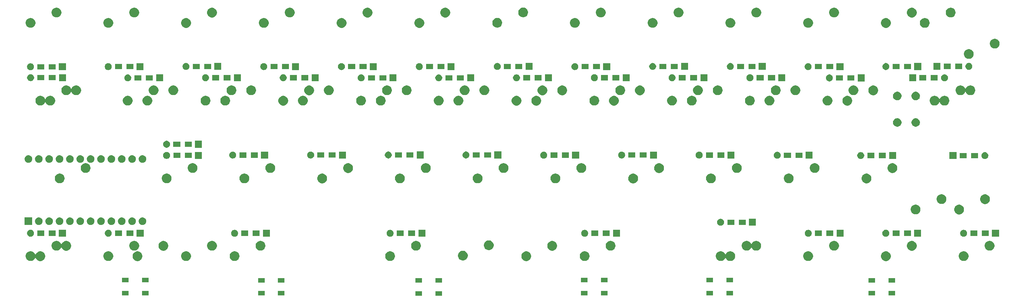
<source format=gbr>
G04 #@! TF.GenerationSoftware,KiCad,Pcbnew,(5.0.2)-1*
G04 #@! TF.CreationDate,2019-04-30T01:26:51-04:00*
G04 #@! TF.ProjectId,TG4x,54473478-2e6b-4696-9361-645f70636258,rev?*
G04 #@! TF.SameCoordinates,Original*
G04 #@! TF.FileFunction,Soldermask,Bot*
G04 #@! TF.FilePolarity,Negative*
%FSLAX46Y46*%
G04 Gerber Fmt 4.6, Leading zero omitted, Abs format (unit mm)*
G04 Created by KiCad (PCBNEW (5.0.2)-1) date 4/30/2019 1:26:51 AM*
%MOMM*%
%LPD*%
G01*
G04 APERTURE LIST*
%ADD10C,0.100000*%
G04 APERTURE END LIST*
D10*
G36*
X118160600Y-85374100D02*
X116558600Y-85374100D01*
X116558600Y-84272100D01*
X118160600Y-84272100D01*
X118160600Y-85374100D01*
X118160600Y-85374100D01*
G37*
G36*
X113260600Y-85374100D02*
X111658600Y-85374100D01*
X111658600Y-84272100D01*
X113260600Y-84272100D01*
X113260600Y-85374100D01*
X113260600Y-85374100D01*
G37*
G36*
X79579100Y-85361600D02*
X77977100Y-85361600D01*
X77977100Y-84259600D01*
X79579100Y-84259600D01*
X79579100Y-85361600D01*
X79579100Y-85361600D01*
G37*
G36*
X74679100Y-85361600D02*
X73077100Y-85361600D01*
X73077100Y-84259600D01*
X74679100Y-84259600D01*
X74679100Y-85361600D01*
X74679100Y-85361600D01*
G37*
G36*
X224271300Y-85361400D02*
X222669300Y-85361400D01*
X222669300Y-84259400D01*
X224271300Y-84259400D01*
X224271300Y-85361400D01*
X224271300Y-85361400D01*
G37*
G36*
X229171300Y-85361400D02*
X227569300Y-85361400D01*
X227569300Y-84259400D01*
X229171300Y-84259400D01*
X229171300Y-85361400D01*
X229171300Y-85361400D01*
G37*
G36*
X189407600Y-85348700D02*
X187805600Y-85348700D01*
X187805600Y-84246700D01*
X189407600Y-84246700D01*
X189407600Y-85348700D01*
X189407600Y-85348700D01*
G37*
G36*
X184507600Y-85348700D02*
X182905600Y-85348700D01*
X182905600Y-84246700D01*
X184507600Y-84246700D01*
X184507600Y-85348700D01*
X184507600Y-85348700D01*
G37*
G36*
X41378600Y-85336000D02*
X39776600Y-85336000D01*
X39776600Y-84234000D01*
X41378600Y-84234000D01*
X41378600Y-85336000D01*
X41378600Y-85336000D01*
G37*
G36*
X46278600Y-85336000D02*
X44676600Y-85336000D01*
X44676600Y-84234000D01*
X46278600Y-84234000D01*
X46278600Y-85336000D01*
X46278600Y-85336000D01*
G37*
G36*
X158673600Y-85336000D02*
X157071600Y-85336000D01*
X157071600Y-84234000D01*
X158673600Y-84234000D01*
X158673600Y-85336000D01*
X158673600Y-85336000D01*
G37*
G36*
X153773600Y-85336000D02*
X152171600Y-85336000D01*
X152171600Y-84234000D01*
X153773600Y-84234000D01*
X153773600Y-85336000D01*
X153773600Y-85336000D01*
G37*
G36*
X113260600Y-82174100D02*
X111658600Y-82174100D01*
X111658600Y-81072100D01*
X113260600Y-81072100D01*
X113260600Y-82174100D01*
X113260600Y-82174100D01*
G37*
G36*
X118160600Y-82174100D02*
X116558600Y-82174100D01*
X116558600Y-81072100D01*
X118160600Y-81072100D01*
X118160600Y-82174100D01*
X118160600Y-82174100D01*
G37*
G36*
X79579100Y-82161600D02*
X77977100Y-82161600D01*
X77977100Y-81059600D01*
X79579100Y-81059600D01*
X79579100Y-82161600D01*
X79579100Y-82161600D01*
G37*
G36*
X74679100Y-82161600D02*
X73077100Y-82161600D01*
X73077100Y-81059600D01*
X74679100Y-81059600D01*
X74679100Y-82161600D01*
X74679100Y-82161600D01*
G37*
G36*
X229171300Y-82161400D02*
X227569300Y-82161400D01*
X227569300Y-81059400D01*
X229171300Y-81059400D01*
X229171300Y-82161400D01*
X229171300Y-82161400D01*
G37*
G36*
X224271300Y-82161400D02*
X222669300Y-82161400D01*
X222669300Y-81059400D01*
X224271300Y-81059400D01*
X224271300Y-82161400D01*
X224271300Y-82161400D01*
G37*
G36*
X184507600Y-82148700D02*
X182905600Y-82148700D01*
X182905600Y-81046700D01*
X184507600Y-81046700D01*
X184507600Y-82148700D01*
X184507600Y-82148700D01*
G37*
G36*
X189407600Y-82148700D02*
X187805600Y-82148700D01*
X187805600Y-81046700D01*
X189407600Y-81046700D01*
X189407600Y-82148700D01*
X189407600Y-82148700D01*
G37*
G36*
X46278600Y-82136000D02*
X44676600Y-82136000D01*
X44676600Y-81034000D01*
X46278600Y-81034000D01*
X46278600Y-82136000D01*
X46278600Y-82136000D01*
G37*
G36*
X153773600Y-82136000D02*
X152171600Y-82136000D01*
X152171600Y-81034000D01*
X153773600Y-81034000D01*
X153773600Y-82136000D01*
X153773600Y-82136000D01*
G37*
G36*
X158673600Y-82136000D02*
X157071600Y-82136000D01*
X157071600Y-81034000D01*
X158673600Y-81034000D01*
X158673600Y-82136000D01*
X158673600Y-82136000D01*
G37*
G36*
X41378600Y-82136000D02*
X39776600Y-82136000D01*
X39776600Y-81034000D01*
X41378600Y-81034000D01*
X41378600Y-82136000D01*
X41378600Y-82136000D01*
G37*
G36*
X139133877Y-74569285D02*
X139351172Y-74659291D01*
X139546731Y-74789960D01*
X139713040Y-74956269D01*
X139843709Y-75151828D01*
X139933715Y-75369123D01*
X139979600Y-75599801D01*
X139979600Y-75834999D01*
X139933715Y-76065677D01*
X139843709Y-76282972D01*
X139713040Y-76478531D01*
X139546731Y-76644840D01*
X139351172Y-76775509D01*
X139133877Y-76865515D01*
X138903199Y-76911400D01*
X138668001Y-76911400D01*
X138437323Y-76865515D01*
X138220028Y-76775509D01*
X138024469Y-76644840D01*
X137858160Y-76478531D01*
X137727491Y-76282972D01*
X137637485Y-76065677D01*
X137591600Y-75834999D01*
X137591600Y-75599801D01*
X137637485Y-75369123D01*
X137727491Y-75151828D01*
X137858160Y-74956269D01*
X138024469Y-74789960D01*
X138220028Y-74659291D01*
X138437323Y-74569285D01*
X138668001Y-74523400D01*
X138903199Y-74523400D01*
X139133877Y-74569285D01*
X139133877Y-74569285D01*
G37*
G36*
X43883877Y-74569285D02*
X44101172Y-74659291D01*
X44296731Y-74789960D01*
X44463040Y-74956269D01*
X44593709Y-75151828D01*
X44683715Y-75369123D01*
X44729600Y-75599801D01*
X44729600Y-75834999D01*
X44683715Y-76065677D01*
X44593709Y-76282972D01*
X44463040Y-76478531D01*
X44296731Y-76644840D01*
X44101172Y-76775509D01*
X43945198Y-76840115D01*
X43883877Y-76865515D01*
X43653199Y-76911400D01*
X43418001Y-76911400D01*
X43187323Y-76865515D01*
X43126002Y-76840115D01*
X42970028Y-76775509D01*
X42774469Y-76644840D01*
X42608160Y-76478531D01*
X42477491Y-76282972D01*
X42387485Y-76065677D01*
X42341600Y-75834999D01*
X42341600Y-75599801D01*
X42387485Y-75369123D01*
X42477491Y-75151828D01*
X42608160Y-74956269D01*
X42774469Y-74789960D01*
X42970028Y-74659291D01*
X43187323Y-74569285D01*
X43418001Y-74523400D01*
X43653199Y-74523400D01*
X43883877Y-74569285D01*
X43883877Y-74569285D01*
G37*
G36*
X17696477Y-74543885D02*
X17913772Y-74633891D01*
X18109331Y-74764560D01*
X18275640Y-74930869D01*
X18406310Y-75126430D01*
X18431775Y-75187909D01*
X18443326Y-75209520D01*
X18458871Y-75228462D01*
X18477813Y-75244008D01*
X18499423Y-75255559D01*
X18522872Y-75262673D01*
X18547259Y-75265075D01*
X18571645Y-75262673D01*
X18595094Y-75255560D01*
X18616705Y-75244009D01*
X18635647Y-75228464D01*
X18651193Y-75209522D01*
X18662745Y-75187911D01*
X18677692Y-75151827D01*
X18808360Y-74956269D01*
X18974669Y-74789960D01*
X19170228Y-74659291D01*
X19387523Y-74569285D01*
X19618201Y-74523400D01*
X19853399Y-74523400D01*
X20084077Y-74569285D01*
X20301372Y-74659291D01*
X20496931Y-74789960D01*
X20663240Y-74956269D01*
X20793909Y-75151828D01*
X20883915Y-75369123D01*
X20929800Y-75599801D01*
X20929800Y-75834999D01*
X20883915Y-76065677D01*
X20793909Y-76282972D01*
X20663240Y-76478531D01*
X20496931Y-76644840D01*
X20301372Y-76775509D01*
X20145398Y-76840115D01*
X20084077Y-76865515D01*
X19853399Y-76911400D01*
X19618201Y-76911400D01*
X19387523Y-76865515D01*
X19326202Y-76840115D01*
X19170228Y-76775509D01*
X18974669Y-76644840D01*
X18808360Y-76478531D01*
X18677690Y-76282970D01*
X18652225Y-76221491D01*
X18640674Y-76199880D01*
X18625129Y-76180938D01*
X18606187Y-76165392D01*
X18584577Y-76153841D01*
X18561128Y-76146727D01*
X18536741Y-76144325D01*
X18512355Y-76146727D01*
X18488906Y-76153840D01*
X18467295Y-76165391D01*
X18448353Y-76180936D01*
X18432807Y-76199878D01*
X18421255Y-76221489D01*
X18406308Y-76257573D01*
X18275640Y-76453131D01*
X18109331Y-76619440D01*
X17913772Y-76750109D01*
X17696477Y-76840115D01*
X17465799Y-76886000D01*
X17230601Y-76886000D01*
X16999923Y-76840115D01*
X16782628Y-76750109D01*
X16587069Y-76619440D01*
X16420760Y-76453131D01*
X16290091Y-76257572D01*
X16200085Y-76040277D01*
X16154200Y-75809599D01*
X16154200Y-75574401D01*
X16200085Y-75343723D01*
X16290091Y-75126428D01*
X16420760Y-74930869D01*
X16587069Y-74764560D01*
X16782628Y-74633891D01*
X16999923Y-74543885D01*
X17230601Y-74498000D01*
X17465799Y-74498000D01*
X17696477Y-74543885D01*
X17696477Y-74543885D01*
G37*
G36*
X227246477Y-74569285D02*
X227463772Y-74659291D01*
X227659331Y-74789960D01*
X227825640Y-74956269D01*
X227956309Y-75151828D01*
X228046315Y-75369123D01*
X228092200Y-75599801D01*
X228092200Y-75834999D01*
X228046315Y-76065677D01*
X227956309Y-76282972D01*
X227825640Y-76478531D01*
X227659331Y-76644840D01*
X227463772Y-76775509D01*
X227307798Y-76840115D01*
X227246477Y-76865515D01*
X227015799Y-76911400D01*
X226780601Y-76911400D01*
X226549923Y-76865515D01*
X226488602Y-76840115D01*
X226332628Y-76775509D01*
X226137069Y-76644840D01*
X225970760Y-76478531D01*
X225840091Y-76282972D01*
X225750085Y-76065677D01*
X225704200Y-75834999D01*
X225704200Y-75599801D01*
X225750085Y-75369123D01*
X225840091Y-75151828D01*
X225970760Y-74956269D01*
X226137069Y-74789960D01*
X226332628Y-74659291D01*
X226549923Y-74569285D01*
X226780601Y-74523400D01*
X227015799Y-74523400D01*
X227246477Y-74569285D01*
X227246477Y-74569285D01*
G37*
G36*
X105783677Y-74543885D02*
X106000972Y-74633891D01*
X106196531Y-74764560D01*
X106362840Y-74930869D01*
X106493509Y-75126428D01*
X106583515Y-75343723D01*
X106629400Y-75574401D01*
X106629400Y-75809599D01*
X106583515Y-76040277D01*
X106493509Y-76257572D01*
X106362840Y-76453131D01*
X106196531Y-76619440D01*
X106000972Y-76750109D01*
X105783677Y-76840115D01*
X105552999Y-76886000D01*
X105317801Y-76886000D01*
X105087123Y-76840115D01*
X104869828Y-76750109D01*
X104674269Y-76619440D01*
X104507960Y-76453131D01*
X104377291Y-76257572D01*
X104287285Y-76040277D01*
X104241400Y-75809599D01*
X104241400Y-75574401D01*
X104287285Y-75343723D01*
X104377291Y-75126428D01*
X104507960Y-74930869D01*
X104674269Y-74764560D01*
X104869828Y-74633891D01*
X105087123Y-74543885D01*
X105317801Y-74498000D01*
X105552999Y-74498000D01*
X105783677Y-74543885D01*
X105783677Y-74543885D01*
G37*
G36*
X186758877Y-74543885D02*
X186976172Y-74633891D01*
X187171731Y-74764560D01*
X187338040Y-74930869D01*
X187468709Y-75126428D01*
X187476215Y-75144549D01*
X187487766Y-75166160D01*
X187503311Y-75185102D01*
X187522253Y-75200647D01*
X187543864Y-75212199D01*
X187567313Y-75219312D01*
X187591699Y-75221714D01*
X187616085Y-75219312D01*
X187639535Y-75212199D01*
X187661146Y-75200648D01*
X187680088Y-75185103D01*
X187695633Y-75166161D01*
X187707185Y-75144549D01*
X187714691Y-75126428D01*
X187845360Y-74930869D01*
X188011669Y-74764560D01*
X188207228Y-74633891D01*
X188424523Y-74543885D01*
X188655201Y-74498000D01*
X188890399Y-74498000D01*
X189121077Y-74543885D01*
X189338372Y-74633891D01*
X189533931Y-74764560D01*
X189700240Y-74930869D01*
X189830909Y-75126428D01*
X189920915Y-75343723D01*
X189966800Y-75574401D01*
X189966800Y-75809599D01*
X189920915Y-76040277D01*
X189830909Y-76257572D01*
X189700240Y-76453131D01*
X189533931Y-76619440D01*
X189338372Y-76750109D01*
X189121077Y-76840115D01*
X188890399Y-76886000D01*
X188655201Y-76886000D01*
X188424523Y-76840115D01*
X188207228Y-76750109D01*
X188011669Y-76619440D01*
X187845360Y-76453131D01*
X187714691Y-76257572D01*
X187707185Y-76239451D01*
X187695634Y-76217840D01*
X187680089Y-76198898D01*
X187661147Y-76183353D01*
X187639536Y-76171801D01*
X187616087Y-76164688D01*
X187591701Y-76162286D01*
X187567315Y-76164688D01*
X187543865Y-76171801D01*
X187522254Y-76183352D01*
X187503312Y-76198897D01*
X187487767Y-76217839D01*
X187476215Y-76239451D01*
X187468709Y-76257572D01*
X187338040Y-76453131D01*
X187171731Y-76619440D01*
X186976172Y-76750109D01*
X186758877Y-76840115D01*
X186528199Y-76886000D01*
X186293001Y-76886000D01*
X186062323Y-76840115D01*
X185845028Y-76750109D01*
X185649469Y-76619440D01*
X185483160Y-76453131D01*
X185352491Y-76257572D01*
X185262485Y-76040277D01*
X185216600Y-75809599D01*
X185216600Y-75574401D01*
X185262485Y-75343723D01*
X185352491Y-75126428D01*
X185483160Y-74930869D01*
X185649469Y-74764560D01*
X185845028Y-74633891D01*
X186062323Y-74543885D01*
X186293001Y-74498000D01*
X186528199Y-74498000D01*
X186758877Y-74543885D01*
X186758877Y-74543885D01*
G37*
G36*
X36746477Y-74543885D02*
X36963772Y-74633891D01*
X37159331Y-74764560D01*
X37325640Y-74930869D01*
X37456309Y-75126428D01*
X37546315Y-75343723D01*
X37592200Y-75574401D01*
X37592200Y-75809599D01*
X37546315Y-76040277D01*
X37456309Y-76257572D01*
X37325640Y-76453131D01*
X37159331Y-76619440D01*
X36963772Y-76750109D01*
X36746477Y-76840115D01*
X36515799Y-76886000D01*
X36280601Y-76886000D01*
X36049923Y-76840115D01*
X35832628Y-76750109D01*
X35637069Y-76619440D01*
X35470760Y-76453131D01*
X35340091Y-76257572D01*
X35250085Y-76040277D01*
X35204200Y-75809599D01*
X35204200Y-75574401D01*
X35250085Y-75343723D01*
X35340091Y-75126428D01*
X35470760Y-74930869D01*
X35637069Y-74764560D01*
X35832628Y-74633891D01*
X36049923Y-74543885D01*
X36280601Y-74498000D01*
X36515799Y-74498000D01*
X36746477Y-74543885D01*
X36746477Y-74543885D01*
G37*
G36*
X55796477Y-74543885D02*
X56013772Y-74633891D01*
X56209331Y-74764560D01*
X56375640Y-74930869D01*
X56506309Y-75126428D01*
X56596315Y-75343723D01*
X56642200Y-75574401D01*
X56642200Y-75809599D01*
X56596315Y-76040277D01*
X56506309Y-76257572D01*
X56375640Y-76453131D01*
X56209331Y-76619440D01*
X56013772Y-76750109D01*
X55796477Y-76840115D01*
X55565799Y-76886000D01*
X55330601Y-76886000D01*
X55099923Y-76840115D01*
X54882628Y-76750109D01*
X54687069Y-76619440D01*
X54520760Y-76453131D01*
X54390091Y-76257572D01*
X54300085Y-76040277D01*
X54254200Y-75809599D01*
X54254200Y-75574401D01*
X54300085Y-75343723D01*
X54390091Y-75126428D01*
X54520760Y-74930869D01*
X54687069Y-74764560D01*
X54882628Y-74633891D01*
X55099923Y-74543885D01*
X55330601Y-74498000D01*
X55565799Y-74498000D01*
X55796477Y-74543885D01*
X55796477Y-74543885D01*
G37*
G36*
X67683677Y-74543885D02*
X67900972Y-74633891D01*
X68096531Y-74764560D01*
X68262840Y-74930869D01*
X68393509Y-75126428D01*
X68483515Y-75343723D01*
X68529400Y-75574401D01*
X68529400Y-75809599D01*
X68483515Y-76040277D01*
X68393509Y-76257572D01*
X68262840Y-76453131D01*
X68096531Y-76619440D01*
X67900972Y-76750109D01*
X67683677Y-76840115D01*
X67452999Y-76886000D01*
X67217801Y-76886000D01*
X66987123Y-76840115D01*
X66769828Y-76750109D01*
X66574269Y-76619440D01*
X66407960Y-76453131D01*
X66277291Y-76257572D01*
X66187285Y-76040277D01*
X66141400Y-75809599D01*
X66141400Y-75574401D01*
X66187285Y-75343723D01*
X66277291Y-75126428D01*
X66407960Y-74930869D01*
X66574269Y-74764560D01*
X66769828Y-74633891D01*
X66987123Y-74543885D01*
X67217801Y-74498000D01*
X67452999Y-74498000D01*
X67683677Y-74543885D01*
X67683677Y-74543885D01*
G37*
G36*
X153434077Y-74543885D02*
X153651372Y-74633891D01*
X153846931Y-74764560D01*
X154013240Y-74930869D01*
X154143909Y-75126428D01*
X154233915Y-75343723D01*
X154279800Y-75574401D01*
X154279800Y-75809599D01*
X154233915Y-76040277D01*
X154143909Y-76257572D01*
X154013240Y-76453131D01*
X153846931Y-76619440D01*
X153651372Y-76750109D01*
X153434077Y-76840115D01*
X153203399Y-76886000D01*
X152968201Y-76886000D01*
X152737523Y-76840115D01*
X152520228Y-76750109D01*
X152324669Y-76619440D01*
X152158360Y-76453131D01*
X152027691Y-76257572D01*
X151937685Y-76040277D01*
X151891800Y-75809599D01*
X151891800Y-75574401D01*
X151937685Y-75343723D01*
X152027691Y-75126428D01*
X152158360Y-74930869D01*
X152324669Y-74764560D01*
X152520228Y-74633891D01*
X152737523Y-74543885D01*
X152968201Y-74498000D01*
X153203399Y-74498000D01*
X153434077Y-74543885D01*
X153434077Y-74543885D01*
G37*
G36*
X208196477Y-74543885D02*
X208413772Y-74633891D01*
X208609331Y-74764560D01*
X208775640Y-74930869D01*
X208906309Y-75126428D01*
X208996315Y-75343723D01*
X209042200Y-75574401D01*
X209042200Y-75809599D01*
X208996315Y-76040277D01*
X208906309Y-76257572D01*
X208775640Y-76453131D01*
X208609331Y-76619440D01*
X208413772Y-76750109D01*
X208196477Y-76840115D01*
X207965799Y-76886000D01*
X207730601Y-76886000D01*
X207499923Y-76840115D01*
X207282628Y-76750109D01*
X207087069Y-76619440D01*
X206920760Y-76453131D01*
X206790091Y-76257572D01*
X206700085Y-76040277D01*
X206654200Y-75809599D01*
X206654200Y-75574401D01*
X206700085Y-75343723D01*
X206790091Y-75126428D01*
X206920760Y-74930869D01*
X207087069Y-74764560D01*
X207282628Y-74633891D01*
X207499923Y-74543885D01*
X207730601Y-74498000D01*
X207965799Y-74498000D01*
X208196477Y-74543885D01*
X208196477Y-74543885D01*
G37*
G36*
X246296477Y-74543885D02*
X246513772Y-74633891D01*
X246709331Y-74764560D01*
X246875640Y-74930869D01*
X247006309Y-75126428D01*
X247096315Y-75343723D01*
X247142200Y-75574401D01*
X247142200Y-75809599D01*
X247096315Y-76040277D01*
X247006309Y-76257572D01*
X246875640Y-76453131D01*
X246709331Y-76619440D01*
X246513772Y-76750109D01*
X246296477Y-76840115D01*
X246065799Y-76886000D01*
X245830601Y-76886000D01*
X245599923Y-76840115D01*
X245382628Y-76750109D01*
X245187069Y-76619440D01*
X245020760Y-76453131D01*
X244890091Y-76257572D01*
X244800085Y-76040277D01*
X244754200Y-75809599D01*
X244754200Y-75574401D01*
X244800085Y-75343723D01*
X244890091Y-75126428D01*
X245020760Y-74930869D01*
X245187069Y-74764560D01*
X245382628Y-74633891D01*
X245599923Y-74543885D01*
X245830601Y-74498000D01*
X246065799Y-74498000D01*
X246296477Y-74543885D01*
X246296477Y-74543885D01*
G37*
G36*
X123614477Y-74416885D02*
X123831772Y-74506891D01*
X124027331Y-74637560D01*
X124193640Y-74803869D01*
X124324309Y-74999428D01*
X124414315Y-75216723D01*
X124460200Y-75447401D01*
X124460200Y-75682599D01*
X124414315Y-75913277D01*
X124324309Y-76130572D01*
X124193640Y-76326131D01*
X124027331Y-76492440D01*
X123831772Y-76623109D01*
X123779308Y-76644840D01*
X123614477Y-76713115D01*
X123383799Y-76759000D01*
X123148601Y-76759000D01*
X122917923Y-76713115D01*
X122753092Y-76644840D01*
X122700628Y-76623109D01*
X122505069Y-76492440D01*
X122338760Y-76326131D01*
X122208091Y-76130572D01*
X122118085Y-75913277D01*
X122072200Y-75682599D01*
X122072200Y-75447401D01*
X122118085Y-75216723D01*
X122208091Y-74999428D01*
X122338760Y-74803869D01*
X122505069Y-74637560D01*
X122700628Y-74506891D01*
X122917923Y-74416885D01*
X123148601Y-74371000D01*
X123383799Y-74371000D01*
X123614477Y-74416885D01*
X123614477Y-74416885D01*
G37*
G36*
X145483877Y-72029285D02*
X145701172Y-72119291D01*
X145896731Y-72249960D01*
X146063040Y-72416269D01*
X146193709Y-72611828D01*
X146283715Y-72829123D01*
X146329600Y-73059801D01*
X146329600Y-73294999D01*
X146283715Y-73525677D01*
X146193709Y-73742972D01*
X146063040Y-73938531D01*
X145896731Y-74104840D01*
X145701172Y-74235509D01*
X145483877Y-74325515D01*
X145253199Y-74371400D01*
X145018001Y-74371400D01*
X144787323Y-74325515D01*
X144570028Y-74235509D01*
X144374469Y-74104840D01*
X144208160Y-73938531D01*
X144077491Y-73742972D01*
X143987485Y-73525677D01*
X143941600Y-73294999D01*
X143941600Y-73059801D01*
X143987485Y-72829123D01*
X144077491Y-72611828D01*
X144208160Y-72416269D01*
X144374469Y-72249960D01*
X144570028Y-72119291D01*
X144787323Y-72029285D01*
X145018001Y-71983400D01*
X145253199Y-71983400D01*
X145483877Y-72029285D01*
X145483877Y-72029285D01*
G37*
G36*
X50233877Y-72029285D02*
X50451172Y-72119291D01*
X50646731Y-72249960D01*
X50813040Y-72416269D01*
X50943709Y-72611828D01*
X51033715Y-72829123D01*
X51079600Y-73059801D01*
X51079600Y-73294999D01*
X51033715Y-73525677D01*
X50943709Y-73742972D01*
X50813040Y-73938531D01*
X50646731Y-74104840D01*
X50451172Y-74235509D01*
X50295198Y-74300115D01*
X50233877Y-74325515D01*
X50003199Y-74371400D01*
X49768001Y-74371400D01*
X49537323Y-74325515D01*
X49476002Y-74300115D01*
X49320028Y-74235509D01*
X49124469Y-74104840D01*
X48958160Y-73938531D01*
X48827491Y-73742972D01*
X48737485Y-73525677D01*
X48691600Y-73294999D01*
X48691600Y-73059801D01*
X48737485Y-72829123D01*
X48827491Y-72611828D01*
X48958160Y-72416269D01*
X49124469Y-72249960D01*
X49320028Y-72119291D01*
X49537323Y-72029285D01*
X49768001Y-71983400D01*
X50003199Y-71983400D01*
X50233877Y-72029285D01*
X50233877Y-72029285D01*
G37*
G36*
X233596477Y-72029285D02*
X233813772Y-72119291D01*
X234009331Y-72249960D01*
X234175640Y-72416269D01*
X234306309Y-72611828D01*
X234396315Y-72829123D01*
X234442200Y-73059801D01*
X234442200Y-73294999D01*
X234396315Y-73525677D01*
X234306309Y-73742972D01*
X234175640Y-73938531D01*
X234009331Y-74104840D01*
X233813772Y-74235509D01*
X233596477Y-74325515D01*
X233365799Y-74371400D01*
X233130601Y-74371400D01*
X232899923Y-74325515D01*
X232682628Y-74235509D01*
X232487069Y-74104840D01*
X232320760Y-73938531D01*
X232190091Y-73742972D01*
X232100085Y-73525677D01*
X232054200Y-73294999D01*
X232054200Y-73059801D01*
X232100085Y-72829123D01*
X232190091Y-72611828D01*
X232320760Y-72416269D01*
X232487069Y-72249960D01*
X232682628Y-72119291D01*
X232899923Y-72029285D01*
X233130601Y-71983400D01*
X233365799Y-71983400D01*
X233596477Y-72029285D01*
X233596477Y-72029285D01*
G37*
G36*
X24046477Y-72003885D02*
X24263772Y-72093891D01*
X24459331Y-72224560D01*
X24625640Y-72390869D01*
X24756310Y-72586430D01*
X24781775Y-72647909D01*
X24793326Y-72669520D01*
X24808871Y-72688462D01*
X24827813Y-72704008D01*
X24849423Y-72715559D01*
X24872872Y-72722673D01*
X24897259Y-72725075D01*
X24921645Y-72722673D01*
X24945094Y-72715560D01*
X24966705Y-72704009D01*
X24985647Y-72688464D01*
X25001193Y-72669522D01*
X25012745Y-72647911D01*
X25027692Y-72611827D01*
X25158360Y-72416269D01*
X25324669Y-72249960D01*
X25520228Y-72119291D01*
X25737523Y-72029285D01*
X25968201Y-71983400D01*
X26203399Y-71983400D01*
X26434077Y-72029285D01*
X26651372Y-72119291D01*
X26846931Y-72249960D01*
X27013240Y-72416269D01*
X27143909Y-72611828D01*
X27233915Y-72829123D01*
X27279800Y-73059801D01*
X27279800Y-73294999D01*
X27233915Y-73525677D01*
X27143909Y-73742972D01*
X27013240Y-73938531D01*
X26846931Y-74104840D01*
X26651372Y-74235509D01*
X26495398Y-74300115D01*
X26434077Y-74325515D01*
X26203399Y-74371400D01*
X25968201Y-74371400D01*
X25737523Y-74325515D01*
X25676202Y-74300115D01*
X25520228Y-74235509D01*
X25324669Y-74104840D01*
X25158360Y-73938531D01*
X25027690Y-73742970D01*
X25002225Y-73681491D01*
X24990674Y-73659880D01*
X24975129Y-73640938D01*
X24956187Y-73625392D01*
X24934577Y-73613841D01*
X24911128Y-73606727D01*
X24886741Y-73604325D01*
X24862355Y-73606727D01*
X24838906Y-73613840D01*
X24817295Y-73625391D01*
X24798353Y-73640936D01*
X24782807Y-73659878D01*
X24771255Y-73681489D01*
X24756308Y-73717573D01*
X24625640Y-73913131D01*
X24459331Y-74079440D01*
X24263772Y-74210109D01*
X24046477Y-74300115D01*
X23815799Y-74346000D01*
X23580601Y-74346000D01*
X23349923Y-74300115D01*
X23132628Y-74210109D01*
X22937069Y-74079440D01*
X22770760Y-73913131D01*
X22640091Y-73717572D01*
X22550085Y-73500277D01*
X22504200Y-73269599D01*
X22504200Y-73034401D01*
X22550085Y-72803723D01*
X22640091Y-72586428D01*
X22770760Y-72390869D01*
X22937069Y-72224560D01*
X23132628Y-72093891D01*
X23349923Y-72003885D01*
X23580601Y-71958000D01*
X23815799Y-71958000D01*
X24046477Y-72003885D01*
X24046477Y-72003885D01*
G37*
G36*
X159784077Y-72003885D02*
X160001372Y-72093891D01*
X160196931Y-72224560D01*
X160363240Y-72390869D01*
X160493909Y-72586428D01*
X160583915Y-72803723D01*
X160629800Y-73034401D01*
X160629800Y-73269599D01*
X160583915Y-73500277D01*
X160493909Y-73717572D01*
X160363240Y-73913131D01*
X160196931Y-74079440D01*
X160001372Y-74210109D01*
X159784077Y-74300115D01*
X159553399Y-74346000D01*
X159318201Y-74346000D01*
X159087523Y-74300115D01*
X158870228Y-74210109D01*
X158674669Y-74079440D01*
X158508360Y-73913131D01*
X158377691Y-73717572D01*
X158287685Y-73500277D01*
X158241800Y-73269599D01*
X158241800Y-73034401D01*
X158287685Y-72803723D01*
X158377691Y-72586428D01*
X158508360Y-72390869D01*
X158674669Y-72224560D01*
X158870228Y-72093891D01*
X159087523Y-72003885D01*
X159318201Y-71958000D01*
X159553399Y-71958000D01*
X159784077Y-72003885D01*
X159784077Y-72003885D01*
G37*
G36*
X43096477Y-72003885D02*
X43313772Y-72093891D01*
X43509331Y-72224560D01*
X43675640Y-72390869D01*
X43806309Y-72586428D01*
X43896315Y-72803723D01*
X43942200Y-73034401D01*
X43942200Y-73269599D01*
X43896315Y-73500277D01*
X43806309Y-73717572D01*
X43675640Y-73913131D01*
X43509331Y-74079440D01*
X43313772Y-74210109D01*
X43096477Y-74300115D01*
X42865799Y-74346000D01*
X42630601Y-74346000D01*
X42399923Y-74300115D01*
X42182628Y-74210109D01*
X41987069Y-74079440D01*
X41820760Y-73913131D01*
X41690091Y-73717572D01*
X41600085Y-73500277D01*
X41554200Y-73269599D01*
X41554200Y-73034401D01*
X41600085Y-72803723D01*
X41690091Y-72586428D01*
X41820760Y-72390869D01*
X41987069Y-72224560D01*
X42182628Y-72093891D01*
X42399923Y-72003885D01*
X42630601Y-71958000D01*
X42865799Y-71958000D01*
X43096477Y-72003885D01*
X43096477Y-72003885D01*
G37*
G36*
X62146477Y-72003885D02*
X62363772Y-72093891D01*
X62559331Y-72224560D01*
X62725640Y-72390869D01*
X62856309Y-72586428D01*
X62946315Y-72803723D01*
X62992200Y-73034401D01*
X62992200Y-73269599D01*
X62946315Y-73500277D01*
X62856309Y-73717572D01*
X62725640Y-73913131D01*
X62559331Y-74079440D01*
X62363772Y-74210109D01*
X62146477Y-74300115D01*
X61915799Y-74346000D01*
X61680601Y-74346000D01*
X61449923Y-74300115D01*
X61232628Y-74210109D01*
X61037069Y-74079440D01*
X60870760Y-73913131D01*
X60740091Y-73717572D01*
X60650085Y-73500277D01*
X60604200Y-73269599D01*
X60604200Y-73034401D01*
X60650085Y-72803723D01*
X60740091Y-72586428D01*
X60870760Y-72390869D01*
X61037069Y-72224560D01*
X61232628Y-72093891D01*
X61449923Y-72003885D01*
X61680601Y-71958000D01*
X61915799Y-71958000D01*
X62146477Y-72003885D01*
X62146477Y-72003885D01*
G37*
G36*
X193108877Y-72003885D02*
X193326172Y-72093891D01*
X193521731Y-72224560D01*
X193688040Y-72390869D01*
X193818709Y-72586428D01*
X193826215Y-72604549D01*
X193837766Y-72626160D01*
X193853311Y-72645102D01*
X193872253Y-72660647D01*
X193893864Y-72672199D01*
X193917313Y-72679312D01*
X193941699Y-72681714D01*
X193966085Y-72679312D01*
X193989535Y-72672199D01*
X194011146Y-72660648D01*
X194030088Y-72645103D01*
X194045633Y-72626161D01*
X194057185Y-72604549D01*
X194064691Y-72586428D01*
X194195360Y-72390869D01*
X194361669Y-72224560D01*
X194557228Y-72093891D01*
X194774523Y-72003885D01*
X195005201Y-71958000D01*
X195240399Y-71958000D01*
X195471077Y-72003885D01*
X195688372Y-72093891D01*
X195883931Y-72224560D01*
X196050240Y-72390869D01*
X196180909Y-72586428D01*
X196270915Y-72803723D01*
X196316800Y-73034401D01*
X196316800Y-73269599D01*
X196270915Y-73500277D01*
X196180909Y-73717572D01*
X196050240Y-73913131D01*
X195883931Y-74079440D01*
X195688372Y-74210109D01*
X195471077Y-74300115D01*
X195240399Y-74346000D01*
X195005201Y-74346000D01*
X194774523Y-74300115D01*
X194557228Y-74210109D01*
X194361669Y-74079440D01*
X194195360Y-73913131D01*
X194064691Y-73717572D01*
X194057185Y-73699451D01*
X194045634Y-73677840D01*
X194030089Y-73658898D01*
X194011147Y-73643353D01*
X193989536Y-73631801D01*
X193966087Y-73624688D01*
X193941701Y-73622286D01*
X193917315Y-73624688D01*
X193893865Y-73631801D01*
X193872254Y-73643352D01*
X193853312Y-73658897D01*
X193837767Y-73677839D01*
X193826215Y-73699451D01*
X193818709Y-73717572D01*
X193688040Y-73913131D01*
X193521731Y-74079440D01*
X193326172Y-74210109D01*
X193108877Y-74300115D01*
X192878199Y-74346000D01*
X192643001Y-74346000D01*
X192412323Y-74300115D01*
X192195028Y-74210109D01*
X191999469Y-74079440D01*
X191833160Y-73913131D01*
X191702491Y-73717572D01*
X191612485Y-73500277D01*
X191566600Y-73269599D01*
X191566600Y-73034401D01*
X191612485Y-72803723D01*
X191702491Y-72586428D01*
X191833160Y-72390869D01*
X191999469Y-72224560D01*
X192195028Y-72093891D01*
X192412323Y-72003885D01*
X192643001Y-71958000D01*
X192878199Y-71958000D01*
X193108877Y-72003885D01*
X193108877Y-72003885D01*
G37*
G36*
X74033677Y-72003885D02*
X74250972Y-72093891D01*
X74446531Y-72224560D01*
X74612840Y-72390869D01*
X74743509Y-72586428D01*
X74833515Y-72803723D01*
X74879400Y-73034401D01*
X74879400Y-73269599D01*
X74833515Y-73500277D01*
X74743509Y-73717572D01*
X74612840Y-73913131D01*
X74446531Y-74079440D01*
X74250972Y-74210109D01*
X74033677Y-74300115D01*
X73802999Y-74346000D01*
X73567801Y-74346000D01*
X73337123Y-74300115D01*
X73119828Y-74210109D01*
X72924269Y-74079440D01*
X72757960Y-73913131D01*
X72627291Y-73717572D01*
X72537285Y-73500277D01*
X72491400Y-73269599D01*
X72491400Y-73034401D01*
X72537285Y-72803723D01*
X72627291Y-72586428D01*
X72757960Y-72390869D01*
X72924269Y-72224560D01*
X73119828Y-72093891D01*
X73337123Y-72003885D01*
X73567801Y-71958000D01*
X73802999Y-71958000D01*
X74033677Y-72003885D01*
X74033677Y-72003885D01*
G37*
G36*
X112133677Y-72003885D02*
X112350972Y-72093891D01*
X112546531Y-72224560D01*
X112712840Y-72390869D01*
X112843509Y-72586428D01*
X112933515Y-72803723D01*
X112979400Y-73034401D01*
X112979400Y-73269599D01*
X112933515Y-73500277D01*
X112843509Y-73717572D01*
X112712840Y-73913131D01*
X112546531Y-74079440D01*
X112350972Y-74210109D01*
X112133677Y-74300115D01*
X111902999Y-74346000D01*
X111667801Y-74346000D01*
X111437123Y-74300115D01*
X111219828Y-74210109D01*
X111024269Y-74079440D01*
X110857960Y-73913131D01*
X110727291Y-73717572D01*
X110637285Y-73500277D01*
X110591400Y-73269599D01*
X110591400Y-73034401D01*
X110637285Y-72803723D01*
X110727291Y-72586428D01*
X110857960Y-72390869D01*
X111024269Y-72224560D01*
X111219828Y-72093891D01*
X111437123Y-72003885D01*
X111667801Y-71958000D01*
X111902999Y-71958000D01*
X112133677Y-72003885D01*
X112133677Y-72003885D01*
G37*
G36*
X252646477Y-72003885D02*
X252863772Y-72093891D01*
X253059331Y-72224560D01*
X253225640Y-72390869D01*
X253356309Y-72586428D01*
X253446315Y-72803723D01*
X253492200Y-73034401D01*
X253492200Y-73269599D01*
X253446315Y-73500277D01*
X253356309Y-73717572D01*
X253225640Y-73913131D01*
X253059331Y-74079440D01*
X252863772Y-74210109D01*
X252646477Y-74300115D01*
X252415799Y-74346000D01*
X252180601Y-74346000D01*
X251949923Y-74300115D01*
X251732628Y-74210109D01*
X251537069Y-74079440D01*
X251370760Y-73913131D01*
X251240091Y-73717572D01*
X251150085Y-73500277D01*
X251104200Y-73269599D01*
X251104200Y-73034401D01*
X251150085Y-72803723D01*
X251240091Y-72586428D01*
X251370760Y-72390869D01*
X251537069Y-72224560D01*
X251732628Y-72093891D01*
X251949923Y-72003885D01*
X252180601Y-71958000D01*
X252415799Y-71958000D01*
X252646477Y-72003885D01*
X252646477Y-72003885D01*
G37*
G36*
X214546477Y-72003885D02*
X214763772Y-72093891D01*
X214959331Y-72224560D01*
X215125640Y-72390869D01*
X215256309Y-72586428D01*
X215346315Y-72803723D01*
X215392200Y-73034401D01*
X215392200Y-73269599D01*
X215346315Y-73500277D01*
X215256309Y-73717572D01*
X215125640Y-73913131D01*
X214959331Y-74079440D01*
X214763772Y-74210109D01*
X214546477Y-74300115D01*
X214315799Y-74346000D01*
X214080601Y-74346000D01*
X213849923Y-74300115D01*
X213632628Y-74210109D01*
X213437069Y-74079440D01*
X213270760Y-73913131D01*
X213140091Y-73717572D01*
X213050085Y-73500277D01*
X213004200Y-73269599D01*
X213004200Y-73034401D01*
X213050085Y-72803723D01*
X213140091Y-72586428D01*
X213270760Y-72390869D01*
X213437069Y-72224560D01*
X213632628Y-72093891D01*
X213849923Y-72003885D01*
X214080601Y-71958000D01*
X214315799Y-71958000D01*
X214546477Y-72003885D01*
X214546477Y-72003885D01*
G37*
G36*
X129964477Y-71876885D02*
X130181772Y-71966891D01*
X130377331Y-72097560D01*
X130543640Y-72263869D01*
X130674309Y-72459428D01*
X130764315Y-72676723D01*
X130810200Y-72907401D01*
X130810200Y-73142599D01*
X130764315Y-73373277D01*
X130674309Y-73590572D01*
X130543640Y-73786131D01*
X130377331Y-73952440D01*
X130181772Y-74083109D01*
X129964477Y-74173115D01*
X129733799Y-74219000D01*
X129498601Y-74219000D01*
X129267923Y-74173115D01*
X129050628Y-74083109D01*
X128855069Y-73952440D01*
X128688760Y-73786131D01*
X128558091Y-73590572D01*
X128468085Y-73373277D01*
X128422200Y-73142599D01*
X128422200Y-72907401D01*
X128468085Y-72676723D01*
X128558091Y-72459428D01*
X128688760Y-72263869D01*
X128855069Y-72097560D01*
X129050628Y-71966891D01*
X129267923Y-71876885D01*
X129498601Y-71831000D01*
X129733799Y-71831000D01*
X129964477Y-71876885D01*
X129964477Y-71876885D01*
G37*
G36*
X254598100Y-70955000D02*
X252896100Y-70955000D01*
X252896100Y-69253000D01*
X254598100Y-69253000D01*
X254598100Y-70955000D01*
X254598100Y-70955000D01*
G37*
G36*
X216523500Y-70955000D02*
X214821500Y-70955000D01*
X214821500Y-69253000D01*
X216523500Y-69253000D01*
X216523500Y-70955000D01*
X216523500Y-70955000D01*
G37*
G36*
X208120728Y-69285703D02*
X208275600Y-69349853D01*
X208414981Y-69442985D01*
X208533515Y-69561519D01*
X208626647Y-69700900D01*
X208690797Y-69855772D01*
X208723500Y-70020184D01*
X208723500Y-70187816D01*
X208690797Y-70352228D01*
X208626647Y-70507100D01*
X208533515Y-70646481D01*
X208414981Y-70765015D01*
X208275600Y-70858147D01*
X208120728Y-70922297D01*
X207956316Y-70955000D01*
X207788684Y-70955000D01*
X207624272Y-70922297D01*
X207469400Y-70858147D01*
X207330019Y-70765015D01*
X207211485Y-70646481D01*
X207118353Y-70507100D01*
X207054203Y-70352228D01*
X207021500Y-70187816D01*
X207021500Y-70020184D01*
X207054203Y-69855772D01*
X207118353Y-69700900D01*
X207211485Y-69561519D01*
X207330019Y-69442985D01*
X207469400Y-69349853D01*
X207624272Y-69285703D01*
X207788684Y-69253000D01*
X207956316Y-69253000D01*
X208120728Y-69285703D01*
X208120728Y-69285703D01*
G37*
G36*
X161748400Y-70955000D02*
X160046400Y-70955000D01*
X160046400Y-69253000D01*
X161748400Y-69253000D01*
X161748400Y-70955000D01*
X161748400Y-70955000D01*
G37*
G36*
X153345628Y-69285703D02*
X153500500Y-69349853D01*
X153639881Y-69442985D01*
X153758415Y-69561519D01*
X153851547Y-69700900D01*
X153915697Y-69855772D01*
X153948400Y-70020184D01*
X153948400Y-70187816D01*
X153915697Y-70352228D01*
X153851547Y-70507100D01*
X153758415Y-70646481D01*
X153639881Y-70765015D01*
X153500500Y-70858147D01*
X153345628Y-70922297D01*
X153181216Y-70955000D01*
X153013584Y-70955000D01*
X152849172Y-70922297D01*
X152694300Y-70858147D01*
X152554919Y-70765015D01*
X152436385Y-70646481D01*
X152343253Y-70507100D01*
X152279103Y-70352228D01*
X152246400Y-70187816D01*
X152246400Y-70020184D01*
X152279103Y-69855772D01*
X152343253Y-69700900D01*
X152436385Y-69561519D01*
X152554919Y-69442985D01*
X152694300Y-69349853D01*
X152849172Y-69285703D01*
X153013584Y-69253000D01*
X153181216Y-69253000D01*
X153345628Y-69285703D01*
X153345628Y-69285703D01*
G37*
G36*
X114085300Y-70955000D02*
X112383300Y-70955000D01*
X112383300Y-69253000D01*
X114085300Y-69253000D01*
X114085300Y-70955000D01*
X114085300Y-70955000D01*
G37*
G36*
X105682528Y-69285703D02*
X105837400Y-69349853D01*
X105976781Y-69442985D01*
X106095315Y-69561519D01*
X106188447Y-69700900D01*
X106252597Y-69855772D01*
X106285300Y-70020184D01*
X106285300Y-70187816D01*
X106252597Y-70352228D01*
X106188447Y-70507100D01*
X106095315Y-70646481D01*
X105976781Y-70765015D01*
X105837400Y-70858147D01*
X105682528Y-70922297D01*
X105518116Y-70955000D01*
X105350484Y-70955000D01*
X105186072Y-70922297D01*
X105031200Y-70858147D01*
X104891819Y-70765015D01*
X104773285Y-70646481D01*
X104680153Y-70507100D01*
X104616003Y-70352228D01*
X104583300Y-70187816D01*
X104583300Y-70020184D01*
X104616003Y-69855772D01*
X104680153Y-69700900D01*
X104773285Y-69561519D01*
X104891819Y-69442985D01*
X105031200Y-69349853D01*
X105186072Y-69285703D01*
X105350484Y-69253000D01*
X105518116Y-69253000D01*
X105682528Y-69285703D01*
X105682528Y-69285703D01*
G37*
G36*
X75985300Y-70955000D02*
X74283300Y-70955000D01*
X74283300Y-69253000D01*
X75985300Y-69253000D01*
X75985300Y-70955000D01*
X75985300Y-70955000D01*
G37*
G36*
X67582528Y-69285703D02*
X67737400Y-69349853D01*
X67876781Y-69442985D01*
X67995315Y-69561519D01*
X68088447Y-69700900D01*
X68152597Y-69855772D01*
X68185300Y-70020184D01*
X68185300Y-70187816D01*
X68152597Y-70352228D01*
X68088447Y-70507100D01*
X67995315Y-70646481D01*
X67876781Y-70765015D01*
X67737400Y-70858147D01*
X67582528Y-70922297D01*
X67418116Y-70955000D01*
X67250484Y-70955000D01*
X67086072Y-70922297D01*
X66931200Y-70858147D01*
X66791819Y-70765015D01*
X66673285Y-70646481D01*
X66580153Y-70507100D01*
X66516003Y-70352228D01*
X66483300Y-70187816D01*
X66483300Y-70020184D01*
X66516003Y-69855772D01*
X66580153Y-69700900D01*
X66673285Y-69561519D01*
X66791819Y-69442985D01*
X66931200Y-69349853D01*
X67086072Y-69285703D01*
X67250484Y-69253000D01*
X67418116Y-69253000D01*
X67582528Y-69285703D01*
X67582528Y-69285703D01*
G37*
G36*
X246195328Y-69285703D02*
X246350200Y-69349853D01*
X246489581Y-69442985D01*
X246608115Y-69561519D01*
X246701247Y-69700900D01*
X246765397Y-69855772D01*
X246798100Y-70020184D01*
X246798100Y-70187816D01*
X246765397Y-70352228D01*
X246701247Y-70507100D01*
X246608115Y-70646481D01*
X246489581Y-70765015D01*
X246350200Y-70858147D01*
X246195328Y-70922297D01*
X246030916Y-70955000D01*
X245863284Y-70955000D01*
X245698872Y-70922297D01*
X245544000Y-70858147D01*
X245404619Y-70765015D01*
X245286085Y-70646481D01*
X245192953Y-70507100D01*
X245128803Y-70352228D01*
X245096100Y-70187816D01*
X245096100Y-70020184D01*
X245128803Y-69855772D01*
X245192953Y-69700900D01*
X245286085Y-69561519D01*
X245404619Y-69442985D01*
X245544000Y-69349853D01*
X245698872Y-69285703D01*
X245863284Y-69253000D01*
X246030916Y-69253000D01*
X246195328Y-69285703D01*
X246195328Y-69285703D01*
G37*
G36*
X45048100Y-70942300D02*
X43346100Y-70942300D01*
X43346100Y-69240300D01*
X45048100Y-69240300D01*
X45048100Y-70942300D01*
X45048100Y-70942300D01*
G37*
G36*
X227122928Y-69273003D02*
X227277800Y-69337153D01*
X227417181Y-69430285D01*
X227535715Y-69548819D01*
X227628847Y-69688200D01*
X227692997Y-69843072D01*
X227725700Y-70007484D01*
X227725700Y-70175116D01*
X227692997Y-70339528D01*
X227628847Y-70494400D01*
X227535715Y-70633781D01*
X227417181Y-70752315D01*
X227277800Y-70845447D01*
X227122928Y-70909597D01*
X226958516Y-70942300D01*
X226790884Y-70942300D01*
X226626472Y-70909597D01*
X226471600Y-70845447D01*
X226332219Y-70752315D01*
X226213685Y-70633781D01*
X226120553Y-70494400D01*
X226056403Y-70339528D01*
X226023700Y-70175116D01*
X226023700Y-70007484D01*
X226056403Y-69843072D01*
X226120553Y-69688200D01*
X226213685Y-69548819D01*
X226332219Y-69430285D01*
X226471600Y-69337153D01*
X226626472Y-69273003D01*
X226790884Y-69240300D01*
X226958516Y-69240300D01*
X227122928Y-69273003D01*
X227122928Y-69273003D01*
G37*
G36*
X36645328Y-69273003D02*
X36800200Y-69337153D01*
X36939581Y-69430285D01*
X37058115Y-69548819D01*
X37151247Y-69688200D01*
X37215397Y-69843072D01*
X37248100Y-70007484D01*
X37248100Y-70175116D01*
X37215397Y-70339528D01*
X37151247Y-70494400D01*
X37058115Y-70633781D01*
X36939581Y-70752315D01*
X36800200Y-70845447D01*
X36645328Y-70909597D01*
X36480916Y-70942300D01*
X36313284Y-70942300D01*
X36148872Y-70909597D01*
X35994000Y-70845447D01*
X35854619Y-70752315D01*
X35736085Y-70633781D01*
X35642953Y-70494400D01*
X35578803Y-70339528D01*
X35546100Y-70175116D01*
X35546100Y-70007484D01*
X35578803Y-69843072D01*
X35642953Y-69688200D01*
X35736085Y-69548819D01*
X35854619Y-69430285D01*
X35994000Y-69337153D01*
X36148872Y-69273003D01*
X36313284Y-69240300D01*
X36480916Y-69240300D01*
X36645328Y-69273003D01*
X36645328Y-69273003D01*
G37*
G36*
X235525700Y-70942300D02*
X233823700Y-70942300D01*
X233823700Y-69240300D01*
X235525700Y-69240300D01*
X235525700Y-70942300D01*
X235525700Y-70942300D01*
G37*
G36*
X25998100Y-70942300D02*
X24296100Y-70942300D01*
X24296100Y-69240300D01*
X25998100Y-69240300D01*
X25998100Y-70942300D01*
X25998100Y-70942300D01*
G37*
G36*
X17595328Y-69273003D02*
X17750200Y-69337153D01*
X17889581Y-69430285D01*
X18008115Y-69548819D01*
X18101247Y-69688200D01*
X18165397Y-69843072D01*
X18198100Y-70007484D01*
X18198100Y-70175116D01*
X18165397Y-70339528D01*
X18101247Y-70494400D01*
X18008115Y-70633781D01*
X17889581Y-70752315D01*
X17750200Y-70845447D01*
X17595328Y-70909597D01*
X17430916Y-70942300D01*
X17263284Y-70942300D01*
X17098872Y-70909597D01*
X16944000Y-70845447D01*
X16804619Y-70752315D01*
X16686085Y-70633781D01*
X16592953Y-70494400D01*
X16528803Y-70339528D01*
X16496100Y-70175116D01*
X16496100Y-70007484D01*
X16528803Y-69843072D01*
X16592953Y-69688200D01*
X16686085Y-69548819D01*
X16804619Y-69430285D01*
X16944000Y-69337153D01*
X17098872Y-69273003D01*
X17263284Y-69240300D01*
X17430916Y-69240300D01*
X17595328Y-69273003D01*
X17595328Y-69273003D01*
G37*
G36*
X73485300Y-70755000D02*
X71783300Y-70755000D01*
X71783300Y-69453000D01*
X73485300Y-69453000D01*
X73485300Y-70755000D01*
X73485300Y-70755000D01*
G37*
G36*
X111585300Y-70755000D02*
X109883300Y-70755000D01*
X109883300Y-69453000D01*
X111585300Y-69453000D01*
X111585300Y-70755000D01*
X111585300Y-70755000D01*
G37*
G36*
X156448400Y-70755000D02*
X154746400Y-70755000D01*
X154746400Y-69453000D01*
X156448400Y-69453000D01*
X156448400Y-70755000D01*
X156448400Y-70755000D01*
G37*
G36*
X159248400Y-70755000D02*
X157546400Y-70755000D01*
X157546400Y-69453000D01*
X159248400Y-69453000D01*
X159248400Y-70755000D01*
X159248400Y-70755000D01*
G37*
G36*
X211223500Y-70755000D02*
X209521500Y-70755000D01*
X209521500Y-69453000D01*
X211223500Y-69453000D01*
X211223500Y-70755000D01*
X211223500Y-70755000D01*
G37*
G36*
X249298100Y-70755000D02*
X247596100Y-70755000D01*
X247596100Y-69453000D01*
X249298100Y-69453000D01*
X249298100Y-70755000D01*
X249298100Y-70755000D01*
G37*
G36*
X252098100Y-70755000D02*
X250396100Y-70755000D01*
X250396100Y-69453000D01*
X252098100Y-69453000D01*
X252098100Y-70755000D01*
X252098100Y-70755000D01*
G37*
G36*
X108785300Y-70755000D02*
X107083300Y-70755000D01*
X107083300Y-69453000D01*
X108785300Y-69453000D01*
X108785300Y-70755000D01*
X108785300Y-70755000D01*
G37*
G36*
X70685300Y-70755000D02*
X68983300Y-70755000D01*
X68983300Y-69453000D01*
X70685300Y-69453000D01*
X70685300Y-70755000D01*
X70685300Y-70755000D01*
G37*
G36*
X214023500Y-70755000D02*
X212321500Y-70755000D01*
X212321500Y-69453000D01*
X214023500Y-69453000D01*
X214023500Y-70755000D01*
X214023500Y-70755000D01*
G37*
G36*
X230225700Y-70742300D02*
X228523700Y-70742300D01*
X228523700Y-69440300D01*
X230225700Y-69440300D01*
X230225700Y-70742300D01*
X230225700Y-70742300D01*
G37*
G36*
X233025700Y-70742300D02*
X231323700Y-70742300D01*
X231323700Y-69440300D01*
X233025700Y-69440300D01*
X233025700Y-70742300D01*
X233025700Y-70742300D01*
G37*
G36*
X42548100Y-70742300D02*
X40846100Y-70742300D01*
X40846100Y-69440300D01*
X42548100Y-69440300D01*
X42548100Y-70742300D01*
X42548100Y-70742300D01*
G37*
G36*
X39748100Y-70742300D02*
X38046100Y-70742300D01*
X38046100Y-69440300D01*
X39748100Y-69440300D01*
X39748100Y-70742300D01*
X39748100Y-70742300D01*
G37*
G36*
X20698100Y-70742300D02*
X18996100Y-70742300D01*
X18996100Y-69440300D01*
X20698100Y-69440300D01*
X20698100Y-70742300D01*
X20698100Y-70742300D01*
G37*
G36*
X23498100Y-70742300D02*
X21796100Y-70742300D01*
X21796100Y-69440300D01*
X23498100Y-69440300D01*
X23498100Y-70742300D01*
X23498100Y-70742300D01*
G37*
G36*
X195047800Y-68249900D02*
X193345800Y-68249900D01*
X193345800Y-66547900D01*
X195047800Y-66547900D01*
X195047800Y-68249900D01*
X195047800Y-68249900D01*
G37*
G36*
X186645028Y-66580603D02*
X186799900Y-66644753D01*
X186939281Y-66737885D01*
X187057815Y-66856419D01*
X187150947Y-66995800D01*
X187215097Y-67150672D01*
X187247800Y-67315084D01*
X187247800Y-67482716D01*
X187215097Y-67647128D01*
X187150947Y-67802000D01*
X187057815Y-67941381D01*
X186939281Y-68059915D01*
X186799900Y-68153047D01*
X186645028Y-68217197D01*
X186480616Y-68249900D01*
X186312984Y-68249900D01*
X186148572Y-68217197D01*
X185993700Y-68153047D01*
X185854319Y-68059915D01*
X185735785Y-67941381D01*
X185642653Y-67802000D01*
X185578503Y-67647128D01*
X185545800Y-67482716D01*
X185545800Y-67315084D01*
X185578503Y-67150672D01*
X185642653Y-66995800D01*
X185735785Y-66856419D01*
X185854319Y-66737885D01*
X185993700Y-66644753D01*
X186148572Y-66580603D01*
X186312984Y-66547900D01*
X186480616Y-66547900D01*
X186645028Y-66580603D01*
X186645028Y-66580603D01*
G37*
G36*
X17742100Y-68059500D02*
X15887500Y-68059500D01*
X15887500Y-66204900D01*
X17742100Y-66204900D01*
X17742100Y-68059500D01*
X17742100Y-68059500D01*
G37*
G36*
X19535707Y-66222717D02*
X19625283Y-66240535D01*
X19794041Y-66310437D01*
X19794042Y-66310438D01*
X19945922Y-66411921D01*
X20075079Y-66541078D01*
X20075081Y-66541081D01*
X20176563Y-66692959D01*
X20246465Y-66861717D01*
X20246465Y-66861719D01*
X20273136Y-66995800D01*
X20282100Y-67040869D01*
X20282100Y-67223531D01*
X20246465Y-67402683D01*
X20176563Y-67571441D01*
X20176562Y-67571442D01*
X20075079Y-67723322D01*
X19945922Y-67852479D01*
X19945919Y-67852481D01*
X19794041Y-67953963D01*
X19625283Y-68023865D01*
X19535707Y-68041683D01*
X19446133Y-68059500D01*
X19263467Y-68059500D01*
X19173893Y-68041683D01*
X19084317Y-68023865D01*
X18915559Y-67953963D01*
X18763681Y-67852481D01*
X18763678Y-67852479D01*
X18634521Y-67723322D01*
X18533038Y-67571442D01*
X18533037Y-67571441D01*
X18463135Y-67402683D01*
X18427500Y-67223531D01*
X18427500Y-67040869D01*
X18436465Y-66995800D01*
X18463135Y-66861719D01*
X18463135Y-66861717D01*
X18533037Y-66692959D01*
X18634519Y-66541081D01*
X18634521Y-66541078D01*
X18763678Y-66411921D01*
X18915558Y-66310438D01*
X18915559Y-66310437D01*
X19084317Y-66240535D01*
X19173893Y-66222717D01*
X19263467Y-66204900D01*
X19446133Y-66204900D01*
X19535707Y-66222717D01*
X19535707Y-66222717D01*
G37*
G36*
X22075707Y-66222717D02*
X22165283Y-66240535D01*
X22334041Y-66310437D01*
X22334042Y-66310438D01*
X22485922Y-66411921D01*
X22615079Y-66541078D01*
X22615081Y-66541081D01*
X22716563Y-66692959D01*
X22786465Y-66861717D01*
X22786465Y-66861719D01*
X22813136Y-66995800D01*
X22822100Y-67040869D01*
X22822100Y-67223531D01*
X22786465Y-67402683D01*
X22716563Y-67571441D01*
X22716562Y-67571442D01*
X22615079Y-67723322D01*
X22485922Y-67852479D01*
X22485919Y-67852481D01*
X22334041Y-67953963D01*
X22165283Y-68023865D01*
X22075707Y-68041683D01*
X21986133Y-68059500D01*
X21803467Y-68059500D01*
X21713893Y-68041683D01*
X21624317Y-68023865D01*
X21455559Y-67953963D01*
X21303681Y-67852481D01*
X21303678Y-67852479D01*
X21174521Y-67723322D01*
X21073038Y-67571442D01*
X21073037Y-67571441D01*
X21003135Y-67402683D01*
X20967500Y-67223531D01*
X20967500Y-67040869D01*
X20976465Y-66995800D01*
X21003135Y-66861719D01*
X21003135Y-66861717D01*
X21073037Y-66692959D01*
X21174519Y-66541081D01*
X21174521Y-66541078D01*
X21303678Y-66411921D01*
X21455558Y-66310438D01*
X21455559Y-66310437D01*
X21624317Y-66240535D01*
X21713893Y-66222717D01*
X21803467Y-66204900D01*
X21986133Y-66204900D01*
X22075707Y-66222717D01*
X22075707Y-66222717D01*
G37*
G36*
X39855707Y-66222717D02*
X39945283Y-66240535D01*
X40114041Y-66310437D01*
X40114042Y-66310438D01*
X40265922Y-66411921D01*
X40395079Y-66541078D01*
X40395081Y-66541081D01*
X40496563Y-66692959D01*
X40566465Y-66861717D01*
X40566465Y-66861719D01*
X40593136Y-66995800D01*
X40602100Y-67040869D01*
X40602100Y-67223531D01*
X40566465Y-67402683D01*
X40496563Y-67571441D01*
X40496562Y-67571442D01*
X40395079Y-67723322D01*
X40265922Y-67852479D01*
X40265919Y-67852481D01*
X40114041Y-67953963D01*
X39945283Y-68023865D01*
X39855707Y-68041683D01*
X39766133Y-68059500D01*
X39583467Y-68059500D01*
X39493893Y-68041683D01*
X39404317Y-68023865D01*
X39235559Y-67953963D01*
X39083681Y-67852481D01*
X39083678Y-67852479D01*
X38954521Y-67723322D01*
X38853038Y-67571442D01*
X38853037Y-67571441D01*
X38783135Y-67402683D01*
X38747500Y-67223531D01*
X38747500Y-67040869D01*
X38756465Y-66995800D01*
X38783135Y-66861719D01*
X38783135Y-66861717D01*
X38853037Y-66692959D01*
X38954519Y-66541081D01*
X38954521Y-66541078D01*
X39083678Y-66411921D01*
X39235558Y-66310438D01*
X39235559Y-66310437D01*
X39404317Y-66240535D01*
X39493893Y-66222717D01*
X39583467Y-66204900D01*
X39766133Y-66204900D01*
X39855707Y-66222717D01*
X39855707Y-66222717D01*
G37*
G36*
X24615707Y-66222717D02*
X24705283Y-66240535D01*
X24874041Y-66310437D01*
X24874042Y-66310438D01*
X25025922Y-66411921D01*
X25155079Y-66541078D01*
X25155081Y-66541081D01*
X25256563Y-66692959D01*
X25326465Y-66861717D01*
X25326465Y-66861719D01*
X25353136Y-66995800D01*
X25362100Y-67040869D01*
X25362100Y-67223531D01*
X25326465Y-67402683D01*
X25256563Y-67571441D01*
X25256562Y-67571442D01*
X25155079Y-67723322D01*
X25025922Y-67852479D01*
X25025919Y-67852481D01*
X24874041Y-67953963D01*
X24705283Y-68023865D01*
X24615707Y-68041683D01*
X24526133Y-68059500D01*
X24343467Y-68059500D01*
X24253893Y-68041683D01*
X24164317Y-68023865D01*
X23995559Y-67953963D01*
X23843681Y-67852481D01*
X23843678Y-67852479D01*
X23714521Y-67723322D01*
X23613038Y-67571442D01*
X23613037Y-67571441D01*
X23543135Y-67402683D01*
X23507500Y-67223531D01*
X23507500Y-67040869D01*
X23516465Y-66995800D01*
X23543135Y-66861719D01*
X23543135Y-66861717D01*
X23613037Y-66692959D01*
X23714519Y-66541081D01*
X23714521Y-66541078D01*
X23843678Y-66411921D01*
X23995558Y-66310438D01*
X23995559Y-66310437D01*
X24164317Y-66240535D01*
X24253893Y-66222717D01*
X24343467Y-66204900D01*
X24526133Y-66204900D01*
X24615707Y-66222717D01*
X24615707Y-66222717D01*
G37*
G36*
X27155707Y-66222717D02*
X27245283Y-66240535D01*
X27414041Y-66310437D01*
X27414042Y-66310438D01*
X27565922Y-66411921D01*
X27695079Y-66541078D01*
X27695081Y-66541081D01*
X27796563Y-66692959D01*
X27866465Y-66861717D01*
X27866465Y-66861719D01*
X27893136Y-66995800D01*
X27902100Y-67040869D01*
X27902100Y-67223531D01*
X27866465Y-67402683D01*
X27796563Y-67571441D01*
X27796562Y-67571442D01*
X27695079Y-67723322D01*
X27565922Y-67852479D01*
X27565919Y-67852481D01*
X27414041Y-67953963D01*
X27245283Y-68023865D01*
X27155707Y-68041683D01*
X27066133Y-68059500D01*
X26883467Y-68059500D01*
X26793893Y-68041683D01*
X26704317Y-68023865D01*
X26535559Y-67953963D01*
X26383681Y-67852481D01*
X26383678Y-67852479D01*
X26254521Y-67723322D01*
X26153038Y-67571442D01*
X26153037Y-67571441D01*
X26083135Y-67402683D01*
X26047500Y-67223531D01*
X26047500Y-67040869D01*
X26056465Y-66995800D01*
X26083135Y-66861719D01*
X26083135Y-66861717D01*
X26153037Y-66692959D01*
X26254519Y-66541081D01*
X26254521Y-66541078D01*
X26383678Y-66411921D01*
X26535558Y-66310438D01*
X26535559Y-66310437D01*
X26704317Y-66240535D01*
X26793893Y-66222717D01*
X26883467Y-66204900D01*
X27066133Y-66204900D01*
X27155707Y-66222717D01*
X27155707Y-66222717D01*
G37*
G36*
X44935707Y-66222717D02*
X45025283Y-66240535D01*
X45194041Y-66310437D01*
X45194042Y-66310438D01*
X45345922Y-66411921D01*
X45475079Y-66541078D01*
X45475081Y-66541081D01*
X45576563Y-66692959D01*
X45646465Y-66861717D01*
X45646465Y-66861719D01*
X45673136Y-66995800D01*
X45682100Y-67040869D01*
X45682100Y-67223531D01*
X45646465Y-67402683D01*
X45576563Y-67571441D01*
X45576562Y-67571442D01*
X45475079Y-67723322D01*
X45345922Y-67852479D01*
X45345919Y-67852481D01*
X45194041Y-67953963D01*
X45025283Y-68023865D01*
X44935707Y-68041683D01*
X44846133Y-68059500D01*
X44663467Y-68059500D01*
X44573893Y-68041683D01*
X44484317Y-68023865D01*
X44315559Y-67953963D01*
X44163681Y-67852481D01*
X44163678Y-67852479D01*
X44034521Y-67723322D01*
X43933038Y-67571442D01*
X43933037Y-67571441D01*
X43863135Y-67402683D01*
X43827500Y-67223531D01*
X43827500Y-67040869D01*
X43836465Y-66995800D01*
X43863135Y-66861719D01*
X43863135Y-66861717D01*
X43933037Y-66692959D01*
X44034519Y-66541081D01*
X44034521Y-66541078D01*
X44163678Y-66411921D01*
X44315558Y-66310438D01*
X44315559Y-66310437D01*
X44484317Y-66240535D01*
X44573893Y-66222717D01*
X44663467Y-66204900D01*
X44846133Y-66204900D01*
X44935707Y-66222717D01*
X44935707Y-66222717D01*
G37*
G36*
X42395707Y-66222717D02*
X42485283Y-66240535D01*
X42654041Y-66310437D01*
X42654042Y-66310438D01*
X42805922Y-66411921D01*
X42935079Y-66541078D01*
X42935081Y-66541081D01*
X43036563Y-66692959D01*
X43106465Y-66861717D01*
X43106465Y-66861719D01*
X43133136Y-66995800D01*
X43142100Y-67040869D01*
X43142100Y-67223531D01*
X43106465Y-67402683D01*
X43036563Y-67571441D01*
X43036562Y-67571442D01*
X42935079Y-67723322D01*
X42805922Y-67852479D01*
X42805919Y-67852481D01*
X42654041Y-67953963D01*
X42485283Y-68023865D01*
X42395707Y-68041683D01*
X42306133Y-68059500D01*
X42123467Y-68059500D01*
X42033893Y-68041683D01*
X41944317Y-68023865D01*
X41775559Y-67953963D01*
X41623681Y-67852481D01*
X41623678Y-67852479D01*
X41494521Y-67723322D01*
X41393038Y-67571442D01*
X41393037Y-67571441D01*
X41323135Y-67402683D01*
X41287500Y-67223531D01*
X41287500Y-67040869D01*
X41296465Y-66995800D01*
X41323135Y-66861719D01*
X41323135Y-66861717D01*
X41393037Y-66692959D01*
X41494519Y-66541081D01*
X41494521Y-66541078D01*
X41623678Y-66411921D01*
X41775558Y-66310438D01*
X41775559Y-66310437D01*
X41944317Y-66240535D01*
X42033893Y-66222717D01*
X42123467Y-66204900D01*
X42306133Y-66204900D01*
X42395707Y-66222717D01*
X42395707Y-66222717D01*
G37*
G36*
X37315707Y-66222717D02*
X37405283Y-66240535D01*
X37574041Y-66310437D01*
X37574042Y-66310438D01*
X37725922Y-66411921D01*
X37855079Y-66541078D01*
X37855081Y-66541081D01*
X37956563Y-66692959D01*
X38026465Y-66861717D01*
X38026465Y-66861719D01*
X38053136Y-66995800D01*
X38062100Y-67040869D01*
X38062100Y-67223531D01*
X38026465Y-67402683D01*
X37956563Y-67571441D01*
X37956562Y-67571442D01*
X37855079Y-67723322D01*
X37725922Y-67852479D01*
X37725919Y-67852481D01*
X37574041Y-67953963D01*
X37405283Y-68023865D01*
X37315707Y-68041683D01*
X37226133Y-68059500D01*
X37043467Y-68059500D01*
X36953893Y-68041683D01*
X36864317Y-68023865D01*
X36695559Y-67953963D01*
X36543681Y-67852481D01*
X36543678Y-67852479D01*
X36414521Y-67723322D01*
X36313038Y-67571442D01*
X36313037Y-67571441D01*
X36243135Y-67402683D01*
X36207500Y-67223531D01*
X36207500Y-67040869D01*
X36216465Y-66995800D01*
X36243135Y-66861719D01*
X36243135Y-66861717D01*
X36313037Y-66692959D01*
X36414519Y-66541081D01*
X36414521Y-66541078D01*
X36543678Y-66411921D01*
X36695558Y-66310438D01*
X36695559Y-66310437D01*
X36864317Y-66240535D01*
X36953893Y-66222717D01*
X37043467Y-66204900D01*
X37226133Y-66204900D01*
X37315707Y-66222717D01*
X37315707Y-66222717D01*
G37*
G36*
X34775707Y-66222717D02*
X34865283Y-66240535D01*
X35034041Y-66310437D01*
X35034042Y-66310438D01*
X35185922Y-66411921D01*
X35315079Y-66541078D01*
X35315081Y-66541081D01*
X35416563Y-66692959D01*
X35486465Y-66861717D01*
X35486465Y-66861719D01*
X35513136Y-66995800D01*
X35522100Y-67040869D01*
X35522100Y-67223531D01*
X35486465Y-67402683D01*
X35416563Y-67571441D01*
X35416562Y-67571442D01*
X35315079Y-67723322D01*
X35185922Y-67852479D01*
X35185919Y-67852481D01*
X35034041Y-67953963D01*
X34865283Y-68023865D01*
X34775707Y-68041683D01*
X34686133Y-68059500D01*
X34503467Y-68059500D01*
X34413893Y-68041683D01*
X34324317Y-68023865D01*
X34155559Y-67953963D01*
X34003681Y-67852481D01*
X34003678Y-67852479D01*
X33874521Y-67723322D01*
X33773038Y-67571442D01*
X33773037Y-67571441D01*
X33703135Y-67402683D01*
X33667500Y-67223531D01*
X33667500Y-67040869D01*
X33676465Y-66995800D01*
X33703135Y-66861719D01*
X33703135Y-66861717D01*
X33773037Y-66692959D01*
X33874519Y-66541081D01*
X33874521Y-66541078D01*
X34003678Y-66411921D01*
X34155558Y-66310438D01*
X34155559Y-66310437D01*
X34324317Y-66240535D01*
X34413893Y-66222717D01*
X34503467Y-66204900D01*
X34686133Y-66204900D01*
X34775707Y-66222717D01*
X34775707Y-66222717D01*
G37*
G36*
X32235707Y-66222717D02*
X32325283Y-66240535D01*
X32494041Y-66310437D01*
X32494042Y-66310438D01*
X32645922Y-66411921D01*
X32775079Y-66541078D01*
X32775081Y-66541081D01*
X32876563Y-66692959D01*
X32946465Y-66861717D01*
X32946465Y-66861719D01*
X32973136Y-66995800D01*
X32982100Y-67040869D01*
X32982100Y-67223531D01*
X32946465Y-67402683D01*
X32876563Y-67571441D01*
X32876562Y-67571442D01*
X32775079Y-67723322D01*
X32645922Y-67852479D01*
X32645919Y-67852481D01*
X32494041Y-67953963D01*
X32325283Y-68023865D01*
X32235707Y-68041683D01*
X32146133Y-68059500D01*
X31963467Y-68059500D01*
X31873893Y-68041683D01*
X31784317Y-68023865D01*
X31615559Y-67953963D01*
X31463681Y-67852481D01*
X31463678Y-67852479D01*
X31334521Y-67723322D01*
X31233038Y-67571442D01*
X31233037Y-67571441D01*
X31163135Y-67402683D01*
X31127500Y-67223531D01*
X31127500Y-67040869D01*
X31136465Y-66995800D01*
X31163135Y-66861719D01*
X31163135Y-66861717D01*
X31233037Y-66692959D01*
X31334519Y-66541081D01*
X31334521Y-66541078D01*
X31463678Y-66411921D01*
X31615558Y-66310438D01*
X31615559Y-66310437D01*
X31784317Y-66240535D01*
X31873893Y-66222717D01*
X31963467Y-66204900D01*
X32146133Y-66204900D01*
X32235707Y-66222717D01*
X32235707Y-66222717D01*
G37*
G36*
X29695707Y-66222717D02*
X29785283Y-66240535D01*
X29954041Y-66310437D01*
X29954042Y-66310438D01*
X30105922Y-66411921D01*
X30235079Y-66541078D01*
X30235081Y-66541081D01*
X30336563Y-66692959D01*
X30406465Y-66861717D01*
X30406465Y-66861719D01*
X30433136Y-66995800D01*
X30442100Y-67040869D01*
X30442100Y-67223531D01*
X30406465Y-67402683D01*
X30336563Y-67571441D01*
X30336562Y-67571442D01*
X30235079Y-67723322D01*
X30105922Y-67852479D01*
X30105919Y-67852481D01*
X29954041Y-67953963D01*
X29785283Y-68023865D01*
X29695707Y-68041683D01*
X29606133Y-68059500D01*
X29423467Y-68059500D01*
X29333893Y-68041683D01*
X29244317Y-68023865D01*
X29075559Y-67953963D01*
X28923681Y-67852481D01*
X28923678Y-67852479D01*
X28794521Y-67723322D01*
X28693038Y-67571442D01*
X28693037Y-67571441D01*
X28623135Y-67402683D01*
X28587500Y-67223531D01*
X28587500Y-67040869D01*
X28596465Y-66995800D01*
X28623135Y-66861719D01*
X28623135Y-66861717D01*
X28693037Y-66692959D01*
X28794519Y-66541081D01*
X28794521Y-66541078D01*
X28923678Y-66411921D01*
X29075558Y-66310438D01*
X29075559Y-66310437D01*
X29244317Y-66240535D01*
X29333893Y-66222717D01*
X29423467Y-66204900D01*
X29606133Y-66204900D01*
X29695707Y-66222717D01*
X29695707Y-66222717D01*
G37*
G36*
X189747800Y-68049900D02*
X188045800Y-68049900D01*
X188045800Y-66747900D01*
X189747800Y-66747900D01*
X189747800Y-68049900D01*
X189747800Y-68049900D01*
G37*
G36*
X192547800Y-68049900D02*
X190845800Y-68049900D01*
X190845800Y-66747900D01*
X192547800Y-66747900D01*
X192547800Y-68049900D01*
X192547800Y-68049900D01*
G37*
G36*
X245178877Y-63139285D02*
X245396172Y-63229291D01*
X245591731Y-63359960D01*
X245758040Y-63526269D01*
X245888709Y-63721828D01*
X245978715Y-63939123D01*
X246024600Y-64169801D01*
X246024600Y-64404999D01*
X245978715Y-64635677D01*
X245888709Y-64852972D01*
X245758040Y-65048531D01*
X245591731Y-65214840D01*
X245396172Y-65345509D01*
X245240198Y-65410115D01*
X245178877Y-65435515D01*
X244948199Y-65481400D01*
X244713001Y-65481400D01*
X244482323Y-65435515D01*
X244421002Y-65410115D01*
X244265028Y-65345509D01*
X244069469Y-65214840D01*
X243903160Y-65048531D01*
X243772491Y-64852972D01*
X243682485Y-64635677D01*
X243636600Y-64404999D01*
X243636600Y-64169801D01*
X243682485Y-63939123D01*
X243772491Y-63721828D01*
X243903160Y-63526269D01*
X244069469Y-63359960D01*
X244265028Y-63229291D01*
X244482323Y-63139285D01*
X244713001Y-63093400D01*
X244948199Y-63093400D01*
X245178877Y-63139285D01*
X245178877Y-63139285D01*
G37*
G36*
X234510877Y-63113885D02*
X234728172Y-63203891D01*
X234923731Y-63334560D01*
X235090040Y-63500869D01*
X235220709Y-63696428D01*
X235310715Y-63913723D01*
X235356600Y-64144401D01*
X235356600Y-64379599D01*
X235310715Y-64610277D01*
X235220709Y-64827572D01*
X235090040Y-65023131D01*
X234923731Y-65189440D01*
X234728172Y-65320109D01*
X234510877Y-65410115D01*
X234280199Y-65456000D01*
X234045001Y-65456000D01*
X233814323Y-65410115D01*
X233597028Y-65320109D01*
X233401469Y-65189440D01*
X233235160Y-65023131D01*
X233104491Y-64827572D01*
X233014485Y-64610277D01*
X232968600Y-64379599D01*
X232968600Y-64144401D01*
X233014485Y-63913723D01*
X233104491Y-63696428D01*
X233235160Y-63500869D01*
X233401469Y-63334560D01*
X233597028Y-63203891D01*
X233814323Y-63113885D01*
X234045001Y-63068000D01*
X234280199Y-63068000D01*
X234510877Y-63113885D01*
X234510877Y-63113885D01*
G37*
G36*
X251528877Y-60599285D02*
X251746172Y-60689291D01*
X251941731Y-60819960D01*
X252108040Y-60986269D01*
X252238709Y-61181828D01*
X252328715Y-61399123D01*
X252374600Y-61629801D01*
X252374600Y-61864999D01*
X252328715Y-62095677D01*
X252238709Y-62312972D01*
X252108040Y-62508531D01*
X251941731Y-62674840D01*
X251746172Y-62805509D01*
X251528877Y-62895515D01*
X251298199Y-62941400D01*
X251063001Y-62941400D01*
X250832323Y-62895515D01*
X250615028Y-62805509D01*
X250419469Y-62674840D01*
X250253160Y-62508531D01*
X250122491Y-62312972D01*
X250032485Y-62095677D01*
X249986600Y-61864999D01*
X249986600Y-61629801D01*
X250032485Y-61399123D01*
X250122491Y-61181828D01*
X250253160Y-60986269D01*
X250419469Y-60819960D01*
X250615028Y-60689291D01*
X250832323Y-60599285D01*
X251063001Y-60553400D01*
X251298199Y-60553400D01*
X251528877Y-60599285D01*
X251528877Y-60599285D01*
G37*
G36*
X240860877Y-60573885D02*
X241078172Y-60663891D01*
X241273731Y-60794560D01*
X241440040Y-60960869D01*
X241570709Y-61156428D01*
X241660715Y-61373723D01*
X241706600Y-61604401D01*
X241706600Y-61839599D01*
X241660715Y-62070277D01*
X241570709Y-62287572D01*
X241440040Y-62483131D01*
X241273731Y-62649440D01*
X241078172Y-62780109D01*
X240860877Y-62870115D01*
X240630199Y-62916000D01*
X240395001Y-62916000D01*
X240164323Y-62870115D01*
X239947028Y-62780109D01*
X239751469Y-62649440D01*
X239585160Y-62483131D01*
X239454491Y-62287572D01*
X239364485Y-62070277D01*
X239318600Y-61839599D01*
X239318600Y-61604401D01*
X239364485Y-61373723D01*
X239454491Y-61156428D01*
X239585160Y-60960869D01*
X239751469Y-60794560D01*
X239947028Y-60663891D01*
X240164323Y-60573885D01*
X240395001Y-60528000D01*
X240630199Y-60528000D01*
X240860877Y-60573885D01*
X240860877Y-60573885D01*
G37*
G36*
X222496677Y-55519285D02*
X222713972Y-55609291D01*
X222909531Y-55739960D01*
X223075840Y-55906269D01*
X223206509Y-56101828D01*
X223296515Y-56319123D01*
X223342400Y-56549801D01*
X223342400Y-56784999D01*
X223296515Y-57015677D01*
X223206509Y-57232972D01*
X223075840Y-57428531D01*
X222909531Y-57594840D01*
X222713972Y-57725509D01*
X222496677Y-57815515D01*
X222265999Y-57861400D01*
X222030801Y-57861400D01*
X221800123Y-57815515D01*
X221582828Y-57725509D01*
X221387269Y-57594840D01*
X221220960Y-57428531D01*
X221090291Y-57232972D01*
X221000285Y-57015677D01*
X220954400Y-56784999D01*
X220954400Y-56549801D01*
X221000285Y-56319123D01*
X221090291Y-56101828D01*
X221220960Y-55906269D01*
X221387269Y-55739960D01*
X221582828Y-55609291D01*
X221800123Y-55519285D01*
X222030801Y-55473400D01*
X222265999Y-55473400D01*
X222496677Y-55519285D01*
X222496677Y-55519285D01*
G37*
G36*
X89146677Y-55519285D02*
X89363972Y-55609291D01*
X89559531Y-55739960D01*
X89725840Y-55906269D01*
X89856509Y-56101828D01*
X89946515Y-56319123D01*
X89992400Y-56549801D01*
X89992400Y-56784999D01*
X89946515Y-57015677D01*
X89856509Y-57232972D01*
X89725840Y-57428531D01*
X89559531Y-57594840D01*
X89363972Y-57725509D01*
X89207998Y-57790115D01*
X89146677Y-57815515D01*
X88915999Y-57861400D01*
X88680801Y-57861400D01*
X88450123Y-57815515D01*
X88388802Y-57790115D01*
X88232828Y-57725509D01*
X88037269Y-57594840D01*
X87870960Y-57428531D01*
X87740291Y-57232972D01*
X87650285Y-57015677D01*
X87604400Y-56784999D01*
X87604400Y-56549801D01*
X87650285Y-56319123D01*
X87740291Y-56101828D01*
X87870960Y-55906269D01*
X88037269Y-55739960D01*
X88232828Y-55609291D01*
X88450123Y-55519285D01*
X88680801Y-55473400D01*
X88915999Y-55473400D01*
X89146677Y-55519285D01*
X89146677Y-55519285D01*
G37*
G36*
X165321277Y-55519285D02*
X165538572Y-55609291D01*
X165734131Y-55739960D01*
X165900440Y-55906269D01*
X166031109Y-56101828D01*
X166121115Y-56319123D01*
X166167000Y-56549801D01*
X166167000Y-56784999D01*
X166121115Y-57015677D01*
X166031109Y-57232972D01*
X165900440Y-57428531D01*
X165734131Y-57594840D01*
X165538572Y-57725509D01*
X165321277Y-57815515D01*
X165090599Y-57861400D01*
X164855401Y-57861400D01*
X164624723Y-57815515D01*
X164407428Y-57725509D01*
X164211869Y-57594840D01*
X164045560Y-57428531D01*
X163914891Y-57232972D01*
X163824885Y-57015677D01*
X163779000Y-56784999D01*
X163779000Y-56549801D01*
X163824885Y-56319123D01*
X163914891Y-56101828D01*
X164045560Y-55906269D01*
X164211869Y-55739960D01*
X164407428Y-55609291D01*
X164624723Y-55519285D01*
X164855401Y-55473400D01*
X165090599Y-55473400D01*
X165321277Y-55519285D01*
X165321277Y-55519285D01*
G37*
G36*
X203446677Y-55493885D02*
X203663972Y-55583891D01*
X203859531Y-55714560D01*
X204025840Y-55880869D01*
X204156509Y-56076428D01*
X204246515Y-56293723D01*
X204292400Y-56524401D01*
X204292400Y-56759599D01*
X204246515Y-56990277D01*
X204156509Y-57207572D01*
X204025840Y-57403131D01*
X203859531Y-57569440D01*
X203663972Y-57700109D01*
X203446677Y-57790115D01*
X203215999Y-57836000D01*
X202980801Y-57836000D01*
X202750123Y-57790115D01*
X202532828Y-57700109D01*
X202337269Y-57569440D01*
X202170960Y-57403131D01*
X202040291Y-57207572D01*
X201950285Y-56990277D01*
X201904400Y-56759599D01*
X201904400Y-56524401D01*
X201950285Y-56293723D01*
X202040291Y-56076428D01*
X202170960Y-55880869D01*
X202337269Y-55714560D01*
X202532828Y-55583891D01*
X202750123Y-55493885D01*
X202980801Y-55448000D01*
X203215999Y-55448000D01*
X203446677Y-55493885D01*
X203446677Y-55493885D01*
G37*
G36*
X51046677Y-55493885D02*
X51263972Y-55583891D01*
X51459531Y-55714560D01*
X51625840Y-55880869D01*
X51756509Y-56076428D01*
X51846515Y-56293723D01*
X51892400Y-56524401D01*
X51892400Y-56759599D01*
X51846515Y-56990277D01*
X51756509Y-57207572D01*
X51625840Y-57403131D01*
X51459531Y-57569440D01*
X51263972Y-57700109D01*
X51046677Y-57790115D01*
X50815999Y-57836000D01*
X50580801Y-57836000D01*
X50350123Y-57790115D01*
X50132828Y-57700109D01*
X49937269Y-57569440D01*
X49770960Y-57403131D01*
X49640291Y-57207572D01*
X49550285Y-56990277D01*
X49504400Y-56759599D01*
X49504400Y-56524401D01*
X49550285Y-56293723D01*
X49640291Y-56076428D01*
X49770960Y-55880869D01*
X49937269Y-55714560D01*
X50132828Y-55583891D01*
X50350123Y-55493885D01*
X50580801Y-55448000D01*
X50815999Y-55448000D01*
X51046677Y-55493885D01*
X51046677Y-55493885D01*
G37*
G36*
X184371277Y-55493885D02*
X184588572Y-55583891D01*
X184784131Y-55714560D01*
X184950440Y-55880869D01*
X185081109Y-56076428D01*
X185171115Y-56293723D01*
X185217000Y-56524401D01*
X185217000Y-56759599D01*
X185171115Y-56990277D01*
X185081109Y-57207572D01*
X184950440Y-57403131D01*
X184784131Y-57569440D01*
X184588572Y-57700109D01*
X184371277Y-57790115D01*
X184140599Y-57836000D01*
X183905401Y-57836000D01*
X183674723Y-57790115D01*
X183457428Y-57700109D01*
X183261869Y-57569440D01*
X183095560Y-57403131D01*
X182964891Y-57207572D01*
X182874885Y-56990277D01*
X182829000Y-56759599D01*
X182829000Y-56524401D01*
X182874885Y-56293723D01*
X182964891Y-56076428D01*
X183095560Y-55880869D01*
X183261869Y-55714560D01*
X183457428Y-55583891D01*
X183674723Y-55493885D01*
X183905401Y-55448000D01*
X184140599Y-55448000D01*
X184371277Y-55493885D01*
X184371277Y-55493885D01*
G37*
G36*
X70071277Y-55493885D02*
X70288572Y-55583891D01*
X70484131Y-55714560D01*
X70650440Y-55880869D01*
X70781109Y-56076428D01*
X70871115Y-56293723D01*
X70917000Y-56524401D01*
X70917000Y-56759599D01*
X70871115Y-56990277D01*
X70781109Y-57207572D01*
X70650440Y-57403131D01*
X70484131Y-57569440D01*
X70288572Y-57700109D01*
X70071277Y-57790115D01*
X69840599Y-57836000D01*
X69605401Y-57836000D01*
X69374723Y-57790115D01*
X69157428Y-57700109D01*
X68961869Y-57569440D01*
X68795560Y-57403131D01*
X68664891Y-57207572D01*
X68574885Y-56990277D01*
X68529000Y-56759599D01*
X68529000Y-56524401D01*
X68574885Y-56293723D01*
X68664891Y-56076428D01*
X68795560Y-55880869D01*
X68961869Y-55714560D01*
X69157428Y-55583891D01*
X69374723Y-55493885D01*
X69605401Y-55448000D01*
X69840599Y-55448000D01*
X70071277Y-55493885D01*
X70071277Y-55493885D01*
G37*
G36*
X24833877Y-55493885D02*
X25051172Y-55583891D01*
X25246731Y-55714560D01*
X25413040Y-55880869D01*
X25543709Y-56076428D01*
X25633715Y-56293723D01*
X25679600Y-56524401D01*
X25679600Y-56759599D01*
X25633715Y-56990277D01*
X25543709Y-57207572D01*
X25413040Y-57403131D01*
X25246731Y-57569440D01*
X25051172Y-57700109D01*
X24833877Y-57790115D01*
X24603199Y-57836000D01*
X24368001Y-57836000D01*
X24137323Y-57790115D01*
X23920028Y-57700109D01*
X23724469Y-57569440D01*
X23558160Y-57403131D01*
X23427491Y-57207572D01*
X23337485Y-56990277D01*
X23291600Y-56759599D01*
X23291600Y-56524401D01*
X23337485Y-56293723D01*
X23427491Y-56076428D01*
X23558160Y-55880869D01*
X23724469Y-55714560D01*
X23920028Y-55583891D01*
X24137323Y-55493885D01*
X24368001Y-55448000D01*
X24603199Y-55448000D01*
X24833877Y-55493885D01*
X24833877Y-55493885D01*
G37*
G36*
X108171277Y-55493885D02*
X108388572Y-55583891D01*
X108584131Y-55714560D01*
X108750440Y-55880869D01*
X108881109Y-56076428D01*
X108971115Y-56293723D01*
X109017000Y-56524401D01*
X109017000Y-56759599D01*
X108971115Y-56990277D01*
X108881109Y-57207572D01*
X108750440Y-57403131D01*
X108584131Y-57569440D01*
X108388572Y-57700109D01*
X108171277Y-57790115D01*
X107940599Y-57836000D01*
X107705401Y-57836000D01*
X107474723Y-57790115D01*
X107257428Y-57700109D01*
X107061869Y-57569440D01*
X106895560Y-57403131D01*
X106764891Y-57207572D01*
X106674885Y-56990277D01*
X106629000Y-56759599D01*
X106629000Y-56524401D01*
X106674885Y-56293723D01*
X106764891Y-56076428D01*
X106895560Y-55880869D01*
X107061869Y-55714560D01*
X107257428Y-55583891D01*
X107474723Y-55493885D01*
X107705401Y-55448000D01*
X107940599Y-55448000D01*
X108171277Y-55493885D01*
X108171277Y-55493885D01*
G37*
G36*
X127221277Y-55493885D02*
X127438572Y-55583891D01*
X127634131Y-55714560D01*
X127800440Y-55880869D01*
X127931109Y-56076428D01*
X128021115Y-56293723D01*
X128067000Y-56524401D01*
X128067000Y-56759599D01*
X128021115Y-56990277D01*
X127931109Y-57207572D01*
X127800440Y-57403131D01*
X127634131Y-57569440D01*
X127438572Y-57700109D01*
X127221277Y-57790115D01*
X126990599Y-57836000D01*
X126755401Y-57836000D01*
X126524723Y-57790115D01*
X126307428Y-57700109D01*
X126111869Y-57569440D01*
X125945560Y-57403131D01*
X125814891Y-57207572D01*
X125724885Y-56990277D01*
X125679000Y-56759599D01*
X125679000Y-56524401D01*
X125724885Y-56293723D01*
X125814891Y-56076428D01*
X125945560Y-55880869D01*
X126111869Y-55714560D01*
X126307428Y-55583891D01*
X126524723Y-55493885D01*
X126755401Y-55448000D01*
X126990599Y-55448000D01*
X127221277Y-55493885D01*
X127221277Y-55493885D01*
G37*
G36*
X146271277Y-55493885D02*
X146488572Y-55583891D01*
X146684131Y-55714560D01*
X146850440Y-55880869D01*
X146981109Y-56076428D01*
X147071115Y-56293723D01*
X147117000Y-56524401D01*
X147117000Y-56759599D01*
X147071115Y-56990277D01*
X146981109Y-57207572D01*
X146850440Y-57403131D01*
X146684131Y-57569440D01*
X146488572Y-57700109D01*
X146271277Y-57790115D01*
X146040599Y-57836000D01*
X145805401Y-57836000D01*
X145574723Y-57790115D01*
X145357428Y-57700109D01*
X145161869Y-57569440D01*
X144995560Y-57403131D01*
X144864891Y-57207572D01*
X144774885Y-56990277D01*
X144729000Y-56759599D01*
X144729000Y-56524401D01*
X144774885Y-56293723D01*
X144864891Y-56076428D01*
X144995560Y-55880869D01*
X145161869Y-55714560D01*
X145357428Y-55583891D01*
X145574723Y-55493885D01*
X145805401Y-55448000D01*
X146040599Y-55448000D01*
X146271277Y-55493885D01*
X146271277Y-55493885D01*
G37*
G36*
X228846677Y-52979285D02*
X229063972Y-53069291D01*
X229259531Y-53199960D01*
X229425840Y-53366269D01*
X229556509Y-53561828D01*
X229646515Y-53779123D01*
X229692400Y-54009801D01*
X229692400Y-54244999D01*
X229646515Y-54475677D01*
X229556509Y-54692972D01*
X229425840Y-54888531D01*
X229259531Y-55054840D01*
X229063972Y-55185509D01*
X228846677Y-55275515D01*
X228615999Y-55321400D01*
X228380801Y-55321400D01*
X228150123Y-55275515D01*
X227932828Y-55185509D01*
X227737269Y-55054840D01*
X227570960Y-54888531D01*
X227440291Y-54692972D01*
X227350285Y-54475677D01*
X227304400Y-54244999D01*
X227304400Y-54009801D01*
X227350285Y-53779123D01*
X227440291Y-53561828D01*
X227570960Y-53366269D01*
X227737269Y-53199960D01*
X227932828Y-53069291D01*
X228150123Y-52979285D01*
X228380801Y-52933400D01*
X228615999Y-52933400D01*
X228846677Y-52979285D01*
X228846677Y-52979285D01*
G37*
G36*
X171671277Y-52979285D02*
X171888572Y-53069291D01*
X172084131Y-53199960D01*
X172250440Y-53366269D01*
X172381109Y-53561828D01*
X172471115Y-53779123D01*
X172517000Y-54009801D01*
X172517000Y-54244999D01*
X172471115Y-54475677D01*
X172381109Y-54692972D01*
X172250440Y-54888531D01*
X172084131Y-55054840D01*
X171888572Y-55185509D01*
X171671277Y-55275515D01*
X171440599Y-55321400D01*
X171205401Y-55321400D01*
X170974723Y-55275515D01*
X170757428Y-55185509D01*
X170561869Y-55054840D01*
X170395560Y-54888531D01*
X170264891Y-54692972D01*
X170174885Y-54475677D01*
X170129000Y-54244999D01*
X170129000Y-54009801D01*
X170174885Y-53779123D01*
X170264891Y-53561828D01*
X170395560Y-53366269D01*
X170561869Y-53199960D01*
X170757428Y-53069291D01*
X170974723Y-52979285D01*
X171205401Y-52933400D01*
X171440599Y-52933400D01*
X171671277Y-52979285D01*
X171671277Y-52979285D01*
G37*
G36*
X95496677Y-52979285D02*
X95713972Y-53069291D01*
X95909531Y-53199960D01*
X96075840Y-53366269D01*
X96206509Y-53561828D01*
X96296515Y-53779123D01*
X96342400Y-54009801D01*
X96342400Y-54244999D01*
X96296515Y-54475677D01*
X96206509Y-54692972D01*
X96075840Y-54888531D01*
X95909531Y-55054840D01*
X95713972Y-55185509D01*
X95496677Y-55275515D01*
X95265999Y-55321400D01*
X95030801Y-55321400D01*
X94800123Y-55275515D01*
X94582828Y-55185509D01*
X94387269Y-55054840D01*
X94220960Y-54888531D01*
X94090291Y-54692972D01*
X94000285Y-54475677D01*
X93954400Y-54244999D01*
X93954400Y-54009801D01*
X94000285Y-53779123D01*
X94090291Y-53561828D01*
X94220960Y-53366269D01*
X94387269Y-53199960D01*
X94582828Y-53069291D01*
X94800123Y-52979285D01*
X95030801Y-52933400D01*
X95265999Y-52933400D01*
X95496677Y-52979285D01*
X95496677Y-52979285D01*
G37*
G36*
X31183877Y-52953885D02*
X31401172Y-53043891D01*
X31596731Y-53174560D01*
X31763040Y-53340869D01*
X31893709Y-53536428D01*
X31983715Y-53753723D01*
X32029600Y-53984401D01*
X32029600Y-54219599D01*
X31983715Y-54450277D01*
X31893709Y-54667572D01*
X31763040Y-54863131D01*
X31596731Y-55029440D01*
X31401172Y-55160109D01*
X31183877Y-55250115D01*
X30953199Y-55296000D01*
X30718001Y-55296000D01*
X30487323Y-55250115D01*
X30270028Y-55160109D01*
X30074469Y-55029440D01*
X29908160Y-54863131D01*
X29777491Y-54667572D01*
X29687485Y-54450277D01*
X29641600Y-54219599D01*
X29641600Y-53984401D01*
X29687485Y-53753723D01*
X29777491Y-53536428D01*
X29908160Y-53340869D01*
X30074469Y-53174560D01*
X30270028Y-53043891D01*
X30487323Y-52953885D01*
X30718001Y-52908000D01*
X30953199Y-52908000D01*
X31183877Y-52953885D01*
X31183877Y-52953885D01*
G37*
G36*
X209796677Y-52953885D02*
X210013972Y-53043891D01*
X210209531Y-53174560D01*
X210375840Y-53340869D01*
X210506509Y-53536428D01*
X210596515Y-53753723D01*
X210642400Y-53984401D01*
X210642400Y-54219599D01*
X210596515Y-54450277D01*
X210506509Y-54667572D01*
X210375840Y-54863131D01*
X210209531Y-55029440D01*
X210013972Y-55160109D01*
X209796677Y-55250115D01*
X209565999Y-55296000D01*
X209330801Y-55296000D01*
X209100123Y-55250115D01*
X208882828Y-55160109D01*
X208687269Y-55029440D01*
X208520960Y-54863131D01*
X208390291Y-54667572D01*
X208300285Y-54450277D01*
X208254400Y-54219599D01*
X208254400Y-53984401D01*
X208300285Y-53753723D01*
X208390291Y-53536428D01*
X208520960Y-53340869D01*
X208687269Y-53174560D01*
X208882828Y-53043891D01*
X209100123Y-52953885D01*
X209330801Y-52908000D01*
X209565999Y-52908000D01*
X209796677Y-52953885D01*
X209796677Y-52953885D01*
G37*
G36*
X190721277Y-52953885D02*
X190938572Y-53043891D01*
X191134131Y-53174560D01*
X191300440Y-53340869D01*
X191431109Y-53536428D01*
X191521115Y-53753723D01*
X191567000Y-53984401D01*
X191567000Y-54219599D01*
X191521115Y-54450277D01*
X191431109Y-54667572D01*
X191300440Y-54863131D01*
X191134131Y-55029440D01*
X190938572Y-55160109D01*
X190721277Y-55250115D01*
X190490599Y-55296000D01*
X190255401Y-55296000D01*
X190024723Y-55250115D01*
X189807428Y-55160109D01*
X189611869Y-55029440D01*
X189445560Y-54863131D01*
X189314891Y-54667572D01*
X189224885Y-54450277D01*
X189179000Y-54219599D01*
X189179000Y-53984401D01*
X189224885Y-53753723D01*
X189314891Y-53536428D01*
X189445560Y-53340869D01*
X189611869Y-53174560D01*
X189807428Y-53043891D01*
X190024723Y-52953885D01*
X190255401Y-52908000D01*
X190490599Y-52908000D01*
X190721277Y-52953885D01*
X190721277Y-52953885D01*
G37*
G36*
X114521277Y-52953885D02*
X114738572Y-53043891D01*
X114934131Y-53174560D01*
X115100440Y-53340869D01*
X115231109Y-53536428D01*
X115321115Y-53753723D01*
X115367000Y-53984401D01*
X115367000Y-54219599D01*
X115321115Y-54450277D01*
X115231109Y-54667572D01*
X115100440Y-54863131D01*
X114934131Y-55029440D01*
X114738572Y-55160109D01*
X114521277Y-55250115D01*
X114290599Y-55296000D01*
X114055401Y-55296000D01*
X113824723Y-55250115D01*
X113607428Y-55160109D01*
X113411869Y-55029440D01*
X113245560Y-54863131D01*
X113114891Y-54667572D01*
X113024885Y-54450277D01*
X112979000Y-54219599D01*
X112979000Y-53984401D01*
X113024885Y-53753723D01*
X113114891Y-53536428D01*
X113245560Y-53340869D01*
X113411869Y-53174560D01*
X113607428Y-53043891D01*
X113824723Y-52953885D01*
X114055401Y-52908000D01*
X114290599Y-52908000D01*
X114521277Y-52953885D01*
X114521277Y-52953885D01*
G37*
G36*
X76421277Y-52953885D02*
X76638572Y-53043891D01*
X76834131Y-53174560D01*
X77000440Y-53340869D01*
X77131109Y-53536428D01*
X77221115Y-53753723D01*
X77267000Y-53984401D01*
X77267000Y-54219599D01*
X77221115Y-54450277D01*
X77131109Y-54667572D01*
X77000440Y-54863131D01*
X76834131Y-55029440D01*
X76638572Y-55160109D01*
X76421277Y-55250115D01*
X76190599Y-55296000D01*
X75955401Y-55296000D01*
X75724723Y-55250115D01*
X75507428Y-55160109D01*
X75311869Y-55029440D01*
X75145560Y-54863131D01*
X75014891Y-54667572D01*
X74924885Y-54450277D01*
X74879000Y-54219599D01*
X74879000Y-53984401D01*
X74924885Y-53753723D01*
X75014891Y-53536428D01*
X75145560Y-53340869D01*
X75311869Y-53174560D01*
X75507428Y-53043891D01*
X75724723Y-52953885D01*
X75955401Y-52908000D01*
X76190599Y-52908000D01*
X76421277Y-52953885D01*
X76421277Y-52953885D01*
G37*
G36*
X57396677Y-52953885D02*
X57613972Y-53043891D01*
X57809531Y-53174560D01*
X57975840Y-53340869D01*
X58106509Y-53536428D01*
X58196515Y-53753723D01*
X58242400Y-53984401D01*
X58242400Y-54219599D01*
X58196515Y-54450277D01*
X58106509Y-54667572D01*
X57975840Y-54863131D01*
X57809531Y-55029440D01*
X57613972Y-55160109D01*
X57396677Y-55250115D01*
X57165999Y-55296000D01*
X56930801Y-55296000D01*
X56700123Y-55250115D01*
X56482828Y-55160109D01*
X56287269Y-55029440D01*
X56120960Y-54863131D01*
X55990291Y-54667572D01*
X55900285Y-54450277D01*
X55854400Y-54219599D01*
X55854400Y-53984401D01*
X55900285Y-53753723D01*
X55990291Y-53536428D01*
X56120960Y-53340869D01*
X56287269Y-53174560D01*
X56482828Y-53043891D01*
X56700123Y-52953885D01*
X56930801Y-52908000D01*
X57165999Y-52908000D01*
X57396677Y-52953885D01*
X57396677Y-52953885D01*
G37*
G36*
X133571277Y-52953885D02*
X133788572Y-53043891D01*
X133984131Y-53174560D01*
X134150440Y-53340869D01*
X134281109Y-53536428D01*
X134371115Y-53753723D01*
X134417000Y-53984401D01*
X134417000Y-54219599D01*
X134371115Y-54450277D01*
X134281109Y-54667572D01*
X134150440Y-54863131D01*
X133984131Y-55029440D01*
X133788572Y-55160109D01*
X133571277Y-55250115D01*
X133340599Y-55296000D01*
X133105401Y-55296000D01*
X132874723Y-55250115D01*
X132657428Y-55160109D01*
X132461869Y-55029440D01*
X132295560Y-54863131D01*
X132164891Y-54667572D01*
X132074885Y-54450277D01*
X132029000Y-54219599D01*
X132029000Y-53984401D01*
X132074885Y-53753723D01*
X132164891Y-53536428D01*
X132295560Y-53340869D01*
X132461869Y-53174560D01*
X132657428Y-53043891D01*
X132874723Y-52953885D01*
X133105401Y-52908000D01*
X133340599Y-52908000D01*
X133571277Y-52953885D01*
X133571277Y-52953885D01*
G37*
G36*
X152621277Y-52953885D02*
X152838572Y-53043891D01*
X153034131Y-53174560D01*
X153200440Y-53340869D01*
X153331109Y-53536428D01*
X153421115Y-53753723D01*
X153467000Y-53984401D01*
X153467000Y-54219599D01*
X153421115Y-54450277D01*
X153331109Y-54667572D01*
X153200440Y-54863131D01*
X153034131Y-55029440D01*
X152838572Y-55160109D01*
X152621277Y-55250115D01*
X152390599Y-55296000D01*
X152155401Y-55296000D01*
X151924723Y-55250115D01*
X151707428Y-55160109D01*
X151511869Y-55029440D01*
X151345560Y-54863131D01*
X151214891Y-54667572D01*
X151124885Y-54450277D01*
X151079000Y-54219599D01*
X151079000Y-53984401D01*
X151124885Y-53753723D01*
X151214891Y-53536428D01*
X151345560Y-53340869D01*
X151511869Y-53174560D01*
X151707428Y-53043891D01*
X151924723Y-52953885D01*
X152155401Y-52908000D01*
X152390599Y-52908000D01*
X152621277Y-52953885D01*
X152621277Y-52953885D01*
G37*
G36*
X32235707Y-50982717D02*
X32325283Y-51000535D01*
X32494041Y-51070437D01*
X32494042Y-51070438D01*
X32645922Y-51171921D01*
X32775079Y-51301078D01*
X32775081Y-51301081D01*
X32876563Y-51452959D01*
X32946465Y-51621717D01*
X32949866Y-51638815D01*
X32980078Y-51790700D01*
X32982100Y-51800869D01*
X32982100Y-51983531D01*
X32946465Y-52162683D01*
X32876563Y-52331441D01*
X32876562Y-52331442D01*
X32775079Y-52483322D01*
X32645922Y-52612479D01*
X32645919Y-52612481D01*
X32494041Y-52713963D01*
X32325283Y-52783865D01*
X32235707Y-52801682D01*
X32146133Y-52819500D01*
X31963467Y-52819500D01*
X31873893Y-52801683D01*
X31784317Y-52783865D01*
X31615559Y-52713963D01*
X31463681Y-52612481D01*
X31463678Y-52612479D01*
X31334521Y-52483322D01*
X31233038Y-52331442D01*
X31233037Y-52331441D01*
X31163135Y-52162683D01*
X31127500Y-51983531D01*
X31127500Y-51800869D01*
X31129523Y-51790700D01*
X31159734Y-51638815D01*
X31163135Y-51621717D01*
X31233037Y-51452959D01*
X31334519Y-51301081D01*
X31334521Y-51301078D01*
X31463678Y-51171921D01*
X31615558Y-51070438D01*
X31615559Y-51070437D01*
X31784317Y-51000535D01*
X31873893Y-50982717D01*
X31963467Y-50964900D01*
X32146133Y-50964900D01*
X32235707Y-50982717D01*
X32235707Y-50982717D01*
G37*
G36*
X34775707Y-50982717D02*
X34865283Y-51000535D01*
X35034041Y-51070437D01*
X35034042Y-51070438D01*
X35185922Y-51171921D01*
X35315079Y-51301078D01*
X35315081Y-51301081D01*
X35416563Y-51452959D01*
X35486465Y-51621717D01*
X35489866Y-51638815D01*
X35520078Y-51790700D01*
X35522100Y-51800869D01*
X35522100Y-51983531D01*
X35486465Y-52162683D01*
X35416563Y-52331441D01*
X35416562Y-52331442D01*
X35315079Y-52483322D01*
X35185922Y-52612479D01*
X35185919Y-52612481D01*
X35034041Y-52713963D01*
X34865283Y-52783865D01*
X34775707Y-52801682D01*
X34686133Y-52819500D01*
X34503467Y-52819500D01*
X34413893Y-52801683D01*
X34324317Y-52783865D01*
X34155559Y-52713963D01*
X34003681Y-52612481D01*
X34003678Y-52612479D01*
X33874521Y-52483322D01*
X33773038Y-52331442D01*
X33773037Y-52331441D01*
X33703135Y-52162683D01*
X33667500Y-51983531D01*
X33667500Y-51800869D01*
X33669523Y-51790700D01*
X33699734Y-51638815D01*
X33703135Y-51621717D01*
X33773037Y-51452959D01*
X33874519Y-51301081D01*
X33874521Y-51301078D01*
X34003678Y-51171921D01*
X34155558Y-51070438D01*
X34155559Y-51070437D01*
X34324317Y-51000535D01*
X34413893Y-50982717D01*
X34503467Y-50964900D01*
X34686133Y-50964900D01*
X34775707Y-50982717D01*
X34775707Y-50982717D01*
G37*
G36*
X37315707Y-50982717D02*
X37405283Y-51000535D01*
X37574041Y-51070437D01*
X37574042Y-51070438D01*
X37725922Y-51171921D01*
X37855079Y-51301078D01*
X37855081Y-51301081D01*
X37956563Y-51452959D01*
X38026465Y-51621717D01*
X38029866Y-51638815D01*
X38060078Y-51790700D01*
X38062100Y-51800869D01*
X38062100Y-51983531D01*
X38026465Y-52162683D01*
X37956563Y-52331441D01*
X37956562Y-52331442D01*
X37855079Y-52483322D01*
X37725922Y-52612479D01*
X37725919Y-52612481D01*
X37574041Y-52713963D01*
X37405283Y-52783865D01*
X37315707Y-52801682D01*
X37226133Y-52819500D01*
X37043467Y-52819500D01*
X36953893Y-52801683D01*
X36864317Y-52783865D01*
X36695559Y-52713963D01*
X36543681Y-52612481D01*
X36543678Y-52612479D01*
X36414521Y-52483322D01*
X36313038Y-52331442D01*
X36313037Y-52331441D01*
X36243135Y-52162683D01*
X36207500Y-51983531D01*
X36207500Y-51800869D01*
X36209523Y-51790700D01*
X36239734Y-51638815D01*
X36243135Y-51621717D01*
X36313037Y-51452959D01*
X36414519Y-51301081D01*
X36414521Y-51301078D01*
X36543678Y-51171921D01*
X36695558Y-51070438D01*
X36695559Y-51070437D01*
X36864317Y-51000535D01*
X36953893Y-50982717D01*
X37043467Y-50964900D01*
X37226133Y-50964900D01*
X37315707Y-50982717D01*
X37315707Y-50982717D01*
G37*
G36*
X42395707Y-50982717D02*
X42485283Y-51000535D01*
X42654041Y-51070437D01*
X42654042Y-51070438D01*
X42805922Y-51171921D01*
X42935079Y-51301078D01*
X42935081Y-51301081D01*
X43036563Y-51452959D01*
X43106465Y-51621717D01*
X43109866Y-51638815D01*
X43140078Y-51790700D01*
X43142100Y-51800869D01*
X43142100Y-51983531D01*
X43106465Y-52162683D01*
X43036563Y-52331441D01*
X43036562Y-52331442D01*
X42935079Y-52483322D01*
X42805922Y-52612479D01*
X42805919Y-52612481D01*
X42654041Y-52713963D01*
X42485283Y-52783865D01*
X42395707Y-52801682D01*
X42306133Y-52819500D01*
X42123467Y-52819500D01*
X42033893Y-52801683D01*
X41944317Y-52783865D01*
X41775559Y-52713963D01*
X41623681Y-52612481D01*
X41623678Y-52612479D01*
X41494521Y-52483322D01*
X41393038Y-52331442D01*
X41393037Y-52331441D01*
X41323135Y-52162683D01*
X41287500Y-51983531D01*
X41287500Y-51800869D01*
X41289523Y-51790700D01*
X41319734Y-51638815D01*
X41323135Y-51621717D01*
X41393037Y-51452959D01*
X41494519Y-51301081D01*
X41494521Y-51301078D01*
X41623678Y-51171921D01*
X41775558Y-51070438D01*
X41775559Y-51070437D01*
X41944317Y-51000535D01*
X42033893Y-50982717D01*
X42123467Y-50964900D01*
X42306133Y-50964900D01*
X42395707Y-50982717D01*
X42395707Y-50982717D01*
G37*
G36*
X44935707Y-50982717D02*
X45025283Y-51000535D01*
X45194041Y-51070437D01*
X45194042Y-51070438D01*
X45345922Y-51171921D01*
X45475079Y-51301078D01*
X45475081Y-51301081D01*
X45576563Y-51452959D01*
X45646465Y-51621717D01*
X45649866Y-51638815D01*
X45680078Y-51790700D01*
X45682100Y-51800869D01*
X45682100Y-51983531D01*
X45646465Y-52162683D01*
X45576563Y-52331441D01*
X45576562Y-52331442D01*
X45475079Y-52483322D01*
X45345922Y-52612479D01*
X45345919Y-52612481D01*
X45194041Y-52713963D01*
X45025283Y-52783865D01*
X44935707Y-52801682D01*
X44846133Y-52819500D01*
X44663467Y-52819500D01*
X44573893Y-52801683D01*
X44484317Y-52783865D01*
X44315559Y-52713963D01*
X44163681Y-52612481D01*
X44163678Y-52612479D01*
X44034521Y-52483322D01*
X43933038Y-52331442D01*
X43933037Y-52331441D01*
X43863135Y-52162683D01*
X43827500Y-51983531D01*
X43827500Y-51800869D01*
X43829523Y-51790700D01*
X43859734Y-51638815D01*
X43863135Y-51621717D01*
X43933037Y-51452959D01*
X44034519Y-51301081D01*
X44034521Y-51301078D01*
X44163678Y-51171921D01*
X44315558Y-51070438D01*
X44315559Y-51070437D01*
X44484317Y-51000535D01*
X44573893Y-50982717D01*
X44663467Y-50964900D01*
X44846133Y-50964900D01*
X44935707Y-50982717D01*
X44935707Y-50982717D01*
G37*
G36*
X39855707Y-50982717D02*
X39945283Y-51000535D01*
X40114041Y-51070437D01*
X40114042Y-51070438D01*
X40265922Y-51171921D01*
X40395079Y-51301078D01*
X40395081Y-51301081D01*
X40496563Y-51452959D01*
X40566465Y-51621717D01*
X40569866Y-51638815D01*
X40600078Y-51790700D01*
X40602100Y-51800869D01*
X40602100Y-51983531D01*
X40566465Y-52162683D01*
X40496563Y-52331441D01*
X40496562Y-52331442D01*
X40395079Y-52483322D01*
X40265922Y-52612479D01*
X40265919Y-52612481D01*
X40114041Y-52713963D01*
X39945283Y-52783865D01*
X39855707Y-52801682D01*
X39766133Y-52819500D01*
X39583467Y-52819500D01*
X39493893Y-52801683D01*
X39404317Y-52783865D01*
X39235559Y-52713963D01*
X39083681Y-52612481D01*
X39083678Y-52612479D01*
X38954521Y-52483322D01*
X38853038Y-52331442D01*
X38853037Y-52331441D01*
X38783135Y-52162683D01*
X38747500Y-51983531D01*
X38747500Y-51800869D01*
X38749523Y-51790700D01*
X38779734Y-51638815D01*
X38783135Y-51621717D01*
X38853037Y-51452959D01*
X38954519Y-51301081D01*
X38954521Y-51301078D01*
X39083678Y-51171921D01*
X39235558Y-51070438D01*
X39235559Y-51070437D01*
X39404317Y-51000535D01*
X39493893Y-50982717D01*
X39583467Y-50964900D01*
X39766133Y-50964900D01*
X39855707Y-50982717D01*
X39855707Y-50982717D01*
G37*
G36*
X27155707Y-50982717D02*
X27245283Y-51000535D01*
X27414041Y-51070437D01*
X27414042Y-51070438D01*
X27565922Y-51171921D01*
X27695079Y-51301078D01*
X27695081Y-51301081D01*
X27796563Y-51452959D01*
X27866465Y-51621717D01*
X27869866Y-51638815D01*
X27900078Y-51790700D01*
X27902100Y-51800869D01*
X27902100Y-51983531D01*
X27866465Y-52162683D01*
X27796563Y-52331441D01*
X27796562Y-52331442D01*
X27695079Y-52483322D01*
X27565922Y-52612479D01*
X27565919Y-52612481D01*
X27414041Y-52713963D01*
X27245283Y-52783865D01*
X27155707Y-52801682D01*
X27066133Y-52819500D01*
X26883467Y-52819500D01*
X26793893Y-52801683D01*
X26704317Y-52783865D01*
X26535559Y-52713963D01*
X26383681Y-52612481D01*
X26383678Y-52612479D01*
X26254521Y-52483322D01*
X26153038Y-52331442D01*
X26153037Y-52331441D01*
X26083135Y-52162683D01*
X26047500Y-51983531D01*
X26047500Y-51800869D01*
X26049523Y-51790700D01*
X26079734Y-51638815D01*
X26083135Y-51621717D01*
X26153037Y-51452959D01*
X26254519Y-51301081D01*
X26254521Y-51301078D01*
X26383678Y-51171921D01*
X26535558Y-51070438D01*
X26535559Y-51070437D01*
X26704317Y-51000535D01*
X26793893Y-50982717D01*
X26883467Y-50964900D01*
X27066133Y-50964900D01*
X27155707Y-50982717D01*
X27155707Y-50982717D01*
G37*
G36*
X29695707Y-50982717D02*
X29785283Y-51000535D01*
X29954041Y-51070437D01*
X29954042Y-51070438D01*
X30105922Y-51171921D01*
X30235079Y-51301078D01*
X30235081Y-51301081D01*
X30336563Y-51452959D01*
X30406465Y-51621717D01*
X30409866Y-51638815D01*
X30440078Y-51790700D01*
X30442100Y-51800869D01*
X30442100Y-51983531D01*
X30406465Y-52162683D01*
X30336563Y-52331441D01*
X30336562Y-52331442D01*
X30235079Y-52483322D01*
X30105922Y-52612479D01*
X30105919Y-52612481D01*
X29954041Y-52713963D01*
X29785283Y-52783865D01*
X29695707Y-52801682D01*
X29606133Y-52819500D01*
X29423467Y-52819500D01*
X29333893Y-52801683D01*
X29244317Y-52783865D01*
X29075559Y-52713963D01*
X28923681Y-52612481D01*
X28923678Y-52612479D01*
X28794521Y-52483322D01*
X28693038Y-52331442D01*
X28693037Y-52331441D01*
X28623135Y-52162683D01*
X28587500Y-51983531D01*
X28587500Y-51800869D01*
X28589523Y-51790700D01*
X28619734Y-51638815D01*
X28623135Y-51621717D01*
X28693037Y-51452959D01*
X28794519Y-51301081D01*
X28794521Y-51301078D01*
X28923678Y-51171921D01*
X29075558Y-51070438D01*
X29075559Y-51070437D01*
X29244317Y-51000535D01*
X29333893Y-50982717D01*
X29423467Y-50964900D01*
X29606133Y-50964900D01*
X29695707Y-50982717D01*
X29695707Y-50982717D01*
G37*
G36*
X16995707Y-50982717D02*
X17085283Y-51000535D01*
X17254041Y-51070437D01*
X17254042Y-51070438D01*
X17405922Y-51171921D01*
X17535079Y-51301078D01*
X17535081Y-51301081D01*
X17636563Y-51452959D01*
X17706465Y-51621717D01*
X17709866Y-51638815D01*
X17740078Y-51790700D01*
X17742100Y-51800869D01*
X17742100Y-51983531D01*
X17706465Y-52162683D01*
X17636563Y-52331441D01*
X17636562Y-52331442D01*
X17535079Y-52483322D01*
X17405922Y-52612479D01*
X17405919Y-52612481D01*
X17254041Y-52713963D01*
X17085283Y-52783865D01*
X16995707Y-52801682D01*
X16906133Y-52819500D01*
X16723467Y-52819500D01*
X16633893Y-52801683D01*
X16544317Y-52783865D01*
X16375559Y-52713963D01*
X16223681Y-52612481D01*
X16223678Y-52612479D01*
X16094521Y-52483322D01*
X15993038Y-52331442D01*
X15993037Y-52331441D01*
X15923135Y-52162683D01*
X15887500Y-51983531D01*
X15887500Y-51800869D01*
X15889523Y-51790700D01*
X15919734Y-51638815D01*
X15923135Y-51621717D01*
X15993037Y-51452959D01*
X16094519Y-51301081D01*
X16094521Y-51301078D01*
X16223678Y-51171921D01*
X16375558Y-51070438D01*
X16375559Y-51070437D01*
X16544317Y-51000535D01*
X16633893Y-50982717D01*
X16723467Y-50964900D01*
X16906133Y-50964900D01*
X16995707Y-50982717D01*
X16995707Y-50982717D01*
G37*
G36*
X19535707Y-50982717D02*
X19625283Y-51000535D01*
X19794041Y-51070437D01*
X19794042Y-51070438D01*
X19945922Y-51171921D01*
X20075079Y-51301078D01*
X20075081Y-51301081D01*
X20176563Y-51452959D01*
X20246465Y-51621717D01*
X20249866Y-51638815D01*
X20280078Y-51790700D01*
X20282100Y-51800869D01*
X20282100Y-51983531D01*
X20246465Y-52162683D01*
X20176563Y-52331441D01*
X20176562Y-52331442D01*
X20075079Y-52483322D01*
X19945922Y-52612479D01*
X19945919Y-52612481D01*
X19794041Y-52713963D01*
X19625283Y-52783865D01*
X19535707Y-52801682D01*
X19446133Y-52819500D01*
X19263467Y-52819500D01*
X19173893Y-52801683D01*
X19084317Y-52783865D01*
X18915559Y-52713963D01*
X18763681Y-52612481D01*
X18763678Y-52612479D01*
X18634521Y-52483322D01*
X18533038Y-52331442D01*
X18533037Y-52331441D01*
X18463135Y-52162683D01*
X18427500Y-51983531D01*
X18427500Y-51800869D01*
X18429523Y-51790700D01*
X18459734Y-51638815D01*
X18463135Y-51621717D01*
X18533037Y-51452959D01*
X18634519Y-51301081D01*
X18634521Y-51301078D01*
X18763678Y-51171921D01*
X18915558Y-51070438D01*
X18915559Y-51070437D01*
X19084317Y-51000535D01*
X19173893Y-50982717D01*
X19263467Y-50964900D01*
X19446133Y-50964900D01*
X19535707Y-50982717D01*
X19535707Y-50982717D01*
G37*
G36*
X24615707Y-50982717D02*
X24705283Y-51000535D01*
X24874041Y-51070437D01*
X24874042Y-51070438D01*
X25025922Y-51171921D01*
X25155079Y-51301078D01*
X25155081Y-51301081D01*
X25256563Y-51452959D01*
X25326465Y-51621717D01*
X25329866Y-51638815D01*
X25360078Y-51790700D01*
X25362100Y-51800869D01*
X25362100Y-51983531D01*
X25326465Y-52162683D01*
X25256563Y-52331441D01*
X25256562Y-52331442D01*
X25155079Y-52483322D01*
X25025922Y-52612479D01*
X25025919Y-52612481D01*
X24874041Y-52713963D01*
X24705283Y-52783865D01*
X24615707Y-52801682D01*
X24526133Y-52819500D01*
X24343467Y-52819500D01*
X24253893Y-52801683D01*
X24164317Y-52783865D01*
X23995559Y-52713963D01*
X23843681Y-52612481D01*
X23843678Y-52612479D01*
X23714521Y-52483322D01*
X23613038Y-52331442D01*
X23613037Y-52331441D01*
X23543135Y-52162683D01*
X23507500Y-51983531D01*
X23507500Y-51800869D01*
X23509523Y-51790700D01*
X23539734Y-51638815D01*
X23543135Y-51621717D01*
X23613037Y-51452959D01*
X23714519Y-51301081D01*
X23714521Y-51301078D01*
X23843678Y-51171921D01*
X23995558Y-51070438D01*
X23995559Y-51070437D01*
X24164317Y-51000535D01*
X24253893Y-50982717D01*
X24343467Y-50964900D01*
X24526133Y-50964900D01*
X24615707Y-50982717D01*
X24615707Y-50982717D01*
G37*
G36*
X22075707Y-50982717D02*
X22165283Y-51000535D01*
X22334041Y-51070437D01*
X22334042Y-51070438D01*
X22485922Y-51171921D01*
X22615079Y-51301078D01*
X22615081Y-51301081D01*
X22716563Y-51452959D01*
X22786465Y-51621717D01*
X22789866Y-51638815D01*
X22820078Y-51790700D01*
X22822100Y-51800869D01*
X22822100Y-51983531D01*
X22786465Y-52162683D01*
X22716563Y-52331441D01*
X22716562Y-52331442D01*
X22615079Y-52483322D01*
X22485922Y-52612479D01*
X22485919Y-52612481D01*
X22334041Y-52713963D01*
X22165283Y-52783865D01*
X22075707Y-52801682D01*
X21986133Y-52819500D01*
X21803467Y-52819500D01*
X21713893Y-52801683D01*
X21624317Y-52783865D01*
X21455559Y-52713963D01*
X21303681Y-52612481D01*
X21303678Y-52612479D01*
X21174521Y-52483322D01*
X21073038Y-52331442D01*
X21073037Y-52331441D01*
X21003135Y-52162683D01*
X20967500Y-51983531D01*
X20967500Y-51800869D01*
X20969523Y-51790700D01*
X20999734Y-51638815D01*
X21003135Y-51621717D01*
X21073037Y-51452959D01*
X21174519Y-51301081D01*
X21174521Y-51301078D01*
X21303678Y-51171921D01*
X21455558Y-51070438D01*
X21455559Y-51070437D01*
X21624317Y-51000535D01*
X21713893Y-50982717D01*
X21803467Y-50964900D01*
X21986133Y-50964900D01*
X22075707Y-50982717D01*
X22075707Y-50982717D01*
G37*
G36*
X251379128Y-50248403D02*
X251534000Y-50312553D01*
X251673381Y-50405685D01*
X251791915Y-50524219D01*
X251885047Y-50663600D01*
X251949197Y-50818472D01*
X251981900Y-50982884D01*
X251981900Y-51150516D01*
X251949197Y-51314928D01*
X251885047Y-51469800D01*
X251791915Y-51609181D01*
X251673381Y-51727715D01*
X251534000Y-51820847D01*
X251379128Y-51884997D01*
X251214716Y-51917700D01*
X251047084Y-51917700D01*
X250882672Y-51884997D01*
X250727800Y-51820847D01*
X250588419Y-51727715D01*
X250469885Y-51609181D01*
X250376753Y-51469800D01*
X250312603Y-51314928D01*
X250279900Y-51150516D01*
X250279900Y-50982884D01*
X250312603Y-50818472D01*
X250376753Y-50663600D01*
X250469885Y-50524219D01*
X250588419Y-50405685D01*
X250727800Y-50312553D01*
X250882672Y-50248403D01*
X251047084Y-50215700D01*
X251214716Y-50215700D01*
X251379128Y-50248403D01*
X251379128Y-50248403D01*
G37*
G36*
X244181900Y-51917700D02*
X242479900Y-51917700D01*
X242479900Y-50215700D01*
X244181900Y-50215700D01*
X244181900Y-51917700D01*
X244181900Y-51917700D01*
G37*
G36*
X220973128Y-50235703D02*
X221128000Y-50299853D01*
X221267381Y-50392985D01*
X221385915Y-50511519D01*
X221479047Y-50650900D01*
X221543197Y-50805772D01*
X221575900Y-50970184D01*
X221575900Y-51137816D01*
X221543197Y-51302228D01*
X221479047Y-51457100D01*
X221385915Y-51596481D01*
X221267381Y-51715015D01*
X221128000Y-51808147D01*
X220973128Y-51872297D01*
X220808716Y-51905000D01*
X220641084Y-51905000D01*
X220476672Y-51872297D01*
X220321800Y-51808147D01*
X220182419Y-51715015D01*
X220063885Y-51596481D01*
X219970753Y-51457100D01*
X219906603Y-51302228D01*
X219873900Y-51137816D01*
X219873900Y-50970184D01*
X219906603Y-50805772D01*
X219970753Y-50650900D01*
X220063885Y-50511519D01*
X220182419Y-50392985D01*
X220321800Y-50299853D01*
X220476672Y-50235703D01*
X220641084Y-50203000D01*
X220808716Y-50203000D01*
X220973128Y-50235703D01*
X220973128Y-50235703D01*
G37*
G36*
X229375900Y-51905000D02*
X227673900Y-51905000D01*
X227673900Y-50203000D01*
X229375900Y-50203000D01*
X229375900Y-51905000D01*
X229375900Y-51905000D01*
G37*
G36*
X59335600Y-51866900D02*
X57633600Y-51866900D01*
X57633600Y-50164900D01*
X59335600Y-50164900D01*
X59335600Y-51866900D01*
X59335600Y-51866900D01*
G37*
G36*
X50932828Y-50197603D02*
X51087700Y-50261753D01*
X51227081Y-50354885D01*
X51345615Y-50473419D01*
X51438747Y-50612800D01*
X51502897Y-50767672D01*
X51535600Y-50932084D01*
X51535600Y-51099716D01*
X51502897Y-51264128D01*
X51438747Y-51419000D01*
X51345615Y-51558381D01*
X51227081Y-51676915D01*
X51087700Y-51770047D01*
X50932828Y-51834197D01*
X50768416Y-51866900D01*
X50600784Y-51866900D01*
X50436372Y-51834197D01*
X50281500Y-51770047D01*
X50142119Y-51676915D01*
X50023585Y-51558381D01*
X49930453Y-51419000D01*
X49866303Y-51264128D01*
X49833600Y-51099716D01*
X49833600Y-50932084D01*
X49866303Y-50767672D01*
X49930453Y-50612800D01*
X50023585Y-50473419D01*
X50142119Y-50354885D01*
X50281500Y-50261753D01*
X50436372Y-50197603D01*
X50600784Y-50164900D01*
X50768416Y-50164900D01*
X50932828Y-50197603D01*
X50932828Y-50197603D01*
G37*
G36*
X200526128Y-50159503D02*
X200681000Y-50223653D01*
X200820381Y-50316785D01*
X200938915Y-50435319D01*
X201032047Y-50574700D01*
X201096197Y-50729572D01*
X201128900Y-50893984D01*
X201128900Y-51061616D01*
X201096197Y-51226028D01*
X201032047Y-51380900D01*
X200938915Y-51520281D01*
X200820381Y-51638815D01*
X200681000Y-51731947D01*
X200526128Y-51796097D01*
X200361716Y-51828800D01*
X200194084Y-51828800D01*
X200029672Y-51796097D01*
X199874800Y-51731947D01*
X199735419Y-51638815D01*
X199616885Y-51520281D01*
X199523753Y-51380900D01*
X199459603Y-51226028D01*
X199426900Y-51061616D01*
X199426900Y-50893984D01*
X199459603Y-50729572D01*
X199523753Y-50574700D01*
X199616885Y-50435319D01*
X199735419Y-50316785D01*
X199874800Y-50223653D01*
X200029672Y-50159503D01*
X200194084Y-50126800D01*
X200361716Y-50126800D01*
X200526128Y-50159503D01*
X200526128Y-50159503D01*
G37*
G36*
X208928900Y-51828800D02*
X207226900Y-51828800D01*
X207226900Y-50126800D01*
X208928900Y-50126800D01*
X208928900Y-51828800D01*
X208928900Y-51828800D01*
G37*
G36*
X151728100Y-51816100D02*
X150026100Y-51816100D01*
X150026100Y-50114100D01*
X151728100Y-50114100D01*
X151728100Y-51816100D01*
X151728100Y-51816100D01*
G37*
G36*
X143325328Y-50146803D02*
X143480200Y-50210953D01*
X143619581Y-50304085D01*
X143738115Y-50422619D01*
X143831247Y-50562000D01*
X143895397Y-50716872D01*
X143928100Y-50881284D01*
X143928100Y-51048916D01*
X143895397Y-51213328D01*
X143831247Y-51368200D01*
X143738115Y-51507581D01*
X143619581Y-51626115D01*
X143480200Y-51719247D01*
X143325328Y-51783397D01*
X143160916Y-51816100D01*
X142993284Y-51816100D01*
X142828872Y-51783397D01*
X142674000Y-51719247D01*
X142534619Y-51626115D01*
X142416085Y-51507581D01*
X142322953Y-51368200D01*
X142258803Y-51213328D01*
X142226100Y-51048916D01*
X142226100Y-50881284D01*
X142258803Y-50716872D01*
X142322953Y-50562000D01*
X142416085Y-50422619D01*
X142534619Y-50304085D01*
X142674000Y-50210953D01*
X142828872Y-50146803D01*
X142993284Y-50114100D01*
X143160916Y-50114100D01*
X143325328Y-50146803D01*
X143325328Y-50146803D01*
G37*
G36*
X189802700Y-51790700D02*
X188100700Y-51790700D01*
X188100700Y-50088700D01*
X189802700Y-50088700D01*
X189802700Y-51790700D01*
X189802700Y-51790700D01*
G37*
G36*
X67125328Y-50121403D02*
X67280200Y-50185553D01*
X67419581Y-50278685D01*
X67538115Y-50397219D01*
X67631247Y-50536600D01*
X67695397Y-50691472D01*
X67728100Y-50855884D01*
X67728100Y-51023516D01*
X67695397Y-51187928D01*
X67631247Y-51342800D01*
X67538115Y-51482181D01*
X67419581Y-51600715D01*
X67280200Y-51693847D01*
X67125328Y-51757997D01*
X66960916Y-51790700D01*
X66793284Y-51790700D01*
X66628872Y-51757997D01*
X66474000Y-51693847D01*
X66334619Y-51600715D01*
X66216085Y-51482181D01*
X66122953Y-51342800D01*
X66058803Y-51187928D01*
X66026100Y-51023516D01*
X66026100Y-50855884D01*
X66058803Y-50691472D01*
X66122953Y-50536600D01*
X66216085Y-50397219D01*
X66334619Y-50278685D01*
X66474000Y-50185553D01*
X66628872Y-50121403D01*
X66793284Y-50088700D01*
X66960916Y-50088700D01*
X67125328Y-50121403D01*
X67125328Y-50121403D01*
G37*
G36*
X75528100Y-51790700D02*
X73826100Y-51790700D01*
X73826100Y-50088700D01*
X75528100Y-50088700D01*
X75528100Y-51790700D01*
X75528100Y-51790700D01*
G37*
G36*
X181399928Y-50121403D02*
X181554800Y-50185553D01*
X181694181Y-50278685D01*
X181812715Y-50397219D01*
X181905847Y-50536600D01*
X181969997Y-50691472D01*
X182002700Y-50855884D01*
X182002700Y-51023516D01*
X181969997Y-51187928D01*
X181905847Y-51342800D01*
X181812715Y-51482181D01*
X181694181Y-51600715D01*
X181554800Y-51693847D01*
X181399928Y-51757997D01*
X181235516Y-51790700D01*
X181067884Y-51790700D01*
X180903472Y-51757997D01*
X180748600Y-51693847D01*
X180609219Y-51600715D01*
X180490685Y-51482181D01*
X180397553Y-51342800D01*
X180333403Y-51187928D01*
X180300700Y-51023516D01*
X180300700Y-50855884D01*
X180333403Y-50691472D01*
X180397553Y-50536600D01*
X180490685Y-50397219D01*
X180609219Y-50278685D01*
X180748600Y-50185553D01*
X180903472Y-50121403D01*
X181067884Y-50088700D01*
X181235516Y-50088700D01*
X181399928Y-50121403D01*
X181399928Y-50121403D01*
G37*
G36*
X94616200Y-51778000D02*
X92914200Y-51778000D01*
X92914200Y-50076000D01*
X94616200Y-50076000D01*
X94616200Y-51778000D01*
X94616200Y-51778000D01*
G37*
G36*
X86213428Y-50108703D02*
X86368300Y-50172853D01*
X86507681Y-50265985D01*
X86626215Y-50384519D01*
X86719347Y-50523900D01*
X86783497Y-50678772D01*
X86816200Y-50843184D01*
X86816200Y-51010816D01*
X86783497Y-51175228D01*
X86719347Y-51330100D01*
X86626215Y-51469481D01*
X86507681Y-51588015D01*
X86368300Y-51681147D01*
X86213428Y-51745297D01*
X86049016Y-51778000D01*
X85881384Y-51778000D01*
X85716972Y-51745297D01*
X85562100Y-51681147D01*
X85422719Y-51588015D01*
X85304185Y-51469481D01*
X85211053Y-51330100D01*
X85146903Y-51175228D01*
X85114200Y-51010816D01*
X85114200Y-50843184D01*
X85146903Y-50678772D01*
X85211053Y-50523900D01*
X85304185Y-50384519D01*
X85422719Y-50265985D01*
X85562100Y-50172853D01*
X85716972Y-50108703D01*
X85881384Y-50076000D01*
X86049016Y-50076000D01*
X86213428Y-50108703D01*
X86213428Y-50108703D01*
G37*
G36*
X170803500Y-51778000D02*
X169101500Y-51778000D01*
X169101500Y-50076000D01*
X170803500Y-50076000D01*
X170803500Y-51778000D01*
X170803500Y-51778000D01*
G37*
G36*
X162400728Y-50108703D02*
X162555600Y-50172853D01*
X162694981Y-50265985D01*
X162813515Y-50384519D01*
X162906647Y-50523900D01*
X162970797Y-50678772D01*
X163003500Y-50843184D01*
X163003500Y-51010816D01*
X162970797Y-51175228D01*
X162906647Y-51330100D01*
X162813515Y-51469481D01*
X162694981Y-51588015D01*
X162555600Y-51681147D01*
X162400728Y-51745297D01*
X162236316Y-51778000D01*
X162068684Y-51778000D01*
X161904272Y-51745297D01*
X161749400Y-51681147D01*
X161610019Y-51588015D01*
X161491485Y-51469481D01*
X161398353Y-51330100D01*
X161334203Y-51175228D01*
X161301500Y-51010816D01*
X161301500Y-50843184D01*
X161334203Y-50678772D01*
X161398353Y-50523900D01*
X161491485Y-50384519D01*
X161610019Y-50265985D01*
X161749400Y-50172853D01*
X161904272Y-50108703D01*
X162068684Y-50076000D01*
X162236316Y-50076000D01*
X162400728Y-50108703D01*
X162400728Y-50108703D01*
G37*
G36*
X105238028Y-50096003D02*
X105392900Y-50160153D01*
X105532281Y-50253285D01*
X105650815Y-50371819D01*
X105743947Y-50511200D01*
X105808097Y-50666072D01*
X105840800Y-50830484D01*
X105840800Y-50998116D01*
X105808097Y-51162528D01*
X105743947Y-51317400D01*
X105650815Y-51456781D01*
X105532281Y-51575315D01*
X105392900Y-51668447D01*
X105238028Y-51732597D01*
X105073616Y-51765300D01*
X104905984Y-51765300D01*
X104741572Y-51732597D01*
X104586700Y-51668447D01*
X104447319Y-51575315D01*
X104328785Y-51456781D01*
X104235653Y-51317400D01*
X104171503Y-51162528D01*
X104138800Y-50998116D01*
X104138800Y-50830484D01*
X104171503Y-50666072D01*
X104235653Y-50511200D01*
X104328785Y-50371819D01*
X104447319Y-50253285D01*
X104586700Y-50160153D01*
X104741572Y-50096003D01*
X104905984Y-50063300D01*
X105073616Y-50063300D01*
X105238028Y-50096003D01*
X105238028Y-50096003D01*
G37*
G36*
X124275328Y-50096003D02*
X124430200Y-50160153D01*
X124569581Y-50253285D01*
X124688115Y-50371819D01*
X124781247Y-50511200D01*
X124845397Y-50666072D01*
X124878100Y-50830484D01*
X124878100Y-50998116D01*
X124845397Y-51162528D01*
X124781247Y-51317400D01*
X124688115Y-51456781D01*
X124569581Y-51575315D01*
X124430200Y-51668447D01*
X124275328Y-51732597D01*
X124110916Y-51765300D01*
X123943284Y-51765300D01*
X123778872Y-51732597D01*
X123624000Y-51668447D01*
X123484619Y-51575315D01*
X123366085Y-51456781D01*
X123272953Y-51317400D01*
X123208803Y-51162528D01*
X123176100Y-50998116D01*
X123176100Y-50830484D01*
X123208803Y-50666072D01*
X123272953Y-50511200D01*
X123366085Y-50371819D01*
X123484619Y-50253285D01*
X123624000Y-50160153D01*
X123778872Y-50096003D01*
X123943284Y-50063300D01*
X124110916Y-50063300D01*
X124275328Y-50096003D01*
X124275328Y-50096003D01*
G37*
G36*
X132678100Y-51765300D02*
X130976100Y-51765300D01*
X130976100Y-50063300D01*
X132678100Y-50063300D01*
X132678100Y-51765300D01*
X132678100Y-51765300D01*
G37*
G36*
X113640800Y-51765300D02*
X111938800Y-51765300D01*
X111938800Y-50063300D01*
X113640800Y-50063300D01*
X113640800Y-51765300D01*
X113640800Y-51765300D01*
G37*
G36*
X249481900Y-51717700D02*
X247779900Y-51717700D01*
X247779900Y-50415700D01*
X249481900Y-50415700D01*
X249481900Y-51717700D01*
X249481900Y-51717700D01*
G37*
G36*
X246681900Y-51717700D02*
X244979900Y-51717700D01*
X244979900Y-50415700D01*
X246681900Y-50415700D01*
X246681900Y-51717700D01*
X246681900Y-51717700D01*
G37*
G36*
X226875900Y-51705000D02*
X225173900Y-51705000D01*
X225173900Y-50403000D01*
X226875900Y-50403000D01*
X226875900Y-51705000D01*
X226875900Y-51705000D01*
G37*
G36*
X224075900Y-51705000D02*
X222373900Y-51705000D01*
X222373900Y-50403000D01*
X224075900Y-50403000D01*
X224075900Y-51705000D01*
X224075900Y-51705000D01*
G37*
G36*
X54035600Y-51666900D02*
X52333600Y-51666900D01*
X52333600Y-50364900D01*
X54035600Y-50364900D01*
X54035600Y-51666900D01*
X54035600Y-51666900D01*
G37*
G36*
X56835600Y-51666900D02*
X55133600Y-51666900D01*
X55133600Y-50364900D01*
X56835600Y-50364900D01*
X56835600Y-51666900D01*
X56835600Y-51666900D01*
G37*
G36*
X206428900Y-51628800D02*
X204726900Y-51628800D01*
X204726900Y-50326800D01*
X206428900Y-50326800D01*
X206428900Y-51628800D01*
X206428900Y-51628800D01*
G37*
G36*
X203628900Y-51628800D02*
X201926900Y-51628800D01*
X201926900Y-50326800D01*
X203628900Y-50326800D01*
X203628900Y-51628800D01*
X203628900Y-51628800D01*
G37*
G36*
X146428100Y-51616100D02*
X144726100Y-51616100D01*
X144726100Y-50314100D01*
X146428100Y-50314100D01*
X146428100Y-51616100D01*
X146428100Y-51616100D01*
G37*
G36*
X149228100Y-51616100D02*
X147526100Y-51616100D01*
X147526100Y-50314100D01*
X149228100Y-50314100D01*
X149228100Y-51616100D01*
X149228100Y-51616100D01*
G37*
G36*
X184502700Y-51590700D02*
X182800700Y-51590700D01*
X182800700Y-50288700D01*
X184502700Y-50288700D01*
X184502700Y-51590700D01*
X184502700Y-51590700D01*
G37*
G36*
X73028100Y-51590700D02*
X71326100Y-51590700D01*
X71326100Y-50288700D01*
X73028100Y-50288700D01*
X73028100Y-51590700D01*
X73028100Y-51590700D01*
G37*
G36*
X70228100Y-51590700D02*
X68526100Y-51590700D01*
X68526100Y-50288700D01*
X70228100Y-50288700D01*
X70228100Y-51590700D01*
X70228100Y-51590700D01*
G37*
G36*
X187302700Y-51590700D02*
X185600700Y-51590700D01*
X185600700Y-50288700D01*
X187302700Y-50288700D01*
X187302700Y-51590700D01*
X187302700Y-51590700D01*
G37*
G36*
X168303500Y-51578000D02*
X166601500Y-51578000D01*
X166601500Y-50276000D01*
X168303500Y-50276000D01*
X168303500Y-51578000D01*
X168303500Y-51578000D01*
G37*
G36*
X89316200Y-51578000D02*
X87614200Y-51578000D01*
X87614200Y-50276000D01*
X89316200Y-50276000D01*
X89316200Y-51578000D01*
X89316200Y-51578000D01*
G37*
G36*
X165503500Y-51578000D02*
X163801500Y-51578000D01*
X163801500Y-50276000D01*
X165503500Y-50276000D01*
X165503500Y-51578000D01*
X165503500Y-51578000D01*
G37*
G36*
X92116200Y-51578000D02*
X90414200Y-51578000D01*
X90414200Y-50276000D01*
X92116200Y-50276000D01*
X92116200Y-51578000D01*
X92116200Y-51578000D01*
G37*
G36*
X130178100Y-51565300D02*
X128476100Y-51565300D01*
X128476100Y-50263300D01*
X130178100Y-50263300D01*
X130178100Y-51565300D01*
X130178100Y-51565300D01*
G37*
G36*
X127378100Y-51565300D02*
X125676100Y-51565300D01*
X125676100Y-50263300D01*
X127378100Y-50263300D01*
X127378100Y-51565300D01*
X127378100Y-51565300D01*
G37*
G36*
X111140800Y-51565300D02*
X109438800Y-51565300D01*
X109438800Y-50263300D01*
X111140800Y-50263300D01*
X111140800Y-51565300D01*
X111140800Y-51565300D01*
G37*
G36*
X108340800Y-51565300D02*
X106638800Y-51565300D01*
X106638800Y-50263300D01*
X108340800Y-50263300D01*
X108340800Y-51565300D01*
X108340800Y-51565300D01*
G37*
G36*
X59322900Y-49136400D02*
X57620900Y-49136400D01*
X57620900Y-47434400D01*
X59322900Y-47434400D01*
X59322900Y-49136400D01*
X59322900Y-49136400D01*
G37*
G36*
X50920128Y-47467103D02*
X51075000Y-47531253D01*
X51214381Y-47624385D01*
X51332915Y-47742919D01*
X51426047Y-47882300D01*
X51490197Y-48037172D01*
X51522900Y-48201584D01*
X51522900Y-48369216D01*
X51490197Y-48533628D01*
X51426047Y-48688500D01*
X51332915Y-48827881D01*
X51214381Y-48946415D01*
X51075000Y-49039547D01*
X50920128Y-49103697D01*
X50755716Y-49136400D01*
X50588084Y-49136400D01*
X50423672Y-49103697D01*
X50268800Y-49039547D01*
X50129419Y-48946415D01*
X50010885Y-48827881D01*
X49917753Y-48688500D01*
X49853603Y-48533628D01*
X49820900Y-48369216D01*
X49820900Y-48201584D01*
X49853603Y-48037172D01*
X49917753Y-47882300D01*
X50010885Y-47742919D01*
X50129419Y-47624385D01*
X50268800Y-47531253D01*
X50423672Y-47467103D01*
X50588084Y-47434400D01*
X50755716Y-47434400D01*
X50920128Y-47467103D01*
X50920128Y-47467103D01*
G37*
G36*
X54022900Y-48936400D02*
X52320900Y-48936400D01*
X52320900Y-47634400D01*
X54022900Y-47634400D01*
X54022900Y-48936400D01*
X54022900Y-48936400D01*
G37*
G36*
X56822900Y-48936400D02*
X55120900Y-48936400D01*
X55120900Y-47634400D01*
X56822900Y-47634400D01*
X56822900Y-48936400D01*
X56822900Y-48936400D01*
G37*
G36*
X234498765Y-41940789D02*
X234690034Y-42020015D01*
X234862176Y-42135037D01*
X235008563Y-42281424D01*
X235123585Y-42453566D01*
X235202811Y-42644835D01*
X235243200Y-42847884D01*
X235243200Y-43054916D01*
X235202811Y-43257965D01*
X235123585Y-43449234D01*
X235008563Y-43621376D01*
X234862176Y-43767763D01*
X234690034Y-43882785D01*
X234498765Y-43962011D01*
X234295716Y-44002400D01*
X234088684Y-44002400D01*
X233885635Y-43962011D01*
X233694366Y-43882785D01*
X233522224Y-43767763D01*
X233375837Y-43621376D01*
X233260815Y-43449234D01*
X233181589Y-43257965D01*
X233141200Y-43054916D01*
X233141200Y-42847884D01*
X233181589Y-42644835D01*
X233260815Y-42453566D01*
X233375837Y-42281424D01*
X233522224Y-42135037D01*
X233694366Y-42020015D01*
X233885635Y-41940789D01*
X234088684Y-41900400D01*
X234295716Y-41900400D01*
X234498765Y-41940789D01*
X234498765Y-41940789D01*
G37*
G36*
X229998765Y-41940789D02*
X230190034Y-42020015D01*
X230362176Y-42135037D01*
X230508563Y-42281424D01*
X230623585Y-42453566D01*
X230702811Y-42644835D01*
X230743200Y-42847884D01*
X230743200Y-43054916D01*
X230702811Y-43257965D01*
X230623585Y-43449234D01*
X230508563Y-43621376D01*
X230362176Y-43767763D01*
X230190034Y-43882785D01*
X229998765Y-43962011D01*
X229795716Y-44002400D01*
X229588684Y-44002400D01*
X229385635Y-43962011D01*
X229194366Y-43882785D01*
X229022224Y-43767763D01*
X228875837Y-43621376D01*
X228760815Y-43449234D01*
X228681589Y-43257965D01*
X228641200Y-43054916D01*
X228641200Y-42847884D01*
X228681589Y-42644835D01*
X228760815Y-42453566D01*
X228875837Y-42281424D01*
X229022224Y-42135037D01*
X229194366Y-42020015D01*
X229385635Y-41940789D01*
X229588684Y-41900400D01*
X229795716Y-41900400D01*
X229998765Y-41940789D01*
X229998765Y-41940789D01*
G37*
G36*
X136746277Y-36469285D02*
X136963572Y-36559291D01*
X137159131Y-36689960D01*
X137325440Y-36856269D01*
X137456109Y-37051828D01*
X137546115Y-37269123D01*
X137592000Y-37499801D01*
X137592000Y-37734999D01*
X137546115Y-37965677D01*
X137456109Y-38182972D01*
X137325440Y-38378531D01*
X137159131Y-38544840D01*
X136963572Y-38675509D01*
X136807598Y-38740115D01*
X136746277Y-38765515D01*
X136515599Y-38811400D01*
X136280401Y-38811400D01*
X136049723Y-38765515D01*
X135988402Y-38740115D01*
X135832428Y-38675509D01*
X135636869Y-38544840D01*
X135470560Y-38378531D01*
X135339891Y-38182972D01*
X135249885Y-37965677D01*
X135204000Y-37734999D01*
X135204000Y-37499801D01*
X135249885Y-37269123D01*
X135339891Y-37051828D01*
X135470560Y-36856269D01*
X135636869Y-36689960D01*
X135832428Y-36559291D01*
X136049723Y-36469285D01*
X136280401Y-36423400D01*
X136515599Y-36423400D01*
X136746277Y-36469285D01*
X136746277Y-36469285D01*
G37*
G36*
X217797677Y-36469285D02*
X218014972Y-36559291D01*
X218210531Y-36689960D01*
X218376840Y-36856269D01*
X218507509Y-37051828D01*
X218597515Y-37269123D01*
X218643400Y-37499801D01*
X218643400Y-37734999D01*
X218597515Y-37965677D01*
X218507509Y-38182972D01*
X218376840Y-38378531D01*
X218210531Y-38544840D01*
X218014972Y-38675509D01*
X217858998Y-38740115D01*
X217797677Y-38765515D01*
X217566999Y-38811400D01*
X217331801Y-38811400D01*
X217101123Y-38765515D01*
X217039802Y-38740115D01*
X216883828Y-38675509D01*
X216688269Y-38544840D01*
X216521960Y-38378531D01*
X216391291Y-38182972D01*
X216301285Y-37965677D01*
X216255400Y-37734999D01*
X216255400Y-37499801D01*
X216301285Y-37269123D01*
X216391291Y-37051828D01*
X216521960Y-36856269D01*
X216688269Y-36689960D01*
X216883828Y-36559291D01*
X217101123Y-36469285D01*
X217331801Y-36423400D01*
X217566999Y-36423400D01*
X217797677Y-36469285D01*
X217797677Y-36469285D01*
G37*
G36*
X79596277Y-36469285D02*
X79813572Y-36559291D01*
X80009131Y-36689960D01*
X80175440Y-36856269D01*
X80306109Y-37051828D01*
X80396115Y-37269123D01*
X80442000Y-37499801D01*
X80442000Y-37734999D01*
X80396115Y-37965677D01*
X80306109Y-38182972D01*
X80175440Y-38378531D01*
X80009131Y-38544840D01*
X79813572Y-38675509D01*
X79657598Y-38740115D01*
X79596277Y-38765515D01*
X79365599Y-38811400D01*
X79130401Y-38811400D01*
X78899723Y-38765515D01*
X78838402Y-38740115D01*
X78682428Y-38675509D01*
X78486869Y-38544840D01*
X78320560Y-38378531D01*
X78189891Y-38182972D01*
X78099885Y-37965677D01*
X78054000Y-37734999D01*
X78054000Y-37499801D01*
X78099885Y-37269123D01*
X78189891Y-37051828D01*
X78320560Y-36856269D01*
X78486869Y-36689960D01*
X78682428Y-36559291D01*
X78899723Y-36469285D01*
X79130401Y-36423400D01*
X79365599Y-36423400D01*
X79596277Y-36469285D01*
X79596277Y-36469285D01*
G37*
G36*
X160622277Y-36469285D02*
X160839572Y-36559291D01*
X161035131Y-36689960D01*
X161201440Y-36856269D01*
X161332109Y-37051828D01*
X161422115Y-37269123D01*
X161468000Y-37499801D01*
X161468000Y-37734999D01*
X161422115Y-37965677D01*
X161332109Y-38182972D01*
X161201440Y-38378531D01*
X161035131Y-38544840D01*
X160839572Y-38675509D01*
X160683598Y-38740115D01*
X160622277Y-38765515D01*
X160391599Y-38811400D01*
X160156401Y-38811400D01*
X159925723Y-38765515D01*
X159864402Y-38740115D01*
X159708428Y-38675509D01*
X159512869Y-38544840D01*
X159346560Y-38378531D01*
X159215891Y-38182972D01*
X159125885Y-37965677D01*
X159080000Y-37734999D01*
X159080000Y-37499801D01*
X159125885Y-37269123D01*
X159215891Y-37051828D01*
X159346560Y-36856269D01*
X159512869Y-36689960D01*
X159708428Y-36559291D01*
X159925723Y-36469285D01*
X160156401Y-36423400D01*
X160391599Y-36423400D01*
X160622277Y-36469285D01*
X160622277Y-36469285D01*
G37*
G36*
X141597677Y-36469285D02*
X141814972Y-36559291D01*
X142010531Y-36689960D01*
X142176840Y-36856269D01*
X142307509Y-37051828D01*
X142397515Y-37269123D01*
X142443400Y-37499801D01*
X142443400Y-37734999D01*
X142397515Y-37965677D01*
X142307509Y-38182972D01*
X142176840Y-38378531D01*
X142010531Y-38544840D01*
X141814972Y-38675509D01*
X141658998Y-38740115D01*
X141597677Y-38765515D01*
X141366999Y-38811400D01*
X141131801Y-38811400D01*
X140901123Y-38765515D01*
X140839802Y-38740115D01*
X140683828Y-38675509D01*
X140488269Y-38544840D01*
X140321960Y-38378531D01*
X140191291Y-38182972D01*
X140101285Y-37965677D01*
X140055400Y-37734999D01*
X140055400Y-37499801D01*
X140101285Y-37269123D01*
X140191291Y-37051828D01*
X140321960Y-36856269D01*
X140488269Y-36689960D01*
X140683828Y-36559291D01*
X140901123Y-36469285D01*
X141131801Y-36423400D01*
X141366999Y-36423400D01*
X141597677Y-36469285D01*
X141597677Y-36469285D01*
G37*
G36*
X239159077Y-36443885D02*
X239376372Y-36533891D01*
X239571931Y-36664560D01*
X239738240Y-36830869D01*
X239868909Y-37026428D01*
X239914515Y-37136531D01*
X239926066Y-37158142D01*
X239941611Y-37177084D01*
X239960553Y-37192629D01*
X239982164Y-37204181D01*
X240005613Y-37211294D01*
X240030000Y-37213696D01*
X240054386Y-37211294D01*
X240077835Y-37204181D01*
X240099446Y-37192630D01*
X240118388Y-37177085D01*
X240133933Y-37158143D01*
X240145485Y-37136531D01*
X240191091Y-37026428D01*
X240321760Y-36830869D01*
X240488069Y-36664560D01*
X240683628Y-36533891D01*
X240900923Y-36443885D01*
X241131601Y-36398000D01*
X241366799Y-36398000D01*
X241597477Y-36443885D01*
X241814772Y-36533891D01*
X242010331Y-36664560D01*
X242176640Y-36830869D01*
X242307309Y-37026428D01*
X242397315Y-37243723D01*
X242443200Y-37474401D01*
X242443200Y-37709599D01*
X242397315Y-37940277D01*
X242307309Y-38157572D01*
X242176640Y-38353131D01*
X242010331Y-38519440D01*
X241814772Y-38650109D01*
X241597477Y-38740115D01*
X241366799Y-38786000D01*
X241131601Y-38786000D01*
X240900923Y-38740115D01*
X240683628Y-38650109D01*
X240488069Y-38519440D01*
X240321760Y-38353131D01*
X240191091Y-38157572D01*
X240145485Y-38047469D01*
X240133934Y-38025858D01*
X240118389Y-38006916D01*
X240099447Y-37991371D01*
X240077836Y-37979819D01*
X240054387Y-37972706D01*
X240030000Y-37970304D01*
X240005614Y-37972706D01*
X239982165Y-37979819D01*
X239960554Y-37991370D01*
X239941612Y-38006915D01*
X239926067Y-38025857D01*
X239914515Y-38047469D01*
X239868909Y-38157572D01*
X239738240Y-38353131D01*
X239571931Y-38519440D01*
X239376372Y-38650109D01*
X239159077Y-38740115D01*
X238928399Y-38786000D01*
X238693201Y-38786000D01*
X238462523Y-38740115D01*
X238245228Y-38650109D01*
X238049669Y-38519440D01*
X237883360Y-38353131D01*
X237752691Y-38157572D01*
X237662685Y-37940277D01*
X237616800Y-37709599D01*
X237616800Y-37474401D01*
X237662685Y-37243723D01*
X237752691Y-37026428D01*
X237883360Y-36830869D01*
X238049669Y-36664560D01*
X238245228Y-36533891D01*
X238462523Y-36443885D01*
X238693201Y-36398000D01*
X238928399Y-36398000D01*
X239159077Y-36443885D01*
X239159077Y-36443885D01*
G37*
G36*
X174846277Y-36443885D02*
X175063572Y-36533891D01*
X175259131Y-36664560D01*
X175425440Y-36830869D01*
X175556109Y-37026428D01*
X175646115Y-37243723D01*
X175692000Y-37474401D01*
X175692000Y-37709599D01*
X175646115Y-37940277D01*
X175556109Y-38157572D01*
X175425440Y-38353131D01*
X175259131Y-38519440D01*
X175063572Y-38650109D01*
X174846277Y-38740115D01*
X174615599Y-38786000D01*
X174380401Y-38786000D01*
X174149723Y-38740115D01*
X173932428Y-38650109D01*
X173736869Y-38519440D01*
X173570560Y-38353131D01*
X173439891Y-38157572D01*
X173349885Y-37940277D01*
X173304000Y-37709599D01*
X173304000Y-37474401D01*
X173349885Y-37243723D01*
X173439891Y-37026428D01*
X173570560Y-36830869D01*
X173736869Y-36664560D01*
X173932428Y-36533891D01*
X174149723Y-36443885D01*
X174380401Y-36398000D01*
X174615599Y-36398000D01*
X174846277Y-36443885D01*
X174846277Y-36443885D01*
G37*
G36*
X212946277Y-36443885D02*
X213163572Y-36533891D01*
X213359131Y-36664560D01*
X213525440Y-36830869D01*
X213656109Y-37026428D01*
X213746115Y-37243723D01*
X213792000Y-37474401D01*
X213792000Y-37709599D01*
X213746115Y-37940277D01*
X213656109Y-38157572D01*
X213525440Y-38353131D01*
X213359131Y-38519440D01*
X213163572Y-38650109D01*
X212946277Y-38740115D01*
X212715599Y-38786000D01*
X212480401Y-38786000D01*
X212249723Y-38740115D01*
X212032428Y-38650109D01*
X211836869Y-38519440D01*
X211670560Y-38353131D01*
X211539891Y-38157572D01*
X211449885Y-37940277D01*
X211404000Y-37709599D01*
X211404000Y-37474401D01*
X211449885Y-37243723D01*
X211539891Y-37026428D01*
X211670560Y-36830869D01*
X211836869Y-36664560D01*
X212032428Y-36533891D01*
X212249723Y-36443885D01*
X212480401Y-36398000D01*
X212715599Y-36398000D01*
X212946277Y-36443885D01*
X212946277Y-36443885D01*
G37*
G36*
X198722277Y-36443885D02*
X198939572Y-36533891D01*
X199135131Y-36664560D01*
X199301440Y-36830869D01*
X199432109Y-37026428D01*
X199522115Y-37243723D01*
X199568000Y-37474401D01*
X199568000Y-37709599D01*
X199522115Y-37940277D01*
X199432109Y-38157572D01*
X199301440Y-38353131D01*
X199135131Y-38519440D01*
X198939572Y-38650109D01*
X198722277Y-38740115D01*
X198491599Y-38786000D01*
X198256401Y-38786000D01*
X198025723Y-38740115D01*
X197808428Y-38650109D01*
X197612869Y-38519440D01*
X197446560Y-38353131D01*
X197315891Y-38157572D01*
X197225885Y-37940277D01*
X197180000Y-37709599D01*
X197180000Y-37474401D01*
X197225885Y-37243723D01*
X197315891Y-37026428D01*
X197446560Y-36830869D01*
X197612869Y-36664560D01*
X197808428Y-36533891D01*
X198025723Y-36443885D01*
X198256401Y-36398000D01*
X198491599Y-36398000D01*
X198722277Y-36443885D01*
X198722277Y-36443885D01*
G37*
G36*
X193921677Y-36443885D02*
X194138972Y-36533891D01*
X194334531Y-36664560D01*
X194500840Y-36830869D01*
X194631509Y-37026428D01*
X194721515Y-37243723D01*
X194767400Y-37474401D01*
X194767400Y-37709599D01*
X194721515Y-37940277D01*
X194631509Y-38157572D01*
X194500840Y-38353131D01*
X194334531Y-38519440D01*
X194138972Y-38650109D01*
X193921677Y-38740115D01*
X193690999Y-38786000D01*
X193455801Y-38786000D01*
X193225123Y-38740115D01*
X193007828Y-38650109D01*
X192812269Y-38519440D01*
X192645960Y-38353131D01*
X192515291Y-38157572D01*
X192425285Y-37940277D01*
X192379400Y-37709599D01*
X192379400Y-37474401D01*
X192425285Y-37243723D01*
X192515291Y-37026428D01*
X192645960Y-36830869D01*
X192812269Y-36664560D01*
X193007828Y-36533891D01*
X193225123Y-36443885D01*
X193455801Y-36398000D01*
X193690999Y-36398000D01*
X193921677Y-36443885D01*
X193921677Y-36443885D01*
G37*
G36*
X179697677Y-36443885D02*
X179914972Y-36533891D01*
X180110531Y-36664560D01*
X180276840Y-36830869D01*
X180407509Y-37026428D01*
X180497515Y-37243723D01*
X180543400Y-37474401D01*
X180543400Y-37709599D01*
X180497515Y-37940277D01*
X180407509Y-38157572D01*
X180276840Y-38353131D01*
X180110531Y-38519440D01*
X179914972Y-38650109D01*
X179697677Y-38740115D01*
X179466999Y-38786000D01*
X179231801Y-38786000D01*
X179001123Y-38740115D01*
X178783828Y-38650109D01*
X178588269Y-38519440D01*
X178421960Y-38353131D01*
X178291291Y-38157572D01*
X178201285Y-37940277D01*
X178155400Y-37709599D01*
X178155400Y-37474401D01*
X178201285Y-37243723D01*
X178291291Y-37026428D01*
X178421960Y-36830869D01*
X178588269Y-36664560D01*
X178783828Y-36533891D01*
X179001123Y-36443885D01*
X179231801Y-36398000D01*
X179466999Y-36398000D01*
X179697677Y-36443885D01*
X179697677Y-36443885D01*
G37*
G36*
X122522277Y-36443885D02*
X122739572Y-36533891D01*
X122935131Y-36664560D01*
X123101440Y-36830869D01*
X123232109Y-37026428D01*
X123322115Y-37243723D01*
X123368000Y-37474401D01*
X123368000Y-37709599D01*
X123322115Y-37940277D01*
X123232109Y-38157572D01*
X123101440Y-38353131D01*
X122935131Y-38519440D01*
X122739572Y-38650109D01*
X122522277Y-38740115D01*
X122291599Y-38786000D01*
X122056401Y-38786000D01*
X121825723Y-38740115D01*
X121608428Y-38650109D01*
X121412869Y-38519440D01*
X121246560Y-38353131D01*
X121115891Y-38157572D01*
X121025885Y-37940277D01*
X120980000Y-37709599D01*
X120980000Y-37474401D01*
X121025885Y-37243723D01*
X121115891Y-37026428D01*
X121246560Y-36830869D01*
X121412869Y-36664560D01*
X121608428Y-36533891D01*
X121825723Y-36443885D01*
X122056401Y-36398000D01*
X122291599Y-36398000D01*
X122522277Y-36443885D01*
X122522277Y-36443885D01*
G37*
G36*
X41496277Y-36443885D02*
X41713572Y-36533891D01*
X41909131Y-36664560D01*
X42075440Y-36830869D01*
X42206109Y-37026428D01*
X42296115Y-37243723D01*
X42342000Y-37474401D01*
X42342000Y-37709599D01*
X42296115Y-37940277D01*
X42206109Y-38157572D01*
X42075440Y-38353131D01*
X41909131Y-38519440D01*
X41713572Y-38650109D01*
X41496277Y-38740115D01*
X41265599Y-38786000D01*
X41030401Y-38786000D01*
X40799723Y-38740115D01*
X40582428Y-38650109D01*
X40386869Y-38519440D01*
X40220560Y-38353131D01*
X40089891Y-38157572D01*
X39999885Y-37940277D01*
X39954000Y-37709599D01*
X39954000Y-37474401D01*
X39999885Y-37243723D01*
X40089891Y-37026428D01*
X40220560Y-36830869D01*
X40386869Y-36664560D01*
X40582428Y-36533891D01*
X40799723Y-36443885D01*
X41030401Y-36398000D01*
X41265599Y-36398000D01*
X41496277Y-36443885D01*
X41496277Y-36443885D01*
G37*
G36*
X20084077Y-36443885D02*
X20301372Y-36533891D01*
X20496931Y-36664560D01*
X20663240Y-36830869D01*
X20793909Y-37026428D01*
X20839515Y-37136531D01*
X20851066Y-37158142D01*
X20866611Y-37177084D01*
X20885553Y-37192629D01*
X20907164Y-37204181D01*
X20930613Y-37211294D01*
X20955000Y-37213696D01*
X20979386Y-37211294D01*
X21002835Y-37204181D01*
X21024446Y-37192630D01*
X21043388Y-37177085D01*
X21058933Y-37158143D01*
X21070485Y-37136531D01*
X21116091Y-37026428D01*
X21246760Y-36830869D01*
X21413069Y-36664560D01*
X21608628Y-36533891D01*
X21825923Y-36443885D01*
X22056601Y-36398000D01*
X22291799Y-36398000D01*
X22522477Y-36443885D01*
X22739772Y-36533891D01*
X22935331Y-36664560D01*
X23101640Y-36830869D01*
X23232309Y-37026428D01*
X23322315Y-37243723D01*
X23368200Y-37474401D01*
X23368200Y-37709599D01*
X23322315Y-37940277D01*
X23232309Y-38157572D01*
X23101640Y-38353131D01*
X22935331Y-38519440D01*
X22739772Y-38650109D01*
X22522477Y-38740115D01*
X22291799Y-38786000D01*
X22056601Y-38786000D01*
X21825923Y-38740115D01*
X21608628Y-38650109D01*
X21413069Y-38519440D01*
X21246760Y-38353131D01*
X21116091Y-38157572D01*
X21070485Y-38047469D01*
X21058934Y-38025858D01*
X21043389Y-38006916D01*
X21024447Y-37991371D01*
X21002836Y-37979819D01*
X20979387Y-37972706D01*
X20955000Y-37970304D01*
X20930614Y-37972706D01*
X20907165Y-37979819D01*
X20885554Y-37991370D01*
X20866612Y-38006915D01*
X20851067Y-38025857D01*
X20839515Y-38047469D01*
X20793909Y-38157572D01*
X20663240Y-38353131D01*
X20496931Y-38519440D01*
X20301372Y-38650109D01*
X20084077Y-38740115D01*
X19853399Y-38786000D01*
X19618201Y-38786000D01*
X19387523Y-38740115D01*
X19170228Y-38650109D01*
X18974669Y-38519440D01*
X18808360Y-38353131D01*
X18677691Y-38157572D01*
X18587685Y-37940277D01*
X18541800Y-37709599D01*
X18541800Y-37474401D01*
X18587685Y-37243723D01*
X18677691Y-37026428D01*
X18808360Y-36830869D01*
X18974669Y-36664560D01*
X19170228Y-36533891D01*
X19387523Y-36443885D01*
X19618201Y-36398000D01*
X19853399Y-36398000D01*
X20084077Y-36443885D01*
X20084077Y-36443885D01*
G37*
G36*
X155821677Y-36443885D02*
X156038972Y-36533891D01*
X156234531Y-36664560D01*
X156400840Y-36830869D01*
X156531509Y-37026428D01*
X156621515Y-37243723D01*
X156667400Y-37474401D01*
X156667400Y-37709599D01*
X156621515Y-37940277D01*
X156531509Y-38157572D01*
X156400840Y-38353131D01*
X156234531Y-38519440D01*
X156038972Y-38650109D01*
X155821677Y-38740115D01*
X155590999Y-38786000D01*
X155355801Y-38786000D01*
X155125123Y-38740115D01*
X154907828Y-38650109D01*
X154712269Y-38519440D01*
X154545960Y-38353131D01*
X154415291Y-38157572D01*
X154325285Y-37940277D01*
X154279400Y-37709599D01*
X154279400Y-37474401D01*
X154325285Y-37243723D01*
X154415291Y-37026428D01*
X154545960Y-36830869D01*
X154712269Y-36664560D01*
X154907828Y-36533891D01*
X155125123Y-36443885D01*
X155355801Y-36398000D01*
X155590999Y-36398000D01*
X155821677Y-36443885D01*
X155821677Y-36443885D01*
G37*
G36*
X60571677Y-36443885D02*
X60788972Y-36533891D01*
X60984531Y-36664560D01*
X61150840Y-36830869D01*
X61281509Y-37026428D01*
X61371515Y-37243723D01*
X61417400Y-37474401D01*
X61417400Y-37709599D01*
X61371515Y-37940277D01*
X61281509Y-38157572D01*
X61150840Y-38353131D01*
X60984531Y-38519440D01*
X60788972Y-38650109D01*
X60571677Y-38740115D01*
X60340999Y-38786000D01*
X60105801Y-38786000D01*
X59875123Y-38740115D01*
X59657828Y-38650109D01*
X59462269Y-38519440D01*
X59295960Y-38353131D01*
X59165291Y-38157572D01*
X59075285Y-37940277D01*
X59029400Y-37709599D01*
X59029400Y-37474401D01*
X59075285Y-37243723D01*
X59165291Y-37026428D01*
X59295960Y-36830869D01*
X59462269Y-36664560D01*
X59657828Y-36533891D01*
X59875123Y-36443885D01*
X60105801Y-36398000D01*
X60340999Y-36398000D01*
X60571677Y-36443885D01*
X60571677Y-36443885D01*
G37*
G36*
X46322277Y-36443885D02*
X46539572Y-36533891D01*
X46735131Y-36664560D01*
X46901440Y-36830869D01*
X47032109Y-37026428D01*
X47122115Y-37243723D01*
X47168000Y-37474401D01*
X47168000Y-37709599D01*
X47122115Y-37940277D01*
X47032109Y-38157572D01*
X46901440Y-38353131D01*
X46735131Y-38519440D01*
X46539572Y-38650109D01*
X46322277Y-38740115D01*
X46091599Y-38786000D01*
X45856401Y-38786000D01*
X45625723Y-38740115D01*
X45408428Y-38650109D01*
X45212869Y-38519440D01*
X45046560Y-38353131D01*
X44915891Y-38157572D01*
X44825885Y-37940277D01*
X44780000Y-37709599D01*
X44780000Y-37474401D01*
X44825885Y-37243723D01*
X44915891Y-37026428D01*
X45046560Y-36830869D01*
X45212869Y-36664560D01*
X45408428Y-36533891D01*
X45625723Y-36443885D01*
X45856401Y-36398000D01*
X46091599Y-36398000D01*
X46322277Y-36443885D01*
X46322277Y-36443885D01*
G37*
G36*
X65397677Y-36443885D02*
X65614972Y-36533891D01*
X65810531Y-36664560D01*
X65976840Y-36830869D01*
X66107509Y-37026428D01*
X66197515Y-37243723D01*
X66243400Y-37474401D01*
X66243400Y-37709599D01*
X66197515Y-37940277D01*
X66107509Y-38157572D01*
X65976840Y-38353131D01*
X65810531Y-38519440D01*
X65614972Y-38650109D01*
X65397677Y-38740115D01*
X65166999Y-38786000D01*
X64931801Y-38786000D01*
X64701123Y-38740115D01*
X64483828Y-38650109D01*
X64288269Y-38519440D01*
X64121960Y-38353131D01*
X63991291Y-38157572D01*
X63901285Y-37940277D01*
X63855400Y-37709599D01*
X63855400Y-37474401D01*
X63901285Y-37243723D01*
X63991291Y-37026428D01*
X64121960Y-36830869D01*
X64288269Y-36664560D01*
X64483828Y-36533891D01*
X64701123Y-36443885D01*
X64931801Y-36398000D01*
X65166999Y-36398000D01*
X65397677Y-36443885D01*
X65397677Y-36443885D01*
G37*
G36*
X117696277Y-36443885D02*
X117913572Y-36533891D01*
X118109131Y-36664560D01*
X118275440Y-36830869D01*
X118406109Y-37026428D01*
X118496115Y-37243723D01*
X118542000Y-37474401D01*
X118542000Y-37709599D01*
X118496115Y-37940277D01*
X118406109Y-38157572D01*
X118275440Y-38353131D01*
X118109131Y-38519440D01*
X117913572Y-38650109D01*
X117696277Y-38740115D01*
X117465599Y-38786000D01*
X117230401Y-38786000D01*
X116999723Y-38740115D01*
X116782428Y-38650109D01*
X116586869Y-38519440D01*
X116420560Y-38353131D01*
X116289891Y-38157572D01*
X116199885Y-37940277D01*
X116154000Y-37709599D01*
X116154000Y-37474401D01*
X116199885Y-37243723D01*
X116289891Y-37026428D01*
X116420560Y-36830869D01*
X116586869Y-36664560D01*
X116782428Y-36533891D01*
X116999723Y-36443885D01*
X117230401Y-36398000D01*
X117465599Y-36398000D01*
X117696277Y-36443885D01*
X117696277Y-36443885D01*
G37*
G36*
X103497677Y-36443885D02*
X103714972Y-36533891D01*
X103910531Y-36664560D01*
X104076840Y-36830869D01*
X104207509Y-37026428D01*
X104297515Y-37243723D01*
X104343400Y-37474401D01*
X104343400Y-37709599D01*
X104297515Y-37940277D01*
X104207509Y-38157572D01*
X104076840Y-38353131D01*
X103910531Y-38519440D01*
X103714972Y-38650109D01*
X103497677Y-38740115D01*
X103266999Y-38786000D01*
X103031801Y-38786000D01*
X102801123Y-38740115D01*
X102583828Y-38650109D01*
X102388269Y-38519440D01*
X102221960Y-38353131D01*
X102091291Y-38157572D01*
X102001285Y-37940277D01*
X101955400Y-37709599D01*
X101955400Y-37474401D01*
X102001285Y-37243723D01*
X102091291Y-37026428D01*
X102221960Y-36830869D01*
X102388269Y-36664560D01*
X102583828Y-36533891D01*
X102801123Y-36443885D01*
X103031801Y-36398000D01*
X103266999Y-36398000D01*
X103497677Y-36443885D01*
X103497677Y-36443885D01*
G37*
G36*
X98671677Y-36443885D02*
X98888972Y-36533891D01*
X99084531Y-36664560D01*
X99250840Y-36830869D01*
X99381509Y-37026428D01*
X99471515Y-37243723D01*
X99517400Y-37474401D01*
X99517400Y-37709599D01*
X99471515Y-37940277D01*
X99381509Y-38157572D01*
X99250840Y-38353131D01*
X99084531Y-38519440D01*
X98888972Y-38650109D01*
X98671677Y-38740115D01*
X98440999Y-38786000D01*
X98205801Y-38786000D01*
X97975123Y-38740115D01*
X97757828Y-38650109D01*
X97562269Y-38519440D01*
X97395960Y-38353131D01*
X97265291Y-38157572D01*
X97175285Y-37940277D01*
X97129400Y-37709599D01*
X97129400Y-37474401D01*
X97175285Y-37243723D01*
X97265291Y-37026428D01*
X97395960Y-36830869D01*
X97562269Y-36664560D01*
X97757828Y-36533891D01*
X97975123Y-36443885D01*
X98205801Y-36398000D01*
X98440999Y-36398000D01*
X98671677Y-36443885D01*
X98671677Y-36443885D01*
G37*
G36*
X84422277Y-36443885D02*
X84639572Y-36533891D01*
X84835131Y-36664560D01*
X85001440Y-36830869D01*
X85132109Y-37026428D01*
X85222115Y-37243723D01*
X85268000Y-37474401D01*
X85268000Y-37709599D01*
X85222115Y-37940277D01*
X85132109Y-38157572D01*
X85001440Y-38353131D01*
X84835131Y-38519440D01*
X84639572Y-38650109D01*
X84422277Y-38740115D01*
X84191599Y-38786000D01*
X83956401Y-38786000D01*
X83725723Y-38740115D01*
X83508428Y-38650109D01*
X83312869Y-38519440D01*
X83146560Y-38353131D01*
X83015891Y-38157572D01*
X82925885Y-37940277D01*
X82880000Y-37709599D01*
X82880000Y-37474401D01*
X82925885Y-37243723D01*
X83015891Y-37026428D01*
X83146560Y-36830869D01*
X83312869Y-36664560D01*
X83508428Y-36533891D01*
X83725723Y-36443885D01*
X83956401Y-36398000D01*
X84191599Y-36398000D01*
X84422277Y-36443885D01*
X84422277Y-36443885D01*
G37*
G36*
X234498765Y-35440789D02*
X234690034Y-35520015D01*
X234862176Y-35635037D01*
X235008563Y-35781424D01*
X235123585Y-35953566D01*
X235202811Y-36144835D01*
X235243200Y-36347884D01*
X235243200Y-36554916D01*
X235202811Y-36757965D01*
X235123585Y-36949234D01*
X235008563Y-37121376D01*
X234862176Y-37267763D01*
X234690034Y-37382785D01*
X234498765Y-37462011D01*
X234295716Y-37502400D01*
X234088684Y-37502400D01*
X233885635Y-37462011D01*
X233694366Y-37382785D01*
X233522224Y-37267763D01*
X233375837Y-37121376D01*
X233260815Y-36949234D01*
X233181589Y-36757965D01*
X233141200Y-36554916D01*
X233141200Y-36347884D01*
X233181589Y-36144835D01*
X233260815Y-35953566D01*
X233375837Y-35781424D01*
X233522224Y-35635037D01*
X233694366Y-35520015D01*
X233885635Y-35440789D01*
X234088684Y-35400400D01*
X234295716Y-35400400D01*
X234498765Y-35440789D01*
X234498765Y-35440789D01*
G37*
G36*
X229998765Y-35440789D02*
X230190034Y-35520015D01*
X230362176Y-35635037D01*
X230508563Y-35781424D01*
X230623585Y-35953566D01*
X230702811Y-36144835D01*
X230743200Y-36347884D01*
X230743200Y-36554916D01*
X230702811Y-36757965D01*
X230623585Y-36949234D01*
X230508563Y-37121376D01*
X230362176Y-37267763D01*
X230190034Y-37382785D01*
X229998765Y-37462011D01*
X229795716Y-37502400D01*
X229588684Y-37502400D01*
X229385635Y-37462011D01*
X229194366Y-37382785D01*
X229022224Y-37267763D01*
X228875837Y-37121376D01*
X228760815Y-36949234D01*
X228681589Y-36757965D01*
X228641200Y-36554916D01*
X228641200Y-36347884D01*
X228681589Y-36144835D01*
X228760815Y-35953566D01*
X228875837Y-35781424D01*
X229022224Y-35635037D01*
X229194366Y-35520015D01*
X229385635Y-35440789D01*
X229588684Y-35400400D01*
X229795716Y-35400400D01*
X229998765Y-35440789D01*
X229998765Y-35440789D01*
G37*
G36*
X224147677Y-33929285D02*
X224364972Y-34019291D01*
X224560531Y-34149960D01*
X224726840Y-34316269D01*
X224857509Y-34511828D01*
X224947515Y-34729123D01*
X224993400Y-34959801D01*
X224993400Y-35194999D01*
X224947515Y-35425677D01*
X224857509Y-35642972D01*
X224726840Y-35838531D01*
X224560531Y-36004840D01*
X224364972Y-36135509D01*
X224208998Y-36200115D01*
X224147677Y-36225515D01*
X223916999Y-36271400D01*
X223681801Y-36271400D01*
X223451123Y-36225515D01*
X223389802Y-36200115D01*
X223233828Y-36135509D01*
X223038269Y-36004840D01*
X222871960Y-35838531D01*
X222741291Y-35642972D01*
X222651285Y-35425677D01*
X222605400Y-35194999D01*
X222605400Y-34959801D01*
X222651285Y-34729123D01*
X222741291Y-34511828D01*
X222871960Y-34316269D01*
X223038269Y-34149960D01*
X223233828Y-34019291D01*
X223451123Y-33929285D01*
X223681801Y-33883400D01*
X223916999Y-33883400D01*
X224147677Y-33929285D01*
X224147677Y-33929285D01*
G37*
G36*
X143096277Y-33929285D02*
X143313572Y-34019291D01*
X143509131Y-34149960D01*
X143675440Y-34316269D01*
X143806109Y-34511828D01*
X143896115Y-34729123D01*
X143942000Y-34959801D01*
X143942000Y-35194999D01*
X143896115Y-35425677D01*
X143806109Y-35642972D01*
X143675440Y-35838531D01*
X143509131Y-36004840D01*
X143313572Y-36135509D01*
X143157598Y-36200115D01*
X143096277Y-36225515D01*
X142865599Y-36271400D01*
X142630401Y-36271400D01*
X142399723Y-36225515D01*
X142338402Y-36200115D01*
X142182428Y-36135509D01*
X141986869Y-36004840D01*
X141820560Y-35838531D01*
X141689891Y-35642972D01*
X141599885Y-35425677D01*
X141554000Y-35194999D01*
X141554000Y-34959801D01*
X141599885Y-34729123D01*
X141689891Y-34511828D01*
X141820560Y-34316269D01*
X141986869Y-34149960D01*
X142182428Y-34019291D01*
X142399723Y-33929285D01*
X142630401Y-33883400D01*
X142865599Y-33883400D01*
X143096277Y-33929285D01*
X143096277Y-33929285D01*
G37*
G36*
X147947677Y-33929285D02*
X148164972Y-34019291D01*
X148360531Y-34149960D01*
X148526840Y-34316269D01*
X148657509Y-34511828D01*
X148747515Y-34729123D01*
X148793400Y-34959801D01*
X148793400Y-35194999D01*
X148747515Y-35425677D01*
X148657509Y-35642972D01*
X148526840Y-35838531D01*
X148360531Y-36004840D01*
X148164972Y-36135509D01*
X148008998Y-36200115D01*
X147947677Y-36225515D01*
X147716999Y-36271400D01*
X147481801Y-36271400D01*
X147251123Y-36225515D01*
X147189802Y-36200115D01*
X147033828Y-36135509D01*
X146838269Y-36004840D01*
X146671960Y-35838531D01*
X146541291Y-35642972D01*
X146451285Y-35425677D01*
X146405400Y-35194999D01*
X146405400Y-34959801D01*
X146451285Y-34729123D01*
X146541291Y-34511828D01*
X146671960Y-34316269D01*
X146838269Y-34149960D01*
X147033828Y-34019291D01*
X147251123Y-33929285D01*
X147481801Y-33883400D01*
X147716999Y-33883400D01*
X147947677Y-33929285D01*
X147947677Y-33929285D01*
G37*
G36*
X166972277Y-33929285D02*
X167189572Y-34019291D01*
X167385131Y-34149960D01*
X167551440Y-34316269D01*
X167682109Y-34511828D01*
X167772115Y-34729123D01*
X167818000Y-34959801D01*
X167818000Y-35194999D01*
X167772115Y-35425677D01*
X167682109Y-35642972D01*
X167551440Y-35838531D01*
X167385131Y-36004840D01*
X167189572Y-36135509D01*
X167033598Y-36200115D01*
X166972277Y-36225515D01*
X166741599Y-36271400D01*
X166506401Y-36271400D01*
X166275723Y-36225515D01*
X166214402Y-36200115D01*
X166058428Y-36135509D01*
X165862869Y-36004840D01*
X165696560Y-35838531D01*
X165565891Y-35642972D01*
X165475885Y-35425677D01*
X165430000Y-35194999D01*
X165430000Y-34959801D01*
X165475885Y-34729123D01*
X165565891Y-34511828D01*
X165696560Y-34316269D01*
X165862869Y-34149960D01*
X166058428Y-34019291D01*
X166275723Y-33929285D01*
X166506401Y-33883400D01*
X166741599Y-33883400D01*
X166972277Y-33929285D01*
X166972277Y-33929285D01*
G37*
G36*
X85946277Y-33929285D02*
X86163572Y-34019291D01*
X86359131Y-34149960D01*
X86525440Y-34316269D01*
X86656109Y-34511828D01*
X86746115Y-34729123D01*
X86792000Y-34959801D01*
X86792000Y-35194999D01*
X86746115Y-35425677D01*
X86656109Y-35642972D01*
X86525440Y-35838531D01*
X86359131Y-36004840D01*
X86163572Y-36135509D01*
X85946277Y-36225515D01*
X85715599Y-36271400D01*
X85480401Y-36271400D01*
X85249723Y-36225515D01*
X85032428Y-36135509D01*
X84836869Y-36004840D01*
X84670560Y-35838531D01*
X84539891Y-35642972D01*
X84449885Y-35425677D01*
X84404000Y-35194999D01*
X84404000Y-34959801D01*
X84449885Y-34729123D01*
X84539891Y-34511828D01*
X84670560Y-34316269D01*
X84836869Y-34149960D01*
X85032428Y-34019291D01*
X85249723Y-33929285D01*
X85480401Y-33883400D01*
X85715599Y-33883400D01*
X85946277Y-33929285D01*
X85946277Y-33929285D01*
G37*
G36*
X186047677Y-33903885D02*
X186264972Y-33993891D01*
X186460531Y-34124560D01*
X186626840Y-34290869D01*
X186757509Y-34486428D01*
X186847515Y-34703723D01*
X186893400Y-34934401D01*
X186893400Y-35169599D01*
X186847515Y-35400277D01*
X186757509Y-35617572D01*
X186626840Y-35813131D01*
X186460531Y-35979440D01*
X186264972Y-36110109D01*
X186047677Y-36200115D01*
X185816999Y-36246000D01*
X185581801Y-36246000D01*
X185351123Y-36200115D01*
X185133828Y-36110109D01*
X184938269Y-35979440D01*
X184771960Y-35813131D01*
X184641291Y-35617572D01*
X184551285Y-35400277D01*
X184505400Y-35169599D01*
X184505400Y-34934401D01*
X184551285Y-34703723D01*
X184641291Y-34486428D01*
X184771960Y-34290869D01*
X184938269Y-34124560D01*
X185133828Y-33993891D01*
X185351123Y-33903885D01*
X185581801Y-33858000D01*
X185816999Y-33858000D01*
X186047677Y-33903885D01*
X186047677Y-33903885D01*
G37*
G36*
X200271677Y-33903885D02*
X200488972Y-33993891D01*
X200684531Y-34124560D01*
X200850840Y-34290869D01*
X200981509Y-34486428D01*
X201071515Y-34703723D01*
X201117400Y-34934401D01*
X201117400Y-35169599D01*
X201071515Y-35400277D01*
X200981509Y-35617572D01*
X200850840Y-35813131D01*
X200684531Y-35979440D01*
X200488972Y-36110109D01*
X200271677Y-36200115D01*
X200040999Y-36246000D01*
X199805801Y-36246000D01*
X199575123Y-36200115D01*
X199357828Y-36110109D01*
X199162269Y-35979440D01*
X198995960Y-35813131D01*
X198865291Y-35617572D01*
X198775285Y-35400277D01*
X198729400Y-35169599D01*
X198729400Y-34934401D01*
X198775285Y-34703723D01*
X198865291Y-34486428D01*
X198995960Y-34290869D01*
X199162269Y-34124560D01*
X199357828Y-33993891D01*
X199575123Y-33903885D01*
X199805801Y-33858000D01*
X200040999Y-33858000D01*
X200271677Y-33903885D01*
X200271677Y-33903885D01*
G37*
G36*
X205072277Y-33903885D02*
X205289572Y-33993891D01*
X205485131Y-34124560D01*
X205651440Y-34290869D01*
X205782109Y-34486428D01*
X205872115Y-34703723D01*
X205918000Y-34934401D01*
X205918000Y-35169599D01*
X205872115Y-35400277D01*
X205782109Y-35617572D01*
X205651440Y-35813131D01*
X205485131Y-35979440D01*
X205289572Y-36110109D01*
X205072277Y-36200115D01*
X204841599Y-36246000D01*
X204606401Y-36246000D01*
X204375723Y-36200115D01*
X204158428Y-36110109D01*
X203962869Y-35979440D01*
X203796560Y-35813131D01*
X203665891Y-35617572D01*
X203575885Y-35400277D01*
X203530000Y-35169599D01*
X203530000Y-34934401D01*
X203575885Y-34703723D01*
X203665891Y-34486428D01*
X203796560Y-34290869D01*
X203962869Y-34124560D01*
X204158428Y-33993891D01*
X204375723Y-33903885D01*
X204606401Y-33858000D01*
X204841599Y-33858000D01*
X205072277Y-33903885D01*
X205072277Y-33903885D01*
G37*
G36*
X90772277Y-33903885D02*
X90989572Y-33993891D01*
X91185131Y-34124560D01*
X91351440Y-34290869D01*
X91482109Y-34486428D01*
X91572115Y-34703723D01*
X91618000Y-34934401D01*
X91618000Y-35169599D01*
X91572115Y-35400277D01*
X91482109Y-35617572D01*
X91351440Y-35813131D01*
X91185131Y-35979440D01*
X90989572Y-36110109D01*
X90772277Y-36200115D01*
X90541599Y-36246000D01*
X90306401Y-36246000D01*
X90075723Y-36200115D01*
X89858428Y-36110109D01*
X89662869Y-35979440D01*
X89496560Y-35813131D01*
X89365891Y-35617572D01*
X89275885Y-35400277D01*
X89230000Y-35169599D01*
X89230000Y-34934401D01*
X89275885Y-34703723D01*
X89365891Y-34486428D01*
X89496560Y-34290869D01*
X89662869Y-34124560D01*
X89858428Y-33993891D01*
X90075723Y-33903885D01*
X90306401Y-33858000D01*
X90541599Y-33858000D01*
X90772277Y-33903885D01*
X90772277Y-33903885D01*
G37*
G36*
X181196277Y-33903885D02*
X181413572Y-33993891D01*
X181609131Y-34124560D01*
X181775440Y-34290869D01*
X181906109Y-34486428D01*
X181996115Y-34703723D01*
X182042000Y-34934401D01*
X182042000Y-35169599D01*
X181996115Y-35400277D01*
X181906109Y-35617572D01*
X181775440Y-35813131D01*
X181609131Y-35979440D01*
X181413572Y-36110109D01*
X181196277Y-36200115D01*
X180965599Y-36246000D01*
X180730401Y-36246000D01*
X180499723Y-36200115D01*
X180282428Y-36110109D01*
X180086869Y-35979440D01*
X179920560Y-35813131D01*
X179789891Y-35617572D01*
X179699885Y-35400277D01*
X179654000Y-35169599D01*
X179654000Y-34934401D01*
X179699885Y-34703723D01*
X179789891Y-34486428D01*
X179920560Y-34290869D01*
X180086869Y-34124560D01*
X180282428Y-33993891D01*
X180499723Y-33903885D01*
X180730401Y-33858000D01*
X180965599Y-33858000D01*
X181196277Y-33903885D01*
X181196277Y-33903885D01*
G37*
G36*
X52672277Y-33903885D02*
X52889572Y-33993891D01*
X53085131Y-34124560D01*
X53251440Y-34290869D01*
X53382109Y-34486428D01*
X53472115Y-34703723D01*
X53518000Y-34934401D01*
X53518000Y-35169599D01*
X53472115Y-35400277D01*
X53382109Y-35617572D01*
X53251440Y-35813131D01*
X53085131Y-35979440D01*
X52889572Y-36110109D01*
X52672277Y-36200115D01*
X52441599Y-36246000D01*
X52206401Y-36246000D01*
X51975723Y-36200115D01*
X51758428Y-36110109D01*
X51562869Y-35979440D01*
X51396560Y-35813131D01*
X51265891Y-35617572D01*
X51175885Y-35400277D01*
X51130000Y-35169599D01*
X51130000Y-34934401D01*
X51175885Y-34703723D01*
X51265891Y-34486428D01*
X51396560Y-34290869D01*
X51562869Y-34124560D01*
X51758428Y-33993891D01*
X51975723Y-33903885D01*
X52206401Y-33858000D01*
X52441599Y-33858000D01*
X52672277Y-33903885D01*
X52672277Y-33903885D01*
G37*
G36*
X47846277Y-33903885D02*
X48063572Y-33993891D01*
X48259131Y-34124560D01*
X48425440Y-34290869D01*
X48556109Y-34486428D01*
X48646115Y-34703723D01*
X48692000Y-34934401D01*
X48692000Y-35169599D01*
X48646115Y-35400277D01*
X48556109Y-35617572D01*
X48425440Y-35813131D01*
X48259131Y-35979440D01*
X48063572Y-36110109D01*
X47846277Y-36200115D01*
X47615599Y-36246000D01*
X47380401Y-36246000D01*
X47149723Y-36200115D01*
X46932428Y-36110109D01*
X46736869Y-35979440D01*
X46570560Y-35813131D01*
X46439891Y-35617572D01*
X46349885Y-35400277D01*
X46304000Y-35169599D01*
X46304000Y-34934401D01*
X46349885Y-34703723D01*
X46439891Y-34486428D01*
X46570560Y-34290869D01*
X46736869Y-34124560D01*
X46932428Y-33993891D01*
X47149723Y-33903885D01*
X47380401Y-33858000D01*
X47615599Y-33858000D01*
X47846277Y-33903885D01*
X47846277Y-33903885D01*
G37*
G36*
X66921677Y-33903885D02*
X67138972Y-33993891D01*
X67334531Y-34124560D01*
X67500840Y-34290869D01*
X67631509Y-34486428D01*
X67721515Y-34703723D01*
X67767400Y-34934401D01*
X67767400Y-35169599D01*
X67721515Y-35400277D01*
X67631509Y-35617572D01*
X67500840Y-35813131D01*
X67334531Y-35979440D01*
X67138972Y-36110109D01*
X66921677Y-36200115D01*
X66690999Y-36246000D01*
X66455801Y-36246000D01*
X66225123Y-36200115D01*
X66007828Y-36110109D01*
X65812269Y-35979440D01*
X65645960Y-35813131D01*
X65515291Y-35617572D01*
X65425285Y-35400277D01*
X65379400Y-35169599D01*
X65379400Y-34934401D01*
X65425285Y-34703723D01*
X65515291Y-34486428D01*
X65645960Y-34290869D01*
X65812269Y-34124560D01*
X66007828Y-33993891D01*
X66225123Y-33903885D01*
X66455801Y-33858000D01*
X66690999Y-33858000D01*
X66921677Y-33903885D01*
X66921677Y-33903885D01*
G37*
G36*
X71747677Y-33903885D02*
X71964972Y-33993891D01*
X72160531Y-34124560D01*
X72326840Y-34290869D01*
X72457509Y-34486428D01*
X72547515Y-34703723D01*
X72593400Y-34934401D01*
X72593400Y-35169599D01*
X72547515Y-35400277D01*
X72457509Y-35617572D01*
X72326840Y-35813131D01*
X72160531Y-35979440D01*
X71964972Y-36110109D01*
X71747677Y-36200115D01*
X71516999Y-36246000D01*
X71281801Y-36246000D01*
X71051123Y-36200115D01*
X70833828Y-36110109D01*
X70638269Y-35979440D01*
X70471960Y-35813131D01*
X70341291Y-35617572D01*
X70251285Y-35400277D01*
X70205400Y-35169599D01*
X70205400Y-34934401D01*
X70251285Y-34703723D01*
X70341291Y-34486428D01*
X70471960Y-34290869D01*
X70638269Y-34124560D01*
X70833828Y-33993891D01*
X71051123Y-33903885D01*
X71281801Y-33858000D01*
X71516999Y-33858000D01*
X71747677Y-33903885D01*
X71747677Y-33903885D01*
G37*
G36*
X124046277Y-33903885D02*
X124263572Y-33993891D01*
X124459131Y-34124560D01*
X124625440Y-34290869D01*
X124756109Y-34486428D01*
X124846115Y-34703723D01*
X124892000Y-34934401D01*
X124892000Y-35169599D01*
X124846115Y-35400277D01*
X124756109Y-35617572D01*
X124625440Y-35813131D01*
X124459131Y-35979440D01*
X124263572Y-36110109D01*
X124046277Y-36200115D01*
X123815599Y-36246000D01*
X123580401Y-36246000D01*
X123349723Y-36200115D01*
X123132428Y-36110109D01*
X122936869Y-35979440D01*
X122770560Y-35813131D01*
X122639891Y-35617572D01*
X122549885Y-35400277D01*
X122504000Y-35169599D01*
X122504000Y-34934401D01*
X122549885Y-34703723D01*
X122639891Y-34486428D01*
X122770560Y-34290869D01*
X122936869Y-34124560D01*
X123132428Y-33993891D01*
X123349723Y-33903885D01*
X123580401Y-33858000D01*
X123815599Y-33858000D01*
X124046277Y-33903885D01*
X124046277Y-33903885D01*
G37*
G36*
X105021677Y-33903885D02*
X105238972Y-33993891D01*
X105434531Y-34124560D01*
X105600840Y-34290869D01*
X105731509Y-34486428D01*
X105821515Y-34703723D01*
X105867400Y-34934401D01*
X105867400Y-35169599D01*
X105821515Y-35400277D01*
X105731509Y-35617572D01*
X105600840Y-35813131D01*
X105434531Y-35979440D01*
X105238972Y-36110109D01*
X105021677Y-36200115D01*
X104790999Y-36246000D01*
X104555801Y-36246000D01*
X104325123Y-36200115D01*
X104107828Y-36110109D01*
X103912269Y-35979440D01*
X103745960Y-35813131D01*
X103615291Y-35617572D01*
X103525285Y-35400277D01*
X103479400Y-35169599D01*
X103479400Y-34934401D01*
X103525285Y-34703723D01*
X103615291Y-34486428D01*
X103745960Y-34290869D01*
X103912269Y-34124560D01*
X104107828Y-33993891D01*
X104325123Y-33903885D01*
X104555801Y-33858000D01*
X104790999Y-33858000D01*
X105021677Y-33903885D01*
X105021677Y-33903885D01*
G37*
G36*
X245509077Y-33903885D02*
X245726372Y-33993891D01*
X245921931Y-34124560D01*
X246088240Y-34290869D01*
X246218909Y-34486428D01*
X246264515Y-34596531D01*
X246276066Y-34618142D01*
X246291611Y-34637084D01*
X246310553Y-34652629D01*
X246332164Y-34664181D01*
X246355613Y-34671294D01*
X246380000Y-34673696D01*
X246404386Y-34671294D01*
X246427835Y-34664181D01*
X246449446Y-34652630D01*
X246468388Y-34637085D01*
X246483933Y-34618143D01*
X246495485Y-34596531D01*
X246541091Y-34486428D01*
X246671760Y-34290869D01*
X246838069Y-34124560D01*
X247033628Y-33993891D01*
X247250923Y-33903885D01*
X247481601Y-33858000D01*
X247716799Y-33858000D01*
X247947477Y-33903885D01*
X248164772Y-33993891D01*
X248360331Y-34124560D01*
X248526640Y-34290869D01*
X248657309Y-34486428D01*
X248747315Y-34703723D01*
X248793200Y-34934401D01*
X248793200Y-35169599D01*
X248747315Y-35400277D01*
X248657309Y-35617572D01*
X248526640Y-35813131D01*
X248360331Y-35979440D01*
X248164772Y-36110109D01*
X247947477Y-36200115D01*
X247716799Y-36246000D01*
X247481601Y-36246000D01*
X247250923Y-36200115D01*
X247033628Y-36110109D01*
X246838069Y-35979440D01*
X246671760Y-35813131D01*
X246541091Y-35617572D01*
X246495485Y-35507469D01*
X246483934Y-35485858D01*
X246468389Y-35466916D01*
X246449447Y-35451371D01*
X246427836Y-35439819D01*
X246404387Y-35432706D01*
X246380000Y-35430304D01*
X246355614Y-35432706D01*
X246332165Y-35439819D01*
X246310554Y-35451370D01*
X246291612Y-35466915D01*
X246276067Y-35485857D01*
X246264515Y-35507469D01*
X246218909Y-35617572D01*
X246088240Y-35813131D01*
X245921931Y-35979440D01*
X245726372Y-36110109D01*
X245509077Y-36200115D01*
X245278399Y-36246000D01*
X245043201Y-36246000D01*
X244812523Y-36200115D01*
X244595228Y-36110109D01*
X244399669Y-35979440D01*
X244233360Y-35813131D01*
X244102691Y-35617572D01*
X244012685Y-35400277D01*
X243966800Y-35169599D01*
X243966800Y-34934401D01*
X244012685Y-34703723D01*
X244102691Y-34486428D01*
X244233360Y-34290869D01*
X244399669Y-34124560D01*
X244595228Y-33993891D01*
X244812523Y-33903885D01*
X245043201Y-33858000D01*
X245278399Y-33858000D01*
X245509077Y-33903885D01*
X245509077Y-33903885D01*
G37*
G36*
X128872277Y-33903885D02*
X129089572Y-33993891D01*
X129285131Y-34124560D01*
X129451440Y-34290869D01*
X129582109Y-34486428D01*
X129672115Y-34703723D01*
X129718000Y-34934401D01*
X129718000Y-35169599D01*
X129672115Y-35400277D01*
X129582109Y-35617572D01*
X129451440Y-35813131D01*
X129285131Y-35979440D01*
X129089572Y-36110109D01*
X128872277Y-36200115D01*
X128641599Y-36246000D01*
X128406401Y-36246000D01*
X128175723Y-36200115D01*
X127958428Y-36110109D01*
X127762869Y-35979440D01*
X127596560Y-35813131D01*
X127465891Y-35617572D01*
X127375885Y-35400277D01*
X127330000Y-35169599D01*
X127330000Y-34934401D01*
X127375885Y-34703723D01*
X127465891Y-34486428D01*
X127596560Y-34290869D01*
X127762869Y-34124560D01*
X127958428Y-33993891D01*
X128175723Y-33903885D01*
X128406401Y-33858000D01*
X128641599Y-33858000D01*
X128872277Y-33903885D01*
X128872277Y-33903885D01*
G37*
G36*
X219296277Y-33903885D02*
X219513572Y-33993891D01*
X219709131Y-34124560D01*
X219875440Y-34290869D01*
X220006109Y-34486428D01*
X220096115Y-34703723D01*
X220142000Y-34934401D01*
X220142000Y-35169599D01*
X220096115Y-35400277D01*
X220006109Y-35617572D01*
X219875440Y-35813131D01*
X219709131Y-35979440D01*
X219513572Y-36110109D01*
X219296277Y-36200115D01*
X219065599Y-36246000D01*
X218830401Y-36246000D01*
X218599723Y-36200115D01*
X218382428Y-36110109D01*
X218186869Y-35979440D01*
X218020560Y-35813131D01*
X217889891Y-35617572D01*
X217799885Y-35400277D01*
X217754000Y-35169599D01*
X217754000Y-34934401D01*
X217799885Y-34703723D01*
X217889891Y-34486428D01*
X218020560Y-34290869D01*
X218186869Y-34124560D01*
X218382428Y-33993891D01*
X218599723Y-33903885D01*
X218830401Y-33858000D01*
X219065599Y-33858000D01*
X219296277Y-33903885D01*
X219296277Y-33903885D01*
G37*
G36*
X26434077Y-33903885D02*
X26651372Y-33993891D01*
X26846931Y-34124560D01*
X27013240Y-34290869D01*
X27143909Y-34486428D01*
X27189515Y-34596531D01*
X27201066Y-34618142D01*
X27216611Y-34637084D01*
X27235553Y-34652629D01*
X27257164Y-34664181D01*
X27280613Y-34671294D01*
X27305000Y-34673696D01*
X27329386Y-34671294D01*
X27352835Y-34664181D01*
X27374446Y-34652630D01*
X27393388Y-34637085D01*
X27408933Y-34618143D01*
X27420485Y-34596531D01*
X27466091Y-34486428D01*
X27596760Y-34290869D01*
X27763069Y-34124560D01*
X27958628Y-33993891D01*
X28175923Y-33903885D01*
X28406601Y-33858000D01*
X28641799Y-33858000D01*
X28872477Y-33903885D01*
X29089772Y-33993891D01*
X29285331Y-34124560D01*
X29451640Y-34290869D01*
X29582309Y-34486428D01*
X29672315Y-34703723D01*
X29718200Y-34934401D01*
X29718200Y-35169599D01*
X29672315Y-35400277D01*
X29582309Y-35617572D01*
X29451640Y-35813131D01*
X29285331Y-35979440D01*
X29089772Y-36110109D01*
X28872477Y-36200115D01*
X28641799Y-36246000D01*
X28406601Y-36246000D01*
X28175923Y-36200115D01*
X27958628Y-36110109D01*
X27763069Y-35979440D01*
X27596760Y-35813131D01*
X27466091Y-35617572D01*
X27420485Y-35507469D01*
X27408934Y-35485858D01*
X27393389Y-35466916D01*
X27374447Y-35451371D01*
X27352836Y-35439819D01*
X27329387Y-35432706D01*
X27305000Y-35430304D01*
X27280614Y-35432706D01*
X27257165Y-35439819D01*
X27235554Y-35451370D01*
X27216612Y-35466915D01*
X27201067Y-35485857D01*
X27189515Y-35507469D01*
X27143909Y-35617572D01*
X27013240Y-35813131D01*
X26846931Y-35979440D01*
X26651372Y-36110109D01*
X26434077Y-36200115D01*
X26203399Y-36246000D01*
X25968201Y-36246000D01*
X25737523Y-36200115D01*
X25520228Y-36110109D01*
X25324669Y-35979440D01*
X25158360Y-35813131D01*
X25027691Y-35617572D01*
X24937685Y-35400277D01*
X24891800Y-35169599D01*
X24891800Y-34934401D01*
X24937685Y-34703723D01*
X25027691Y-34486428D01*
X25158360Y-34290869D01*
X25324669Y-34124560D01*
X25520228Y-33993891D01*
X25737523Y-33903885D01*
X25968201Y-33858000D01*
X26203399Y-33858000D01*
X26434077Y-33903885D01*
X26434077Y-33903885D01*
G37*
G36*
X162171677Y-33903885D02*
X162388972Y-33993891D01*
X162584531Y-34124560D01*
X162750840Y-34290869D01*
X162881509Y-34486428D01*
X162971515Y-34703723D01*
X163017400Y-34934401D01*
X163017400Y-35169599D01*
X162971515Y-35400277D01*
X162881509Y-35617572D01*
X162750840Y-35813131D01*
X162584531Y-35979440D01*
X162388972Y-36110109D01*
X162171677Y-36200115D01*
X161940999Y-36246000D01*
X161705801Y-36246000D01*
X161475123Y-36200115D01*
X161257828Y-36110109D01*
X161062269Y-35979440D01*
X160895960Y-35813131D01*
X160765291Y-35617572D01*
X160675285Y-35400277D01*
X160629400Y-35169599D01*
X160629400Y-34934401D01*
X160675285Y-34703723D01*
X160765291Y-34486428D01*
X160895960Y-34290869D01*
X161062269Y-34124560D01*
X161257828Y-33993891D01*
X161475123Y-33903885D01*
X161705801Y-33858000D01*
X161940999Y-33858000D01*
X162171677Y-33903885D01*
X162171677Y-33903885D01*
G37*
G36*
X109847677Y-33903885D02*
X110064972Y-33993891D01*
X110260531Y-34124560D01*
X110426840Y-34290869D01*
X110557509Y-34486428D01*
X110647515Y-34703723D01*
X110693400Y-34934401D01*
X110693400Y-35169599D01*
X110647515Y-35400277D01*
X110557509Y-35617572D01*
X110426840Y-35813131D01*
X110260531Y-35979440D01*
X110064972Y-36110109D01*
X109847677Y-36200115D01*
X109616999Y-36246000D01*
X109381801Y-36246000D01*
X109151123Y-36200115D01*
X108933828Y-36110109D01*
X108738269Y-35979440D01*
X108571960Y-35813131D01*
X108441291Y-35617572D01*
X108351285Y-35400277D01*
X108305400Y-35169599D01*
X108305400Y-34934401D01*
X108351285Y-34703723D01*
X108441291Y-34486428D01*
X108571960Y-34290869D01*
X108738269Y-34124560D01*
X108933828Y-33993891D01*
X109151123Y-33903885D01*
X109381801Y-33858000D01*
X109616999Y-33858000D01*
X109847677Y-33903885D01*
X109847677Y-33903885D01*
G37*
G36*
X213289628Y-31211103D02*
X213444500Y-31275253D01*
X213583881Y-31368385D01*
X213702415Y-31486919D01*
X213795547Y-31626300D01*
X213859697Y-31781172D01*
X213892400Y-31945584D01*
X213892400Y-32113216D01*
X213859697Y-32277628D01*
X213795547Y-32432500D01*
X213702415Y-32571881D01*
X213583881Y-32690415D01*
X213444500Y-32783547D01*
X213289628Y-32847697D01*
X213125216Y-32880400D01*
X212957584Y-32880400D01*
X212793172Y-32847697D01*
X212638300Y-32783547D01*
X212498919Y-32690415D01*
X212380385Y-32571881D01*
X212287253Y-32432500D01*
X212223103Y-32277628D01*
X212190400Y-32113216D01*
X212190400Y-31945584D01*
X212223103Y-31781172D01*
X212287253Y-31626300D01*
X212380385Y-31486919D01*
X212498919Y-31368385D01*
X212638300Y-31275253D01*
X212793172Y-31211103D01*
X212957584Y-31178400D01*
X213125216Y-31178400D01*
X213289628Y-31211103D01*
X213289628Y-31211103D01*
G37*
G36*
X221692400Y-32880400D02*
X219990400Y-32880400D01*
X219990400Y-31178400D01*
X221692400Y-31178400D01*
X221692400Y-32880400D01*
X221692400Y-32880400D01*
G37*
G36*
X117595128Y-31198403D02*
X117750000Y-31262553D01*
X117889381Y-31355685D01*
X118007915Y-31474219D01*
X118101047Y-31613600D01*
X118165197Y-31768472D01*
X118197900Y-31932884D01*
X118197900Y-32100516D01*
X118165197Y-32264928D01*
X118101047Y-32419800D01*
X118007915Y-32559181D01*
X117889381Y-32677715D01*
X117750000Y-32770847D01*
X117595128Y-32834997D01*
X117430716Y-32867700D01*
X117263084Y-32867700D01*
X117098672Y-32834997D01*
X116943800Y-32770847D01*
X116804419Y-32677715D01*
X116685885Y-32559181D01*
X116592753Y-32419800D01*
X116528603Y-32264928D01*
X116495900Y-32100516D01*
X116495900Y-31932884D01*
X116528603Y-31768472D01*
X116592753Y-31613600D01*
X116685885Y-31474219D01*
X116804419Y-31355685D01*
X116943800Y-31262553D01*
X117098672Y-31198403D01*
X117263084Y-31165700D01*
X117430716Y-31165700D01*
X117595128Y-31198403D01*
X117595128Y-31198403D01*
G37*
G36*
X41407828Y-31198403D02*
X41562700Y-31262553D01*
X41702081Y-31355685D01*
X41820615Y-31474219D01*
X41913747Y-31613600D01*
X41977897Y-31768472D01*
X42010600Y-31932884D01*
X42010600Y-32100516D01*
X41977897Y-32264928D01*
X41913747Y-32419800D01*
X41820615Y-32559181D01*
X41702081Y-32677715D01*
X41562700Y-32770847D01*
X41407828Y-32834997D01*
X41243416Y-32867700D01*
X41075784Y-32867700D01*
X40911372Y-32834997D01*
X40756500Y-32770847D01*
X40617119Y-32677715D01*
X40498585Y-32559181D01*
X40405453Y-32419800D01*
X40341303Y-32264928D01*
X40308600Y-32100516D01*
X40308600Y-31932884D01*
X40341303Y-31768472D01*
X40405453Y-31613600D01*
X40498585Y-31474219D01*
X40617119Y-31355685D01*
X40756500Y-31262553D01*
X40911372Y-31198403D01*
X41075784Y-31165700D01*
X41243416Y-31165700D01*
X41407828Y-31198403D01*
X41407828Y-31198403D01*
G37*
G36*
X49810600Y-32867700D02*
X48108600Y-32867700D01*
X48108600Y-31165700D01*
X49810600Y-31165700D01*
X49810600Y-32867700D01*
X49810600Y-32867700D01*
G37*
G36*
X106998700Y-32867700D02*
X105296700Y-32867700D01*
X105296700Y-31165700D01*
X106998700Y-31165700D01*
X106998700Y-32867700D01*
X106998700Y-32867700D01*
G37*
G36*
X98595928Y-31198403D02*
X98750800Y-31262553D01*
X98890181Y-31355685D01*
X99008715Y-31474219D01*
X99101847Y-31613600D01*
X99165997Y-31768472D01*
X99198700Y-31932884D01*
X99198700Y-32100516D01*
X99165997Y-32264928D01*
X99101847Y-32419800D01*
X99008715Y-32559181D01*
X98890181Y-32677715D01*
X98750800Y-32770847D01*
X98595928Y-32834997D01*
X98431516Y-32867700D01*
X98263884Y-32867700D01*
X98099472Y-32834997D01*
X97944600Y-32770847D01*
X97805219Y-32677715D01*
X97686685Y-32559181D01*
X97593553Y-32419800D01*
X97529403Y-32264928D01*
X97496700Y-32100516D01*
X97496700Y-31932884D01*
X97529403Y-31768472D01*
X97593553Y-31613600D01*
X97686685Y-31474219D01*
X97805219Y-31355685D01*
X97944600Y-31262553D01*
X98099472Y-31198403D01*
X98263884Y-31165700D01*
X98431516Y-31165700D01*
X98595928Y-31198403D01*
X98595928Y-31198403D01*
G37*
G36*
X125997900Y-32867700D02*
X124295900Y-32867700D01*
X124295900Y-31165700D01*
X125997900Y-31165700D01*
X125997900Y-32867700D01*
X125997900Y-32867700D01*
G37*
G36*
X241498528Y-31185703D02*
X241653400Y-31249853D01*
X241792781Y-31342985D01*
X241911315Y-31461519D01*
X242004447Y-31600900D01*
X242068597Y-31755772D01*
X242101300Y-31920184D01*
X242101300Y-32087816D01*
X242068597Y-32252228D01*
X242004447Y-32407100D01*
X241911315Y-32546481D01*
X241792781Y-32665015D01*
X241653400Y-32758147D01*
X241498528Y-32822297D01*
X241334116Y-32855000D01*
X241166484Y-32855000D01*
X241002072Y-32822297D01*
X240847200Y-32758147D01*
X240707819Y-32665015D01*
X240589285Y-32546481D01*
X240496153Y-32407100D01*
X240432003Y-32252228D01*
X240399300Y-32087816D01*
X240399300Y-31920184D01*
X240432003Y-31755772D01*
X240496153Y-31600900D01*
X240589285Y-31461519D01*
X240707819Y-31342985D01*
X240847200Y-31249853D01*
X241002072Y-31185703D01*
X241166484Y-31153000D01*
X241334116Y-31153000D01*
X241498528Y-31185703D01*
X241498528Y-31185703D01*
G37*
G36*
X145047900Y-32855000D02*
X143345900Y-32855000D01*
X143345900Y-31153000D01*
X145047900Y-31153000D01*
X145047900Y-32855000D01*
X145047900Y-32855000D01*
G37*
G36*
X234301300Y-32855000D02*
X232599300Y-32855000D01*
X232599300Y-31153000D01*
X234301300Y-31153000D01*
X234301300Y-32855000D01*
X234301300Y-32855000D01*
G37*
G36*
X136645128Y-31185703D02*
X136800000Y-31249853D01*
X136939381Y-31342985D01*
X137057915Y-31461519D01*
X137151047Y-31600900D01*
X137215197Y-31755772D01*
X137247900Y-31920184D01*
X137247900Y-32087816D01*
X137215197Y-32252228D01*
X137151047Y-32407100D01*
X137057915Y-32546481D01*
X136939381Y-32665015D01*
X136800000Y-32758147D01*
X136645128Y-32822297D01*
X136480716Y-32855000D01*
X136313084Y-32855000D01*
X136148672Y-32822297D01*
X135993800Y-32758147D01*
X135854419Y-32665015D01*
X135735885Y-32546481D01*
X135642753Y-32407100D01*
X135578603Y-32252228D01*
X135545900Y-32087816D01*
X135545900Y-31920184D01*
X135578603Y-31755772D01*
X135642753Y-31600900D01*
X135735885Y-31461519D01*
X135854419Y-31342985D01*
X135993800Y-31249853D01*
X136148672Y-31185703D01*
X136313084Y-31153000D01*
X136480716Y-31153000D01*
X136645128Y-31185703D01*
X136645128Y-31185703D01*
G37*
G36*
X183160600Y-32842300D02*
X181458600Y-32842300D01*
X181458600Y-31140300D01*
X183160600Y-31140300D01*
X183160600Y-32842300D01*
X183160600Y-32842300D01*
G37*
G36*
X87897900Y-32842300D02*
X86195900Y-32842300D01*
X86195900Y-31140300D01*
X87897900Y-31140300D01*
X87897900Y-32842300D01*
X87897900Y-32842300D01*
G37*
G36*
X174757828Y-31173003D02*
X174912700Y-31237153D01*
X175052081Y-31330285D01*
X175170615Y-31448819D01*
X175263747Y-31588200D01*
X175327897Y-31743072D01*
X175360600Y-31907484D01*
X175360600Y-32075116D01*
X175327897Y-32239528D01*
X175263747Y-32394400D01*
X175170615Y-32533781D01*
X175052081Y-32652315D01*
X174912700Y-32745447D01*
X174757828Y-32809597D01*
X174593416Y-32842300D01*
X174425784Y-32842300D01*
X174261372Y-32809597D01*
X174106500Y-32745447D01*
X173967119Y-32652315D01*
X173848585Y-32533781D01*
X173755453Y-32394400D01*
X173691303Y-32239528D01*
X173658600Y-32075116D01*
X173658600Y-31907484D01*
X173691303Y-31743072D01*
X173755453Y-31588200D01*
X173848585Y-31448819D01*
X173967119Y-31330285D01*
X174106500Y-31237153D01*
X174261372Y-31173003D01*
X174425784Y-31140300D01*
X174593416Y-31140300D01*
X174757828Y-31173003D01*
X174757828Y-31173003D01*
G37*
G36*
X79495128Y-31173003D02*
X79650000Y-31237153D01*
X79789381Y-31330285D01*
X79907915Y-31448819D01*
X80001047Y-31588200D01*
X80065197Y-31743072D01*
X80097900Y-31907484D01*
X80097900Y-32075116D01*
X80065197Y-32239528D01*
X80001047Y-32394400D01*
X79907915Y-32533781D01*
X79789381Y-32652315D01*
X79650000Y-32745447D01*
X79495128Y-32809597D01*
X79330716Y-32842300D01*
X79163084Y-32842300D01*
X78998672Y-32809597D01*
X78843800Y-32745447D01*
X78704419Y-32652315D01*
X78585885Y-32533781D01*
X78492753Y-32394400D01*
X78428603Y-32239528D01*
X78395900Y-32075116D01*
X78395900Y-31907484D01*
X78428603Y-31743072D01*
X78492753Y-31588200D01*
X78585885Y-31448819D01*
X78704419Y-31330285D01*
X78843800Y-31237153D01*
X78998672Y-31173003D01*
X79163084Y-31140300D01*
X79330716Y-31140300D01*
X79495128Y-31173003D01*
X79495128Y-31173003D01*
G37*
G36*
X68860600Y-32829600D02*
X67158600Y-32829600D01*
X67158600Y-31127600D01*
X68860600Y-31127600D01*
X68860600Y-32829600D01*
X68860600Y-32829600D01*
G37*
G36*
X155720528Y-31160303D02*
X155875400Y-31224453D01*
X156014781Y-31317585D01*
X156133315Y-31436119D01*
X156226447Y-31575500D01*
X156290597Y-31730372D01*
X156323300Y-31894784D01*
X156323300Y-32062416D01*
X156290597Y-32226828D01*
X156226447Y-32381700D01*
X156133315Y-32521081D01*
X156014781Y-32639615D01*
X155875400Y-32732747D01*
X155720528Y-32796897D01*
X155556116Y-32829600D01*
X155388484Y-32829600D01*
X155224072Y-32796897D01*
X155069200Y-32732747D01*
X154929819Y-32639615D01*
X154811285Y-32521081D01*
X154718153Y-32381700D01*
X154654003Y-32226828D01*
X154621300Y-32062416D01*
X154621300Y-31894784D01*
X154654003Y-31730372D01*
X154718153Y-31575500D01*
X154811285Y-31436119D01*
X154929819Y-31317585D01*
X155069200Y-31224453D01*
X155224072Y-31160303D01*
X155388484Y-31127600D01*
X155556116Y-31127600D01*
X155720528Y-31160303D01*
X155720528Y-31160303D01*
G37*
G36*
X164123300Y-32829600D02*
X162421300Y-32829600D01*
X162421300Y-31127600D01*
X164123300Y-31127600D01*
X164123300Y-32829600D01*
X164123300Y-32829600D01*
G37*
G36*
X60457828Y-31160303D02*
X60612700Y-31224453D01*
X60752081Y-31317585D01*
X60870615Y-31436119D01*
X60963747Y-31575500D01*
X61027897Y-31730372D01*
X61060600Y-31894784D01*
X61060600Y-32062416D01*
X61027897Y-32226828D01*
X60963747Y-32381700D01*
X60870615Y-32521081D01*
X60752081Y-32639615D01*
X60612700Y-32732747D01*
X60457828Y-32796897D01*
X60293416Y-32829600D01*
X60125784Y-32829600D01*
X59961372Y-32796897D01*
X59806500Y-32732747D01*
X59667119Y-32639615D01*
X59548585Y-32521081D01*
X59455453Y-32381700D01*
X59391303Y-32226828D01*
X59358600Y-32062416D01*
X59358600Y-31894784D01*
X59391303Y-31730372D01*
X59455453Y-31575500D01*
X59548585Y-31436119D01*
X59667119Y-31317585D01*
X59806500Y-31224453D01*
X59961372Y-31160303D01*
X60125784Y-31127600D01*
X60293416Y-31127600D01*
X60457828Y-31160303D01*
X60457828Y-31160303D01*
G37*
G36*
X202236000Y-32829600D02*
X200534000Y-32829600D01*
X200534000Y-31127600D01*
X202236000Y-31127600D01*
X202236000Y-32829600D01*
X202236000Y-32829600D01*
G37*
G36*
X193833228Y-31160303D02*
X193988100Y-31224453D01*
X194127481Y-31317585D01*
X194246015Y-31436119D01*
X194339147Y-31575500D01*
X194403297Y-31730372D01*
X194436000Y-31894784D01*
X194436000Y-32062416D01*
X194403297Y-32226828D01*
X194339147Y-32381700D01*
X194246015Y-32521081D01*
X194127481Y-32639615D01*
X193988100Y-32732747D01*
X193833228Y-32796897D01*
X193668816Y-32829600D01*
X193501184Y-32829600D01*
X193336772Y-32796897D01*
X193181900Y-32732747D01*
X193042519Y-32639615D01*
X192923985Y-32521081D01*
X192830853Y-32381700D01*
X192766703Y-32226828D01*
X192734000Y-32062416D01*
X192734000Y-31894784D01*
X192766703Y-31730372D01*
X192830853Y-31575500D01*
X192923985Y-31436119D01*
X193042519Y-31317585D01*
X193181900Y-31224453D01*
X193336772Y-31160303D01*
X193501184Y-31127600D01*
X193668816Y-31127600D01*
X193833228Y-31160303D01*
X193833228Y-31160303D01*
G37*
G36*
X26010800Y-32816900D02*
X24308800Y-32816900D01*
X24308800Y-31114900D01*
X26010800Y-31114900D01*
X26010800Y-32816900D01*
X26010800Y-32816900D01*
G37*
G36*
X17608028Y-31147603D02*
X17762900Y-31211753D01*
X17902281Y-31304885D01*
X18020815Y-31423419D01*
X18113947Y-31562800D01*
X18178097Y-31717672D01*
X18210800Y-31882084D01*
X18210800Y-32049716D01*
X18178097Y-32214128D01*
X18113947Y-32369000D01*
X18020815Y-32508381D01*
X17902281Y-32626915D01*
X17762900Y-32720047D01*
X17608028Y-32784197D01*
X17443616Y-32816900D01*
X17275984Y-32816900D01*
X17111572Y-32784197D01*
X16956700Y-32720047D01*
X16817319Y-32626915D01*
X16698785Y-32508381D01*
X16605653Y-32369000D01*
X16541503Y-32214128D01*
X16508800Y-32049716D01*
X16508800Y-31882084D01*
X16541503Y-31717672D01*
X16605653Y-31562800D01*
X16698785Y-31423419D01*
X16817319Y-31304885D01*
X16956700Y-31211753D01*
X17111572Y-31147603D01*
X17275984Y-31114900D01*
X17443616Y-31114900D01*
X17608028Y-31147603D01*
X17608028Y-31147603D01*
G37*
G36*
X216392400Y-32680400D02*
X214690400Y-32680400D01*
X214690400Y-31378400D01*
X216392400Y-31378400D01*
X216392400Y-32680400D01*
X216392400Y-32680400D01*
G37*
G36*
X219192400Y-32680400D02*
X217490400Y-32680400D01*
X217490400Y-31378400D01*
X219192400Y-31378400D01*
X219192400Y-32680400D01*
X219192400Y-32680400D01*
G37*
G36*
X104498700Y-32667700D02*
X102796700Y-32667700D01*
X102796700Y-31365700D01*
X104498700Y-31365700D01*
X104498700Y-32667700D01*
X104498700Y-32667700D01*
G37*
G36*
X101698700Y-32667700D02*
X99996700Y-32667700D01*
X99996700Y-31365700D01*
X101698700Y-31365700D01*
X101698700Y-32667700D01*
X101698700Y-32667700D01*
G37*
G36*
X120697900Y-32667700D02*
X118995900Y-32667700D01*
X118995900Y-31365700D01*
X120697900Y-31365700D01*
X120697900Y-32667700D01*
X120697900Y-32667700D01*
G37*
G36*
X44510600Y-32667700D02*
X42808600Y-32667700D01*
X42808600Y-31365700D01*
X44510600Y-31365700D01*
X44510600Y-32667700D01*
X44510600Y-32667700D01*
G37*
G36*
X47310600Y-32667700D02*
X45608600Y-32667700D01*
X45608600Y-31365700D01*
X47310600Y-31365700D01*
X47310600Y-32667700D01*
X47310600Y-32667700D01*
G37*
G36*
X123497900Y-32667700D02*
X121795900Y-32667700D01*
X121795900Y-31365700D01*
X123497900Y-31365700D01*
X123497900Y-32667700D01*
X123497900Y-32667700D01*
G37*
G36*
X142547900Y-32655000D02*
X140845900Y-32655000D01*
X140845900Y-31353000D01*
X142547900Y-31353000D01*
X142547900Y-32655000D01*
X142547900Y-32655000D01*
G37*
G36*
X236801300Y-32655000D02*
X235099300Y-32655000D01*
X235099300Y-31353000D01*
X236801300Y-31353000D01*
X236801300Y-32655000D01*
X236801300Y-32655000D01*
G37*
G36*
X139747900Y-32655000D02*
X138045900Y-32655000D01*
X138045900Y-31353000D01*
X139747900Y-31353000D01*
X139747900Y-32655000D01*
X139747900Y-32655000D01*
G37*
G36*
X239601300Y-32655000D02*
X237899300Y-32655000D01*
X237899300Y-31353000D01*
X239601300Y-31353000D01*
X239601300Y-32655000D01*
X239601300Y-32655000D01*
G37*
G36*
X180660600Y-32642300D02*
X178958600Y-32642300D01*
X178958600Y-31340300D01*
X180660600Y-31340300D01*
X180660600Y-32642300D01*
X180660600Y-32642300D01*
G37*
G36*
X177860600Y-32642300D02*
X176158600Y-32642300D01*
X176158600Y-31340300D01*
X177860600Y-31340300D01*
X177860600Y-32642300D01*
X177860600Y-32642300D01*
G37*
G36*
X85397900Y-32642300D02*
X83695900Y-32642300D01*
X83695900Y-31340300D01*
X85397900Y-31340300D01*
X85397900Y-32642300D01*
X85397900Y-32642300D01*
G37*
G36*
X82597900Y-32642300D02*
X80895900Y-32642300D01*
X80895900Y-31340300D01*
X82597900Y-31340300D01*
X82597900Y-32642300D01*
X82597900Y-32642300D01*
G37*
G36*
X66360600Y-32629600D02*
X64658600Y-32629600D01*
X64658600Y-31327600D01*
X66360600Y-31327600D01*
X66360600Y-32629600D01*
X66360600Y-32629600D01*
G37*
G36*
X63560600Y-32629600D02*
X61858600Y-32629600D01*
X61858600Y-31327600D01*
X63560600Y-31327600D01*
X63560600Y-32629600D01*
X63560600Y-32629600D01*
G37*
G36*
X196936000Y-32629600D02*
X195234000Y-32629600D01*
X195234000Y-31327600D01*
X196936000Y-31327600D01*
X196936000Y-32629600D01*
X196936000Y-32629600D01*
G37*
G36*
X199736000Y-32629600D02*
X198034000Y-32629600D01*
X198034000Y-31327600D01*
X199736000Y-31327600D01*
X199736000Y-32629600D01*
X199736000Y-32629600D01*
G37*
G36*
X158823300Y-32629600D02*
X157121300Y-32629600D01*
X157121300Y-31327600D01*
X158823300Y-31327600D01*
X158823300Y-32629600D01*
X158823300Y-32629600D01*
G37*
G36*
X161623300Y-32629600D02*
X159921300Y-32629600D01*
X159921300Y-31327600D01*
X161623300Y-31327600D01*
X161623300Y-32629600D01*
X161623300Y-32629600D01*
G37*
G36*
X23510800Y-32616900D02*
X21808800Y-32616900D01*
X21808800Y-31314900D01*
X23510800Y-31314900D01*
X23510800Y-32616900D01*
X23510800Y-32616900D01*
G37*
G36*
X20710800Y-32616900D02*
X19008800Y-32616900D01*
X19008800Y-31314900D01*
X20710800Y-31314900D01*
X20710800Y-32616900D01*
X20710800Y-32616900D01*
G37*
G36*
X17595328Y-28480603D02*
X17750200Y-28544753D01*
X17889581Y-28637885D01*
X18008115Y-28756419D01*
X18101247Y-28895800D01*
X18165397Y-29050672D01*
X18198100Y-29215084D01*
X18198100Y-29382716D01*
X18165397Y-29547128D01*
X18101247Y-29702000D01*
X18008115Y-29841381D01*
X17889581Y-29959915D01*
X17750200Y-30053047D01*
X17595328Y-30117197D01*
X17430916Y-30149900D01*
X17263284Y-30149900D01*
X17098872Y-30117197D01*
X16944000Y-30053047D01*
X16804619Y-29959915D01*
X16686085Y-29841381D01*
X16592953Y-29702000D01*
X16528803Y-29547128D01*
X16496100Y-29382716D01*
X16496100Y-29215084D01*
X16528803Y-29050672D01*
X16592953Y-28895800D01*
X16686085Y-28756419D01*
X16804619Y-28637885D01*
X16944000Y-28544753D01*
X17098872Y-28480603D01*
X17263284Y-28447900D01*
X17430916Y-28447900D01*
X17595328Y-28480603D01*
X17595328Y-28480603D01*
G37*
G36*
X25998100Y-30149900D02*
X24296100Y-30149900D01*
X24296100Y-28447900D01*
X25998100Y-28447900D01*
X25998100Y-30149900D01*
X25998100Y-30149900D01*
G37*
G36*
X36632628Y-28442503D02*
X36787500Y-28506653D01*
X36926881Y-28599785D01*
X37045415Y-28718319D01*
X37138547Y-28857700D01*
X37202697Y-29012572D01*
X37235400Y-29176984D01*
X37235400Y-29344616D01*
X37202697Y-29509028D01*
X37138547Y-29663900D01*
X37045415Y-29803281D01*
X36926881Y-29921815D01*
X36787500Y-30014947D01*
X36632628Y-30079097D01*
X36468216Y-30111800D01*
X36300584Y-30111800D01*
X36136172Y-30079097D01*
X35981300Y-30014947D01*
X35841919Y-29921815D01*
X35723385Y-29803281D01*
X35630253Y-29663900D01*
X35566103Y-29509028D01*
X35533400Y-29344616D01*
X35533400Y-29176984D01*
X35566103Y-29012572D01*
X35630253Y-28857700D01*
X35723385Y-28718319D01*
X35841919Y-28599785D01*
X35981300Y-28506653D01*
X36136172Y-28442503D01*
X36300584Y-28409800D01*
X36468216Y-28409800D01*
X36632628Y-28442503D01*
X36632628Y-28442503D01*
G37*
G36*
X45035400Y-30111800D02*
X43333400Y-30111800D01*
X43333400Y-28409800D01*
X45035400Y-28409800D01*
X45035400Y-30111800D01*
X45035400Y-30111800D01*
G37*
G36*
X150945328Y-28442503D02*
X151100200Y-28506653D01*
X151239581Y-28599785D01*
X151358115Y-28718319D01*
X151451247Y-28857700D01*
X151515397Y-29012572D01*
X151548100Y-29176984D01*
X151548100Y-29344616D01*
X151515397Y-29509028D01*
X151451247Y-29663900D01*
X151358115Y-29803281D01*
X151239581Y-29921815D01*
X151100200Y-30014947D01*
X150945328Y-30079097D01*
X150780916Y-30111800D01*
X150613284Y-30111800D01*
X150448872Y-30079097D01*
X150294000Y-30014947D01*
X150154619Y-29921815D01*
X150036085Y-29803281D01*
X149942953Y-29663900D01*
X149878803Y-29509028D01*
X149846100Y-29344616D01*
X149846100Y-29176984D01*
X149878803Y-29012572D01*
X149942953Y-28857700D01*
X150036085Y-28718319D01*
X150154619Y-28599785D01*
X150294000Y-28506653D01*
X150448872Y-28442503D01*
X150613284Y-28409800D01*
X150780916Y-28409800D01*
X150945328Y-28442503D01*
X150945328Y-28442503D01*
G37*
G36*
X159348100Y-30111800D02*
X157646100Y-30111800D01*
X157646100Y-28409800D01*
X159348100Y-28409800D01*
X159348100Y-30111800D01*
X159348100Y-30111800D01*
G37*
G36*
X208095328Y-28442503D02*
X208250200Y-28506653D01*
X208389581Y-28599785D01*
X208508115Y-28718319D01*
X208601247Y-28857700D01*
X208665397Y-29012572D01*
X208698100Y-29176984D01*
X208698100Y-29344616D01*
X208665397Y-29509028D01*
X208601247Y-29663900D01*
X208508115Y-29803281D01*
X208389581Y-29921815D01*
X208250200Y-30014947D01*
X208095328Y-30079097D01*
X207930916Y-30111800D01*
X207763284Y-30111800D01*
X207598872Y-30079097D01*
X207444000Y-30014947D01*
X207304619Y-29921815D01*
X207186085Y-29803281D01*
X207092953Y-29663900D01*
X207028803Y-29509028D01*
X206996100Y-29344616D01*
X206996100Y-29176984D01*
X207028803Y-29012572D01*
X207092953Y-28857700D01*
X207186085Y-28718319D01*
X207304619Y-28599785D01*
X207444000Y-28506653D01*
X207598872Y-28442503D01*
X207763284Y-28409800D01*
X207930916Y-28409800D01*
X208095328Y-28442503D01*
X208095328Y-28442503D01*
G37*
G36*
X216498100Y-30111800D02*
X214796100Y-30111800D01*
X214796100Y-28409800D01*
X216498100Y-28409800D01*
X216498100Y-30111800D01*
X216498100Y-30111800D01*
G37*
G36*
X112832628Y-28429803D02*
X112987500Y-28493953D01*
X113126881Y-28587085D01*
X113245415Y-28705619D01*
X113338547Y-28845000D01*
X113402697Y-28999872D01*
X113435400Y-29164284D01*
X113435400Y-29331916D01*
X113402697Y-29496328D01*
X113338547Y-29651200D01*
X113245415Y-29790581D01*
X113126881Y-29909115D01*
X112987500Y-30002247D01*
X112832628Y-30066397D01*
X112668216Y-30099100D01*
X112500584Y-30099100D01*
X112336172Y-30066397D01*
X112181300Y-30002247D01*
X112041919Y-29909115D01*
X111923385Y-29790581D01*
X111830253Y-29651200D01*
X111766103Y-29496328D01*
X111733400Y-29331916D01*
X111733400Y-29164284D01*
X111766103Y-28999872D01*
X111830253Y-28845000D01*
X111923385Y-28705619D01*
X112041919Y-28587085D01*
X112181300Y-28493953D01*
X112336172Y-28429803D01*
X112500584Y-28397100D01*
X112668216Y-28397100D01*
X112832628Y-28429803D01*
X112832628Y-28429803D01*
G37*
G36*
X74732628Y-28429803D02*
X74887500Y-28493953D01*
X75026881Y-28587085D01*
X75145415Y-28705619D01*
X75238547Y-28845000D01*
X75302697Y-28999872D01*
X75335400Y-29164284D01*
X75335400Y-29331916D01*
X75302697Y-29496328D01*
X75238547Y-29651200D01*
X75145415Y-29790581D01*
X75026881Y-29909115D01*
X74887500Y-30002247D01*
X74732628Y-30066397D01*
X74568216Y-30099100D01*
X74400584Y-30099100D01*
X74236172Y-30066397D01*
X74081300Y-30002247D01*
X73941919Y-29909115D01*
X73823385Y-29790581D01*
X73730253Y-29651200D01*
X73666103Y-29496328D01*
X73633400Y-29331916D01*
X73633400Y-29164284D01*
X73666103Y-28999872D01*
X73730253Y-28845000D01*
X73823385Y-28705619D01*
X73941919Y-28587085D01*
X74081300Y-28493953D01*
X74236172Y-28429803D01*
X74400584Y-28397100D01*
X74568216Y-28397100D01*
X74732628Y-28429803D01*
X74732628Y-28429803D01*
G37*
G36*
X121235400Y-30099100D02*
X119533400Y-30099100D01*
X119533400Y-28397100D01*
X121235400Y-28397100D01*
X121235400Y-30099100D01*
X121235400Y-30099100D01*
G37*
G36*
X93757228Y-28429803D02*
X93912100Y-28493953D01*
X94051481Y-28587085D01*
X94170015Y-28705619D01*
X94263147Y-28845000D01*
X94327297Y-28999872D01*
X94360000Y-29164284D01*
X94360000Y-29331916D01*
X94327297Y-29496328D01*
X94263147Y-29651200D01*
X94170015Y-29790581D01*
X94051481Y-29909115D01*
X93912100Y-30002247D01*
X93757228Y-30066397D01*
X93592816Y-30099100D01*
X93425184Y-30099100D01*
X93260772Y-30066397D01*
X93105900Y-30002247D01*
X92966519Y-29909115D01*
X92847985Y-29790581D01*
X92754853Y-29651200D01*
X92690703Y-29496328D01*
X92658000Y-29331916D01*
X92658000Y-29164284D01*
X92690703Y-28999872D01*
X92754853Y-28845000D01*
X92847985Y-28705619D01*
X92966519Y-28587085D01*
X93105900Y-28493953D01*
X93260772Y-28429803D01*
X93425184Y-28397100D01*
X93592816Y-28397100D01*
X93757228Y-28429803D01*
X93757228Y-28429803D01*
G37*
G36*
X102160000Y-30099100D02*
X100458000Y-30099100D01*
X100458000Y-28397100D01*
X102160000Y-28397100D01*
X102160000Y-30099100D01*
X102160000Y-30099100D01*
G37*
G36*
X83135400Y-30099100D02*
X81433400Y-30099100D01*
X81433400Y-28397100D01*
X83135400Y-28397100D01*
X83135400Y-30099100D01*
X83135400Y-30099100D01*
G37*
G36*
X227145328Y-28417103D02*
X227300200Y-28481253D01*
X227439581Y-28574385D01*
X227558115Y-28692919D01*
X227651247Y-28832300D01*
X227715397Y-28987172D01*
X227748100Y-29151584D01*
X227748100Y-29319216D01*
X227715397Y-29483628D01*
X227651247Y-29638500D01*
X227558115Y-29777881D01*
X227439581Y-29896415D01*
X227300200Y-29989547D01*
X227145328Y-30053697D01*
X226980916Y-30086400D01*
X226813284Y-30086400D01*
X226648872Y-30053697D01*
X226494000Y-29989547D01*
X226354619Y-29896415D01*
X226236085Y-29777881D01*
X226142953Y-29638500D01*
X226078803Y-29483628D01*
X226046100Y-29319216D01*
X226046100Y-29151584D01*
X226078803Y-28987172D01*
X226142953Y-28832300D01*
X226236085Y-28692919D01*
X226354619Y-28574385D01*
X226494000Y-28481253D01*
X226648872Y-28417103D01*
X226813284Y-28384400D01*
X226980916Y-28384400D01*
X227145328Y-28417103D01*
X227145328Y-28417103D01*
G37*
G36*
X235548100Y-30086400D02*
X233846100Y-30086400D01*
X233846100Y-28384400D01*
X235548100Y-28384400D01*
X235548100Y-30086400D01*
X235548100Y-30086400D01*
G37*
G36*
X189045328Y-28404403D02*
X189200200Y-28468553D01*
X189339581Y-28561685D01*
X189458115Y-28680219D01*
X189551247Y-28819600D01*
X189615397Y-28974472D01*
X189648100Y-29138884D01*
X189648100Y-29306516D01*
X189615397Y-29470928D01*
X189551247Y-29625800D01*
X189458115Y-29765181D01*
X189339581Y-29883715D01*
X189200200Y-29976847D01*
X189045328Y-30040997D01*
X188880916Y-30073700D01*
X188713284Y-30073700D01*
X188548872Y-30040997D01*
X188394000Y-29976847D01*
X188254619Y-29883715D01*
X188136085Y-29765181D01*
X188042953Y-29625800D01*
X187978803Y-29470928D01*
X187946100Y-29306516D01*
X187946100Y-29138884D01*
X187978803Y-28974472D01*
X188042953Y-28819600D01*
X188136085Y-28680219D01*
X188254619Y-28561685D01*
X188394000Y-28468553D01*
X188548872Y-28404403D01*
X188713284Y-28371700D01*
X188880916Y-28371700D01*
X189045328Y-28404403D01*
X189045328Y-28404403D01*
G37*
G36*
X55682628Y-28404403D02*
X55837500Y-28468553D01*
X55976881Y-28561685D01*
X56095415Y-28680219D01*
X56188547Y-28819600D01*
X56252697Y-28974472D01*
X56285400Y-29138884D01*
X56285400Y-29306516D01*
X56252697Y-29470928D01*
X56188547Y-29625800D01*
X56095415Y-29765181D01*
X55976881Y-29883715D01*
X55837500Y-29976847D01*
X55682628Y-30040997D01*
X55518216Y-30073700D01*
X55350584Y-30073700D01*
X55186172Y-30040997D01*
X55031300Y-29976847D01*
X54891919Y-29883715D01*
X54773385Y-29765181D01*
X54680253Y-29625800D01*
X54616103Y-29470928D01*
X54583400Y-29306516D01*
X54583400Y-29138884D01*
X54616103Y-28974472D01*
X54680253Y-28819600D01*
X54773385Y-28680219D01*
X54891919Y-28561685D01*
X55031300Y-28468553D01*
X55186172Y-28404403D01*
X55350584Y-28371700D01*
X55518216Y-28371700D01*
X55682628Y-28404403D01*
X55682628Y-28404403D01*
G37*
G36*
X197448100Y-30073700D02*
X195746100Y-30073700D01*
X195746100Y-28371700D01*
X197448100Y-28371700D01*
X197448100Y-30073700D01*
X197448100Y-30073700D01*
G37*
G36*
X178410800Y-30073700D02*
X176708800Y-30073700D01*
X176708800Y-28371700D01*
X178410800Y-28371700D01*
X178410800Y-30073700D01*
X178410800Y-30073700D01*
G37*
G36*
X170008028Y-28404403D02*
X170162900Y-28468553D01*
X170302281Y-28561685D01*
X170420815Y-28680219D01*
X170513947Y-28819600D01*
X170578097Y-28974472D01*
X170610800Y-29138884D01*
X170610800Y-29306516D01*
X170578097Y-29470928D01*
X170513947Y-29625800D01*
X170420815Y-29765181D01*
X170302281Y-29883715D01*
X170162900Y-29976847D01*
X170008028Y-30040997D01*
X169843616Y-30073700D01*
X169675984Y-30073700D01*
X169511572Y-30040997D01*
X169356700Y-29976847D01*
X169217319Y-29883715D01*
X169098785Y-29765181D01*
X169005653Y-29625800D01*
X168941503Y-29470928D01*
X168908800Y-29306516D01*
X168908800Y-29138884D01*
X168941503Y-28974472D01*
X169005653Y-28819600D01*
X169098785Y-28680219D01*
X169217319Y-28561685D01*
X169356700Y-28468553D01*
X169511572Y-28404403D01*
X169675984Y-28371700D01*
X169843616Y-28371700D01*
X170008028Y-28404403D01*
X170008028Y-28404403D01*
G37*
G36*
X131933428Y-28404403D02*
X132088300Y-28468553D01*
X132227681Y-28561685D01*
X132346215Y-28680219D01*
X132439347Y-28819600D01*
X132503497Y-28974472D01*
X132536200Y-29138884D01*
X132536200Y-29306516D01*
X132503497Y-29470928D01*
X132439347Y-29625800D01*
X132346215Y-29765181D01*
X132227681Y-29883715D01*
X132088300Y-29976847D01*
X131933428Y-30040997D01*
X131769016Y-30073700D01*
X131601384Y-30073700D01*
X131436972Y-30040997D01*
X131282100Y-29976847D01*
X131142719Y-29883715D01*
X131024185Y-29765181D01*
X130931053Y-29625800D01*
X130866903Y-29470928D01*
X130834200Y-29306516D01*
X130834200Y-29138884D01*
X130866903Y-28974472D01*
X130931053Y-28819600D01*
X131024185Y-28680219D01*
X131142719Y-28561685D01*
X131282100Y-28468553D01*
X131436972Y-28404403D01*
X131601384Y-28371700D01*
X131769016Y-28371700D01*
X131933428Y-28404403D01*
X131933428Y-28404403D01*
G37*
G36*
X64085400Y-30073700D02*
X62383400Y-30073700D01*
X62383400Y-28371700D01*
X64085400Y-28371700D01*
X64085400Y-30073700D01*
X64085400Y-30073700D01*
G37*
G36*
X140336200Y-30073700D02*
X138634200Y-30073700D01*
X138634200Y-28371700D01*
X140336200Y-28371700D01*
X140336200Y-30073700D01*
X140336200Y-30073700D01*
G37*
G36*
X247467528Y-28379003D02*
X247622400Y-28443153D01*
X247761781Y-28536285D01*
X247880315Y-28654819D01*
X247973447Y-28794200D01*
X248037597Y-28949072D01*
X248070300Y-29113484D01*
X248070300Y-29281116D01*
X248037597Y-29445528D01*
X247973447Y-29600400D01*
X247880315Y-29739781D01*
X247761781Y-29858315D01*
X247622400Y-29951447D01*
X247467528Y-30015597D01*
X247303116Y-30048300D01*
X247135484Y-30048300D01*
X246971072Y-30015597D01*
X246816200Y-29951447D01*
X246676819Y-29858315D01*
X246558285Y-29739781D01*
X246465153Y-29600400D01*
X246401003Y-29445528D01*
X246368300Y-29281116D01*
X246368300Y-29113484D01*
X246401003Y-28949072D01*
X246465153Y-28794200D01*
X246558285Y-28654819D01*
X246676819Y-28536285D01*
X246816200Y-28443153D01*
X246971072Y-28379003D01*
X247135484Y-28346300D01*
X247303116Y-28346300D01*
X247467528Y-28379003D01*
X247467528Y-28379003D01*
G37*
G36*
X240270300Y-30048300D02*
X238568300Y-30048300D01*
X238568300Y-28346300D01*
X240270300Y-28346300D01*
X240270300Y-30048300D01*
X240270300Y-30048300D01*
G37*
G36*
X20698100Y-29949900D02*
X18996100Y-29949900D01*
X18996100Y-28647900D01*
X20698100Y-28647900D01*
X20698100Y-29949900D01*
X20698100Y-29949900D01*
G37*
G36*
X23498100Y-29949900D02*
X21796100Y-29949900D01*
X21796100Y-28647900D01*
X23498100Y-28647900D01*
X23498100Y-29949900D01*
X23498100Y-29949900D01*
G37*
G36*
X156848100Y-29911800D02*
X155146100Y-29911800D01*
X155146100Y-28609800D01*
X156848100Y-28609800D01*
X156848100Y-29911800D01*
X156848100Y-29911800D01*
G37*
G36*
X211198100Y-29911800D02*
X209496100Y-29911800D01*
X209496100Y-28609800D01*
X211198100Y-28609800D01*
X211198100Y-29911800D01*
X211198100Y-29911800D01*
G37*
G36*
X42535400Y-29911800D02*
X40833400Y-29911800D01*
X40833400Y-28609800D01*
X42535400Y-28609800D01*
X42535400Y-29911800D01*
X42535400Y-29911800D01*
G37*
G36*
X213998100Y-29911800D02*
X212296100Y-29911800D01*
X212296100Y-28609800D01*
X213998100Y-28609800D01*
X213998100Y-29911800D01*
X213998100Y-29911800D01*
G37*
G36*
X39735400Y-29911800D02*
X38033400Y-29911800D01*
X38033400Y-28609800D01*
X39735400Y-28609800D01*
X39735400Y-29911800D01*
X39735400Y-29911800D01*
G37*
G36*
X154048100Y-29911800D02*
X152346100Y-29911800D01*
X152346100Y-28609800D01*
X154048100Y-28609800D01*
X154048100Y-29911800D01*
X154048100Y-29911800D01*
G37*
G36*
X99660000Y-29899100D02*
X97958000Y-29899100D01*
X97958000Y-28597100D01*
X99660000Y-28597100D01*
X99660000Y-29899100D01*
X99660000Y-29899100D01*
G37*
G36*
X96860000Y-29899100D02*
X95158000Y-29899100D01*
X95158000Y-28597100D01*
X96860000Y-28597100D01*
X96860000Y-29899100D01*
X96860000Y-29899100D01*
G37*
G36*
X115935400Y-29899100D02*
X114233400Y-29899100D01*
X114233400Y-28597100D01*
X115935400Y-28597100D01*
X115935400Y-29899100D01*
X115935400Y-29899100D01*
G37*
G36*
X77835400Y-29899100D02*
X76133400Y-29899100D01*
X76133400Y-28597100D01*
X77835400Y-28597100D01*
X77835400Y-29899100D01*
X77835400Y-29899100D01*
G37*
G36*
X80635400Y-29899100D02*
X78933400Y-29899100D01*
X78933400Y-28597100D01*
X80635400Y-28597100D01*
X80635400Y-29899100D01*
X80635400Y-29899100D01*
G37*
G36*
X118735400Y-29899100D02*
X117033400Y-29899100D01*
X117033400Y-28597100D01*
X118735400Y-28597100D01*
X118735400Y-29899100D01*
X118735400Y-29899100D01*
G37*
G36*
X230248100Y-29886400D02*
X228546100Y-29886400D01*
X228546100Y-28584400D01*
X230248100Y-28584400D01*
X230248100Y-29886400D01*
X230248100Y-29886400D01*
G37*
G36*
X233048100Y-29886400D02*
X231346100Y-29886400D01*
X231346100Y-28584400D01*
X233048100Y-28584400D01*
X233048100Y-29886400D01*
X233048100Y-29886400D01*
G37*
G36*
X192148100Y-29873700D02*
X190446100Y-29873700D01*
X190446100Y-28571700D01*
X192148100Y-28571700D01*
X192148100Y-29873700D01*
X192148100Y-29873700D01*
G37*
G36*
X175910800Y-29873700D02*
X174208800Y-29873700D01*
X174208800Y-28571700D01*
X175910800Y-28571700D01*
X175910800Y-29873700D01*
X175910800Y-29873700D01*
G37*
G36*
X135036200Y-29873700D02*
X133334200Y-29873700D01*
X133334200Y-28571700D01*
X135036200Y-28571700D01*
X135036200Y-29873700D01*
X135036200Y-29873700D01*
G37*
G36*
X61585400Y-29873700D02*
X59883400Y-29873700D01*
X59883400Y-28571700D01*
X61585400Y-28571700D01*
X61585400Y-29873700D01*
X61585400Y-29873700D01*
G37*
G36*
X173110800Y-29873700D02*
X171408800Y-29873700D01*
X171408800Y-28571700D01*
X173110800Y-28571700D01*
X173110800Y-29873700D01*
X173110800Y-29873700D01*
G37*
G36*
X194948100Y-29873700D02*
X193246100Y-29873700D01*
X193246100Y-28571700D01*
X194948100Y-28571700D01*
X194948100Y-29873700D01*
X194948100Y-29873700D01*
G37*
G36*
X137836200Y-29873700D02*
X136134200Y-29873700D01*
X136134200Y-28571700D01*
X137836200Y-28571700D01*
X137836200Y-29873700D01*
X137836200Y-29873700D01*
G37*
G36*
X58785400Y-29873700D02*
X57083400Y-29873700D01*
X57083400Y-28571700D01*
X58785400Y-28571700D01*
X58785400Y-29873700D01*
X58785400Y-29873700D01*
G37*
G36*
X245570300Y-29848300D02*
X243868300Y-29848300D01*
X243868300Y-28546300D01*
X245570300Y-28546300D01*
X245570300Y-29848300D01*
X245570300Y-29848300D01*
G37*
G36*
X242770300Y-29848300D02*
X241068300Y-29848300D01*
X241068300Y-28546300D01*
X242770300Y-28546300D01*
X242770300Y-29848300D01*
X242770300Y-29848300D01*
G37*
G36*
X247553777Y-25013885D02*
X247771072Y-25103891D01*
X247966631Y-25234560D01*
X248132940Y-25400869D01*
X248263609Y-25596428D01*
X248353615Y-25813723D01*
X248399500Y-26044401D01*
X248399500Y-26279599D01*
X248353615Y-26510277D01*
X248263609Y-26727572D01*
X248132940Y-26923131D01*
X247966631Y-27089440D01*
X247771072Y-27220109D01*
X247553777Y-27310115D01*
X247323099Y-27356000D01*
X247087901Y-27356000D01*
X246857223Y-27310115D01*
X246639928Y-27220109D01*
X246444369Y-27089440D01*
X246278060Y-26923131D01*
X246147391Y-26727572D01*
X246057385Y-26510277D01*
X246011500Y-26279599D01*
X246011500Y-26044401D01*
X246057385Y-25813723D01*
X246147391Y-25596428D01*
X246278060Y-25400869D01*
X246444369Y-25234560D01*
X246639928Y-25103891D01*
X246857223Y-25013885D01*
X247087901Y-24968000D01*
X247323099Y-24968000D01*
X247553777Y-25013885D01*
X247553777Y-25013885D01*
G37*
G36*
X253903777Y-22473885D02*
X254121072Y-22563891D01*
X254316631Y-22694560D01*
X254482940Y-22860869D01*
X254613609Y-23056428D01*
X254703615Y-23273723D01*
X254749500Y-23504401D01*
X254749500Y-23739599D01*
X254703615Y-23970277D01*
X254613609Y-24187572D01*
X254482940Y-24383131D01*
X254316631Y-24549440D01*
X254121072Y-24680109D01*
X253903777Y-24770115D01*
X253673099Y-24816000D01*
X253437901Y-24816000D01*
X253207223Y-24770115D01*
X252989928Y-24680109D01*
X252794369Y-24549440D01*
X252628060Y-24383131D01*
X252497391Y-24187572D01*
X252407385Y-23970277D01*
X252361500Y-23739599D01*
X252361500Y-23504401D01*
X252407385Y-23273723D01*
X252497391Y-23056428D01*
X252628060Y-22860869D01*
X252794369Y-22694560D01*
X252989928Y-22563891D01*
X253207223Y-22473885D01*
X253437901Y-22428000D01*
X253673099Y-22428000D01*
X253903777Y-22473885D01*
X253903777Y-22473885D01*
G37*
G36*
X112946477Y-17419285D02*
X113163772Y-17509291D01*
X113359331Y-17639960D01*
X113525640Y-17806269D01*
X113656309Y-18001828D01*
X113746315Y-18219123D01*
X113792200Y-18449801D01*
X113792200Y-18684999D01*
X113746315Y-18915677D01*
X113656309Y-19132972D01*
X113525640Y-19328531D01*
X113359331Y-19494840D01*
X113163772Y-19625509D01*
X113007798Y-19690115D01*
X112946477Y-19715515D01*
X112715799Y-19761400D01*
X112480601Y-19761400D01*
X112249923Y-19715515D01*
X112188602Y-19690115D01*
X112032628Y-19625509D01*
X111837069Y-19494840D01*
X111670760Y-19328531D01*
X111540091Y-19132972D01*
X111450085Y-18915677D01*
X111404200Y-18684999D01*
X111404200Y-18449801D01*
X111450085Y-18219123D01*
X111540091Y-18001828D01*
X111670760Y-17806269D01*
X111837069Y-17639960D01*
X112032628Y-17509291D01*
X112249923Y-17419285D01*
X112480601Y-17373400D01*
X112715799Y-17373400D01*
X112946477Y-17419285D01*
X112946477Y-17419285D01*
G37*
G36*
X55796477Y-17419285D02*
X56013772Y-17509291D01*
X56209331Y-17639960D01*
X56375640Y-17806269D01*
X56506309Y-18001828D01*
X56596315Y-18219123D01*
X56642200Y-18449801D01*
X56642200Y-18684999D01*
X56596315Y-18915677D01*
X56506309Y-19132972D01*
X56375640Y-19328531D01*
X56209331Y-19494840D01*
X56013772Y-19625509D01*
X55857798Y-19690115D01*
X55796477Y-19715515D01*
X55565799Y-19761400D01*
X55330601Y-19761400D01*
X55099923Y-19715515D01*
X55038602Y-19690115D01*
X54882628Y-19625509D01*
X54687069Y-19494840D01*
X54520760Y-19328531D01*
X54390091Y-19132972D01*
X54300085Y-18915677D01*
X54254200Y-18684999D01*
X54254200Y-18449801D01*
X54300085Y-18219123D01*
X54390091Y-18001828D01*
X54520760Y-17806269D01*
X54687069Y-17639960D01*
X54882628Y-17509291D01*
X55099923Y-17419285D01*
X55330601Y-17373400D01*
X55565799Y-17373400D01*
X55796477Y-17419285D01*
X55796477Y-17419285D01*
G37*
G36*
X227246477Y-17419285D02*
X227463772Y-17509291D01*
X227659331Y-17639960D01*
X227825640Y-17806269D01*
X227956309Y-18001828D01*
X228046315Y-18219123D01*
X228092200Y-18449801D01*
X228092200Y-18684999D01*
X228046315Y-18915677D01*
X227956309Y-19132972D01*
X227825640Y-19328531D01*
X227659331Y-19494840D01*
X227463772Y-19625509D01*
X227307798Y-19690115D01*
X227246477Y-19715515D01*
X227015799Y-19761400D01*
X226780601Y-19761400D01*
X226549923Y-19715515D01*
X226488602Y-19690115D01*
X226332628Y-19625509D01*
X226137069Y-19494840D01*
X225970760Y-19328531D01*
X225840091Y-19132972D01*
X225750085Y-18915677D01*
X225704200Y-18684999D01*
X225704200Y-18449801D01*
X225750085Y-18219123D01*
X225840091Y-18001828D01*
X225970760Y-17806269D01*
X226137069Y-17639960D01*
X226332628Y-17509291D01*
X226549923Y-17419285D01*
X226780601Y-17373400D01*
X227015799Y-17373400D01*
X227246477Y-17419285D01*
X227246477Y-17419285D01*
G37*
G36*
X93896477Y-17419285D02*
X94113772Y-17509291D01*
X94309331Y-17639960D01*
X94475640Y-17806269D01*
X94606309Y-18001828D01*
X94696315Y-18219123D01*
X94742200Y-18449801D01*
X94742200Y-18684999D01*
X94696315Y-18915677D01*
X94606309Y-19132972D01*
X94475640Y-19328531D01*
X94309331Y-19494840D01*
X94113772Y-19625509D01*
X93957798Y-19690115D01*
X93896477Y-19715515D01*
X93665799Y-19761400D01*
X93430601Y-19761400D01*
X93199923Y-19715515D01*
X93138602Y-19690115D01*
X92982628Y-19625509D01*
X92787069Y-19494840D01*
X92620760Y-19328531D01*
X92490091Y-19132972D01*
X92400085Y-18915677D01*
X92354200Y-18684999D01*
X92354200Y-18449801D01*
X92400085Y-18219123D01*
X92490091Y-18001828D01*
X92620760Y-17806269D01*
X92787069Y-17639960D01*
X92982628Y-17509291D01*
X93199923Y-17419285D01*
X93430601Y-17373400D01*
X93665799Y-17373400D01*
X93896477Y-17419285D01*
X93896477Y-17419285D01*
G37*
G36*
X170096477Y-17393885D02*
X170313772Y-17483891D01*
X170509331Y-17614560D01*
X170675640Y-17780869D01*
X170806309Y-17976428D01*
X170896315Y-18193723D01*
X170942200Y-18424401D01*
X170942200Y-18659599D01*
X170896315Y-18890277D01*
X170806309Y-19107572D01*
X170675640Y-19303131D01*
X170509331Y-19469440D01*
X170313772Y-19600109D01*
X170157798Y-19664715D01*
X170096477Y-19690115D01*
X169865799Y-19736000D01*
X169630601Y-19736000D01*
X169399923Y-19690115D01*
X169338602Y-19664715D01*
X169182628Y-19600109D01*
X168987069Y-19469440D01*
X168820760Y-19303131D01*
X168690091Y-19107572D01*
X168600085Y-18890277D01*
X168554200Y-18659599D01*
X168554200Y-18424401D01*
X168600085Y-18193723D01*
X168690091Y-17976428D01*
X168820760Y-17780869D01*
X168987069Y-17614560D01*
X169182628Y-17483891D01*
X169399923Y-17393885D01*
X169630601Y-17348000D01*
X169865799Y-17348000D01*
X170096477Y-17393885D01*
X170096477Y-17393885D01*
G37*
G36*
X151046477Y-17393885D02*
X151263772Y-17483891D01*
X151459331Y-17614560D01*
X151625640Y-17780869D01*
X151756309Y-17976428D01*
X151846315Y-18193723D01*
X151892200Y-18424401D01*
X151892200Y-18659599D01*
X151846315Y-18890277D01*
X151756309Y-19107572D01*
X151625640Y-19303131D01*
X151459331Y-19469440D01*
X151263772Y-19600109D01*
X151107798Y-19664715D01*
X151046477Y-19690115D01*
X150815799Y-19736000D01*
X150580601Y-19736000D01*
X150349923Y-19690115D01*
X150288602Y-19664715D01*
X150132628Y-19600109D01*
X149937069Y-19469440D01*
X149770760Y-19303131D01*
X149640091Y-19107572D01*
X149550085Y-18890277D01*
X149504200Y-18659599D01*
X149504200Y-18424401D01*
X149550085Y-18193723D01*
X149640091Y-17976428D01*
X149770760Y-17780869D01*
X149937069Y-17614560D01*
X150132628Y-17483891D01*
X150349923Y-17393885D01*
X150580601Y-17348000D01*
X150815799Y-17348000D01*
X151046477Y-17393885D01*
X151046477Y-17393885D01*
G37*
G36*
X189146477Y-17393885D02*
X189363772Y-17483891D01*
X189559331Y-17614560D01*
X189725640Y-17780869D01*
X189856309Y-17976428D01*
X189946315Y-18193723D01*
X189992200Y-18424401D01*
X189992200Y-18659599D01*
X189946315Y-18890277D01*
X189856309Y-19107572D01*
X189725640Y-19303131D01*
X189559331Y-19469440D01*
X189363772Y-19600109D01*
X189207798Y-19664715D01*
X189146477Y-19690115D01*
X188915799Y-19736000D01*
X188680601Y-19736000D01*
X188449923Y-19690115D01*
X188388602Y-19664715D01*
X188232628Y-19600109D01*
X188037069Y-19469440D01*
X187870760Y-19303131D01*
X187740091Y-19107572D01*
X187650085Y-18890277D01*
X187604200Y-18659599D01*
X187604200Y-18424401D01*
X187650085Y-18193723D01*
X187740091Y-17976428D01*
X187870760Y-17780869D01*
X188037069Y-17614560D01*
X188232628Y-17483891D01*
X188449923Y-17393885D01*
X188680601Y-17348000D01*
X188915799Y-17348000D01*
X189146477Y-17393885D01*
X189146477Y-17393885D01*
G37*
G36*
X208196477Y-17393885D02*
X208413772Y-17483891D01*
X208609331Y-17614560D01*
X208775640Y-17780869D01*
X208906309Y-17976428D01*
X208996315Y-18193723D01*
X209042200Y-18424401D01*
X209042200Y-18659599D01*
X208996315Y-18890277D01*
X208906309Y-19107572D01*
X208775640Y-19303131D01*
X208609331Y-19469440D01*
X208413772Y-19600109D01*
X208257798Y-19664715D01*
X208196477Y-19690115D01*
X207965799Y-19736000D01*
X207730601Y-19736000D01*
X207499923Y-19690115D01*
X207438602Y-19664715D01*
X207282628Y-19600109D01*
X207087069Y-19469440D01*
X206920760Y-19303131D01*
X206790091Y-19107572D01*
X206700085Y-18890277D01*
X206654200Y-18659599D01*
X206654200Y-18424401D01*
X206700085Y-18193723D01*
X206790091Y-17976428D01*
X206920760Y-17780869D01*
X207087069Y-17614560D01*
X207282628Y-17483891D01*
X207499923Y-17393885D01*
X207730601Y-17348000D01*
X207965799Y-17348000D01*
X208196477Y-17393885D01*
X208196477Y-17393885D01*
G37*
G36*
X74846477Y-17393885D02*
X75063772Y-17483891D01*
X75259331Y-17614560D01*
X75425640Y-17780869D01*
X75556309Y-17976428D01*
X75646315Y-18193723D01*
X75692200Y-18424401D01*
X75692200Y-18659599D01*
X75646315Y-18890277D01*
X75556309Y-19107572D01*
X75425640Y-19303131D01*
X75259331Y-19469440D01*
X75063772Y-19600109D01*
X74846477Y-19690115D01*
X74615799Y-19736000D01*
X74380601Y-19736000D01*
X74149923Y-19690115D01*
X73932628Y-19600109D01*
X73737069Y-19469440D01*
X73570760Y-19303131D01*
X73440091Y-19107572D01*
X73350085Y-18890277D01*
X73304200Y-18659599D01*
X73304200Y-18424401D01*
X73350085Y-18193723D01*
X73440091Y-17976428D01*
X73570760Y-17780869D01*
X73737069Y-17614560D01*
X73932628Y-17483891D01*
X74149923Y-17393885D01*
X74380601Y-17348000D01*
X74615799Y-17348000D01*
X74846477Y-17393885D01*
X74846477Y-17393885D01*
G37*
G36*
X36746477Y-17393885D02*
X36963772Y-17483891D01*
X37159331Y-17614560D01*
X37325640Y-17780869D01*
X37456309Y-17976428D01*
X37546315Y-18193723D01*
X37592200Y-18424401D01*
X37592200Y-18659599D01*
X37546315Y-18890277D01*
X37456309Y-19107572D01*
X37325640Y-19303131D01*
X37159331Y-19469440D01*
X36963772Y-19600109D01*
X36807798Y-19664715D01*
X36746477Y-19690115D01*
X36515799Y-19736000D01*
X36280601Y-19736000D01*
X36049923Y-19690115D01*
X35988602Y-19664715D01*
X35832628Y-19600109D01*
X35637069Y-19469440D01*
X35470760Y-19303131D01*
X35340091Y-19107572D01*
X35250085Y-18890277D01*
X35204200Y-18659599D01*
X35204200Y-18424401D01*
X35250085Y-18193723D01*
X35340091Y-17976428D01*
X35470760Y-17780869D01*
X35637069Y-17614560D01*
X35832628Y-17483891D01*
X36049923Y-17393885D01*
X36280601Y-17348000D01*
X36515799Y-17348000D01*
X36746477Y-17393885D01*
X36746477Y-17393885D01*
G37*
G36*
X17696477Y-17393885D02*
X17913772Y-17483891D01*
X18109331Y-17614560D01*
X18275640Y-17780869D01*
X18406309Y-17976428D01*
X18496315Y-18193723D01*
X18542200Y-18424401D01*
X18542200Y-18659599D01*
X18496315Y-18890277D01*
X18406309Y-19107572D01*
X18275640Y-19303131D01*
X18109331Y-19469440D01*
X17913772Y-19600109D01*
X17757798Y-19664715D01*
X17696477Y-19690115D01*
X17465799Y-19736000D01*
X17230601Y-19736000D01*
X16999923Y-19690115D01*
X16938602Y-19664715D01*
X16782628Y-19600109D01*
X16587069Y-19469440D01*
X16420760Y-19303131D01*
X16290091Y-19107572D01*
X16200085Y-18890277D01*
X16154200Y-18659599D01*
X16154200Y-18424401D01*
X16200085Y-18193723D01*
X16290091Y-17976428D01*
X16420760Y-17780869D01*
X16587069Y-17614560D01*
X16782628Y-17483891D01*
X16999923Y-17393885D01*
X17230601Y-17
... [13435 chars truncated]
</source>
